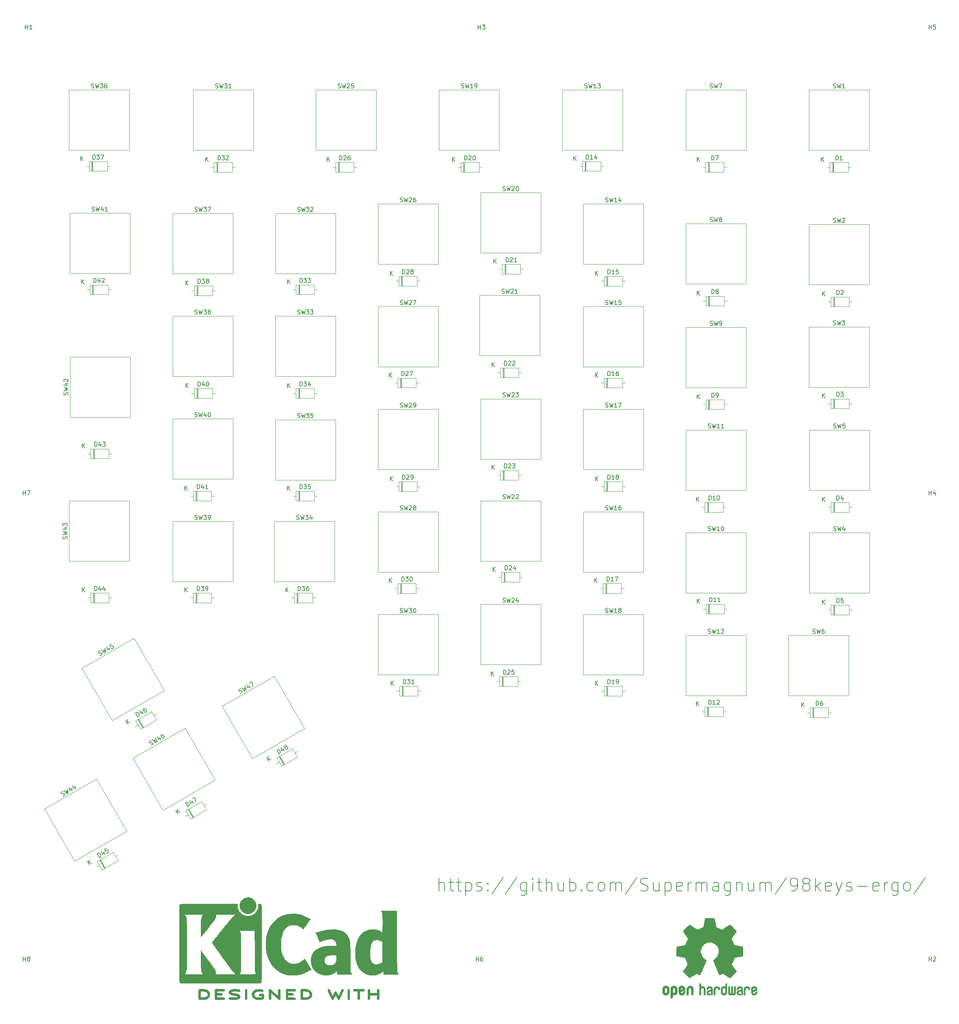
<source format=gbr>
%TF.GenerationSoftware,KiCad,Pcbnew,5.1.6-c6e7f7d~87~ubuntu20.04.1*%
%TF.CreationDate,2020-09-12T13:47:10+02:00*%
%TF.ProjectId,pcb-flat-right,7063622d-666c-4617-942d-72696768742e,rev?*%
%TF.SameCoordinates,Original*%
%TF.FileFunction,Legend,Top*%
%TF.FilePolarity,Positive*%
%FSLAX46Y46*%
G04 Gerber Fmt 4.6, Leading zero omitted, Abs format (unit mm)*
G04 Created by KiCad (PCBNEW 5.1.6-c6e7f7d~87~ubuntu20.04.1) date 2020-09-12 13:47:10*
%MOMM*%
%LPD*%
G01*
G04 APERTURE LIST*
%ADD10C,0.150000*%
%ADD11C,0.010000*%
%ADD12C,0.120000*%
G04 APERTURE END LIST*
D10*
X128657142Y-226957142D02*
X128657142Y-223957142D01*
X129942857Y-226957142D02*
X129942857Y-225385714D01*
X129799999Y-225100000D01*
X129514285Y-224957142D01*
X129085714Y-224957142D01*
X128799999Y-225100000D01*
X128657142Y-225242857D01*
X130942857Y-224957142D02*
X132085714Y-224957142D01*
X131371428Y-223957142D02*
X131371428Y-226528571D01*
X131514285Y-226814285D01*
X131799999Y-226957142D01*
X132085714Y-226957142D01*
X132657142Y-224957142D02*
X133799999Y-224957142D01*
X133085714Y-223957142D02*
X133085714Y-226528571D01*
X133228571Y-226814285D01*
X133514285Y-226957142D01*
X133799999Y-226957142D01*
X134800000Y-224957142D02*
X134800000Y-227957142D01*
X134800000Y-225100000D02*
X135085714Y-224957142D01*
X135657142Y-224957142D01*
X135942857Y-225100000D01*
X136085714Y-225242857D01*
X136228571Y-225528571D01*
X136228571Y-226385714D01*
X136085714Y-226671428D01*
X135942857Y-226814285D01*
X135657142Y-226957142D01*
X135085714Y-226957142D01*
X134800000Y-226814285D01*
X137371428Y-226814285D02*
X137657142Y-226957142D01*
X138228571Y-226957142D01*
X138514285Y-226814285D01*
X138657142Y-226528571D01*
X138657142Y-226385714D01*
X138514285Y-226100000D01*
X138228571Y-225957142D01*
X137800000Y-225957142D01*
X137514285Y-225814285D01*
X137371428Y-225528571D01*
X137371428Y-225385714D01*
X137514285Y-225100000D01*
X137800000Y-224957142D01*
X138228571Y-224957142D01*
X138514285Y-225100000D01*
X139942857Y-226671428D02*
X140085714Y-226814285D01*
X139942857Y-226957142D01*
X139800000Y-226814285D01*
X139942857Y-226671428D01*
X139942857Y-226957142D01*
X139942857Y-225100000D02*
X140085714Y-225242857D01*
X139942857Y-225385714D01*
X139800000Y-225242857D01*
X139942857Y-225100000D01*
X139942857Y-225385714D01*
X143514285Y-223814285D02*
X140942857Y-227671428D01*
X146657142Y-223814285D02*
X144085714Y-227671428D01*
X148942857Y-224957142D02*
X148942857Y-227385714D01*
X148800000Y-227671428D01*
X148657142Y-227814285D01*
X148371428Y-227957142D01*
X147942857Y-227957142D01*
X147657142Y-227814285D01*
X148942857Y-226814285D02*
X148657142Y-226957142D01*
X148085714Y-226957142D01*
X147800000Y-226814285D01*
X147657142Y-226671428D01*
X147514285Y-226385714D01*
X147514285Y-225528571D01*
X147657142Y-225242857D01*
X147800000Y-225100000D01*
X148085714Y-224957142D01*
X148657142Y-224957142D01*
X148942857Y-225100000D01*
X150371428Y-226957142D02*
X150371428Y-224957142D01*
X150371428Y-223957142D02*
X150228571Y-224100000D01*
X150371428Y-224242857D01*
X150514285Y-224100000D01*
X150371428Y-223957142D01*
X150371428Y-224242857D01*
X151371428Y-224957142D02*
X152514285Y-224957142D01*
X151800000Y-223957142D02*
X151800000Y-226528571D01*
X151942857Y-226814285D01*
X152228571Y-226957142D01*
X152514285Y-226957142D01*
X153514285Y-226957142D02*
X153514285Y-223957142D01*
X154800000Y-226957142D02*
X154800000Y-225385714D01*
X154657142Y-225100000D01*
X154371428Y-224957142D01*
X153942857Y-224957142D01*
X153657142Y-225100000D01*
X153514285Y-225242857D01*
X157514285Y-224957142D02*
X157514285Y-226957142D01*
X156228571Y-224957142D02*
X156228571Y-226528571D01*
X156371428Y-226814285D01*
X156657142Y-226957142D01*
X157085714Y-226957142D01*
X157371428Y-226814285D01*
X157514285Y-226671428D01*
X158942857Y-226957142D02*
X158942857Y-223957142D01*
X158942857Y-225100000D02*
X159228571Y-224957142D01*
X159800000Y-224957142D01*
X160085714Y-225100000D01*
X160228571Y-225242857D01*
X160371428Y-225528571D01*
X160371428Y-226385714D01*
X160228571Y-226671428D01*
X160085714Y-226814285D01*
X159800000Y-226957142D01*
X159228571Y-226957142D01*
X158942857Y-226814285D01*
X161657142Y-226671428D02*
X161800000Y-226814285D01*
X161657142Y-226957142D01*
X161514285Y-226814285D01*
X161657142Y-226671428D01*
X161657142Y-226957142D01*
X164371428Y-226814285D02*
X164085714Y-226957142D01*
X163514285Y-226957142D01*
X163228571Y-226814285D01*
X163085714Y-226671428D01*
X162942857Y-226385714D01*
X162942857Y-225528571D01*
X163085714Y-225242857D01*
X163228571Y-225100000D01*
X163514285Y-224957142D01*
X164085714Y-224957142D01*
X164371428Y-225100000D01*
X166085714Y-226957142D02*
X165800000Y-226814285D01*
X165657142Y-226671428D01*
X165514285Y-226385714D01*
X165514285Y-225528571D01*
X165657142Y-225242857D01*
X165800000Y-225100000D01*
X166085714Y-224957142D01*
X166514285Y-224957142D01*
X166800000Y-225100000D01*
X166942857Y-225242857D01*
X167085714Y-225528571D01*
X167085714Y-226385714D01*
X166942857Y-226671428D01*
X166800000Y-226814285D01*
X166514285Y-226957142D01*
X166085714Y-226957142D01*
X168371428Y-226957142D02*
X168371428Y-224957142D01*
X168371428Y-225242857D02*
X168514285Y-225100000D01*
X168800000Y-224957142D01*
X169228571Y-224957142D01*
X169514285Y-225100000D01*
X169657142Y-225385714D01*
X169657142Y-226957142D01*
X169657142Y-225385714D02*
X169800000Y-225100000D01*
X170085714Y-224957142D01*
X170514285Y-224957142D01*
X170800000Y-225100000D01*
X170942857Y-225385714D01*
X170942857Y-226957142D01*
X174514285Y-223814285D02*
X171942857Y-227671428D01*
X175371428Y-226814285D02*
X175800000Y-226957142D01*
X176514285Y-226957142D01*
X176800000Y-226814285D01*
X176942857Y-226671428D01*
X177085714Y-226385714D01*
X177085714Y-226100000D01*
X176942857Y-225814285D01*
X176800000Y-225671428D01*
X176514285Y-225528571D01*
X175942857Y-225385714D01*
X175657142Y-225242857D01*
X175514285Y-225100000D01*
X175371428Y-224814285D01*
X175371428Y-224528571D01*
X175514285Y-224242857D01*
X175657142Y-224100000D01*
X175942857Y-223957142D01*
X176657142Y-223957142D01*
X177085714Y-224100000D01*
X179657142Y-224957142D02*
X179657142Y-226957142D01*
X178371428Y-224957142D02*
X178371428Y-226528571D01*
X178514285Y-226814285D01*
X178800000Y-226957142D01*
X179228571Y-226957142D01*
X179514285Y-226814285D01*
X179657142Y-226671428D01*
X181085714Y-224957142D02*
X181085714Y-227957142D01*
X181085714Y-225100000D02*
X181371428Y-224957142D01*
X181942857Y-224957142D01*
X182228571Y-225100000D01*
X182371428Y-225242857D01*
X182514285Y-225528571D01*
X182514285Y-226385714D01*
X182371428Y-226671428D01*
X182228571Y-226814285D01*
X181942857Y-226957142D01*
X181371428Y-226957142D01*
X181085714Y-226814285D01*
X184942857Y-226814285D02*
X184657142Y-226957142D01*
X184085714Y-226957142D01*
X183800000Y-226814285D01*
X183657142Y-226528571D01*
X183657142Y-225385714D01*
X183800000Y-225100000D01*
X184085714Y-224957142D01*
X184657142Y-224957142D01*
X184942857Y-225100000D01*
X185085714Y-225385714D01*
X185085714Y-225671428D01*
X183657142Y-225957142D01*
X186371428Y-226957142D02*
X186371428Y-224957142D01*
X186371428Y-225528571D02*
X186514285Y-225242857D01*
X186657142Y-225100000D01*
X186942857Y-224957142D01*
X187228571Y-224957142D01*
X188228571Y-226957142D02*
X188228571Y-224957142D01*
X188228571Y-225242857D02*
X188371428Y-225100000D01*
X188657142Y-224957142D01*
X189085714Y-224957142D01*
X189371428Y-225100000D01*
X189514285Y-225385714D01*
X189514285Y-226957142D01*
X189514285Y-225385714D02*
X189657142Y-225100000D01*
X189942857Y-224957142D01*
X190371428Y-224957142D01*
X190657142Y-225100000D01*
X190800000Y-225385714D01*
X190800000Y-226957142D01*
X193514285Y-226957142D02*
X193514285Y-225385714D01*
X193371428Y-225100000D01*
X193085714Y-224957142D01*
X192514285Y-224957142D01*
X192228571Y-225100000D01*
X193514285Y-226814285D02*
X193228571Y-226957142D01*
X192514285Y-226957142D01*
X192228571Y-226814285D01*
X192085714Y-226528571D01*
X192085714Y-226242857D01*
X192228571Y-225957142D01*
X192514285Y-225814285D01*
X193228571Y-225814285D01*
X193514285Y-225671428D01*
X196228571Y-224957142D02*
X196228571Y-227385714D01*
X196085714Y-227671428D01*
X195942857Y-227814285D01*
X195657142Y-227957142D01*
X195228571Y-227957142D01*
X194942857Y-227814285D01*
X196228571Y-226814285D02*
X195942857Y-226957142D01*
X195371428Y-226957142D01*
X195085714Y-226814285D01*
X194942857Y-226671428D01*
X194800000Y-226385714D01*
X194800000Y-225528571D01*
X194942857Y-225242857D01*
X195085714Y-225100000D01*
X195371428Y-224957142D01*
X195942857Y-224957142D01*
X196228571Y-225100000D01*
X197657142Y-224957142D02*
X197657142Y-226957142D01*
X197657142Y-225242857D02*
X197800000Y-225100000D01*
X198085714Y-224957142D01*
X198514285Y-224957142D01*
X198800000Y-225100000D01*
X198942857Y-225385714D01*
X198942857Y-226957142D01*
X201657142Y-224957142D02*
X201657142Y-226957142D01*
X200371428Y-224957142D02*
X200371428Y-226528571D01*
X200514285Y-226814285D01*
X200800000Y-226957142D01*
X201228571Y-226957142D01*
X201514285Y-226814285D01*
X201657142Y-226671428D01*
X203085714Y-226957142D02*
X203085714Y-224957142D01*
X203085714Y-225242857D02*
X203228571Y-225100000D01*
X203514285Y-224957142D01*
X203942857Y-224957142D01*
X204228571Y-225100000D01*
X204371428Y-225385714D01*
X204371428Y-226957142D01*
X204371428Y-225385714D02*
X204514285Y-225100000D01*
X204800000Y-224957142D01*
X205228571Y-224957142D01*
X205514285Y-225100000D01*
X205657142Y-225385714D01*
X205657142Y-226957142D01*
X209228571Y-223814285D02*
X206657142Y-227671428D01*
X210371428Y-226957142D02*
X210942857Y-226957142D01*
X211228571Y-226814285D01*
X211371428Y-226671428D01*
X211657142Y-226242857D01*
X211800000Y-225671428D01*
X211800000Y-224528571D01*
X211657142Y-224242857D01*
X211514285Y-224100000D01*
X211228571Y-223957142D01*
X210657142Y-223957142D01*
X210371428Y-224100000D01*
X210228571Y-224242857D01*
X210085714Y-224528571D01*
X210085714Y-225242857D01*
X210228571Y-225528571D01*
X210371428Y-225671428D01*
X210657142Y-225814285D01*
X211228571Y-225814285D01*
X211514285Y-225671428D01*
X211657142Y-225528571D01*
X211800000Y-225242857D01*
X213514285Y-225242857D02*
X213228571Y-225100000D01*
X213085714Y-224957142D01*
X212942857Y-224671428D01*
X212942857Y-224528571D01*
X213085714Y-224242857D01*
X213228571Y-224100000D01*
X213514285Y-223957142D01*
X214085714Y-223957142D01*
X214371428Y-224100000D01*
X214514285Y-224242857D01*
X214657142Y-224528571D01*
X214657142Y-224671428D01*
X214514285Y-224957142D01*
X214371428Y-225100000D01*
X214085714Y-225242857D01*
X213514285Y-225242857D01*
X213228571Y-225385714D01*
X213085714Y-225528571D01*
X212942857Y-225814285D01*
X212942857Y-226385714D01*
X213085714Y-226671428D01*
X213228571Y-226814285D01*
X213514285Y-226957142D01*
X214085714Y-226957142D01*
X214371428Y-226814285D01*
X214514285Y-226671428D01*
X214657142Y-226385714D01*
X214657142Y-225814285D01*
X214514285Y-225528571D01*
X214371428Y-225385714D01*
X214085714Y-225242857D01*
X215942857Y-226957142D02*
X215942857Y-223957142D01*
X216228571Y-225814285D02*
X217085714Y-226957142D01*
X217085714Y-224957142D02*
X215942857Y-226100000D01*
X219514285Y-226814285D02*
X219228571Y-226957142D01*
X218657142Y-226957142D01*
X218371428Y-226814285D01*
X218228571Y-226528571D01*
X218228571Y-225385714D01*
X218371428Y-225100000D01*
X218657142Y-224957142D01*
X219228571Y-224957142D01*
X219514285Y-225100000D01*
X219657142Y-225385714D01*
X219657142Y-225671428D01*
X218228571Y-225957142D01*
X220657142Y-224957142D02*
X221371428Y-226957142D01*
X222085714Y-224957142D02*
X221371428Y-226957142D01*
X221085714Y-227671428D01*
X220942857Y-227814285D01*
X220657142Y-227957142D01*
X223085714Y-226814285D02*
X223371428Y-226957142D01*
X223942857Y-226957142D01*
X224228571Y-226814285D01*
X224371428Y-226528571D01*
X224371428Y-226385714D01*
X224228571Y-226100000D01*
X223942857Y-225957142D01*
X223514285Y-225957142D01*
X223228571Y-225814285D01*
X223085714Y-225528571D01*
X223085714Y-225385714D01*
X223228571Y-225100000D01*
X223514285Y-224957142D01*
X223942857Y-224957142D01*
X224228571Y-225100000D01*
X225657142Y-225814285D02*
X227942857Y-225814285D01*
X230514285Y-226814285D02*
X230228571Y-226957142D01*
X229657142Y-226957142D01*
X229371428Y-226814285D01*
X229228571Y-226528571D01*
X229228571Y-225385714D01*
X229371428Y-225100000D01*
X229657142Y-224957142D01*
X230228571Y-224957142D01*
X230514285Y-225100000D01*
X230657142Y-225385714D01*
X230657142Y-225671428D01*
X229228571Y-225957142D01*
X231942857Y-226957142D02*
X231942857Y-224957142D01*
X231942857Y-225528571D02*
X232085714Y-225242857D01*
X232228571Y-225100000D01*
X232514285Y-224957142D01*
X232800000Y-224957142D01*
X235085714Y-224957142D02*
X235085714Y-227385714D01*
X234942857Y-227671428D01*
X234800000Y-227814285D01*
X234514285Y-227957142D01*
X234085714Y-227957142D01*
X233800000Y-227814285D01*
X235085714Y-226814285D02*
X234800000Y-226957142D01*
X234228571Y-226957142D01*
X233942857Y-226814285D01*
X233800000Y-226671428D01*
X233657142Y-226385714D01*
X233657142Y-225528571D01*
X233800000Y-225242857D01*
X233942857Y-225100000D01*
X234228571Y-224957142D01*
X234800000Y-224957142D01*
X235085714Y-225100000D01*
X236942857Y-226957142D02*
X236657142Y-226814285D01*
X236514285Y-226671428D01*
X236371428Y-226385714D01*
X236371428Y-225528571D01*
X236514285Y-225242857D01*
X236657142Y-225100000D01*
X236942857Y-224957142D01*
X237371428Y-224957142D01*
X237657142Y-225100000D01*
X237800000Y-225242857D01*
X237942857Y-225528571D01*
X237942857Y-226385714D01*
X237800000Y-226671428D01*
X237657142Y-226814285D01*
X237371428Y-226957142D01*
X236942857Y-226957142D01*
X241371428Y-223814285D02*
X238800000Y-227671428D01*
D11*
%TO.C,REF\u002A\u002A*%
G36*
X73395429Y-249673553D02*
G01*
X73527037Y-249674891D01*
X73912667Y-249684195D01*
X74235631Y-249711834D01*
X74506936Y-249760773D01*
X74737590Y-249833975D01*
X74938600Y-249934407D01*
X75120973Y-250065033D01*
X75186112Y-250121775D01*
X75294166Y-250254544D01*
X75391600Y-250434709D01*
X75466696Y-250634412D01*
X75507736Y-250825797D01*
X75512000Y-250896519D01*
X75485278Y-251092565D01*
X75413669Y-251306709D01*
X75310003Y-251509403D01*
X75187113Y-251671099D01*
X75167152Y-251690608D01*
X74998072Y-251827737D01*
X74812917Y-251934782D01*
X74601013Y-252014550D01*
X74351686Y-252069844D01*
X74054260Y-252103469D01*
X73698062Y-252118231D01*
X73534907Y-252119482D01*
X73327461Y-252118483D01*
X73181575Y-252114307D01*
X73083562Y-252105181D01*
X73019736Y-252089337D01*
X72976409Y-252065003D01*
X72953185Y-252044223D01*
X72931249Y-252018979D01*
X72914041Y-251986413D01*
X72900990Y-251937801D01*
X72891523Y-251864420D01*
X72885068Y-251757546D01*
X72881053Y-251608454D01*
X72878907Y-251408421D01*
X72878057Y-251148723D01*
X72877926Y-250896519D01*
X72877097Y-250560138D01*
X72877276Y-250291422D01*
X72880477Y-250162741D01*
X73367111Y-250162741D01*
X73367111Y-251630297D01*
X73677555Y-251630012D01*
X73864357Y-251624655D01*
X74060004Y-251610853D01*
X74223240Y-251591548D01*
X74228206Y-251590752D01*
X74492029Y-251526967D01*
X74696659Y-251427625D01*
X74852316Y-251286260D01*
X74951217Y-251133203D01*
X75012156Y-250963419D01*
X75007431Y-250803999D01*
X74936708Y-250633111D01*
X74798371Y-250456329D01*
X74606673Y-250325332D01*
X74357501Y-250237771D01*
X74190975Y-250206783D01*
X74001946Y-250185022D01*
X73801603Y-250169272D01*
X73631204Y-250162724D01*
X73621111Y-250162693D01*
X73367111Y-250162741D01*
X72880477Y-250162741D01*
X72882466Y-250082838D01*
X72896673Y-249926851D01*
X72923900Y-249815927D01*
X72968148Y-249742532D01*
X73033422Y-249699131D01*
X73123724Y-249678190D01*
X73243059Y-249672176D01*
X73395429Y-249673553D01*
G37*
X73395429Y-249673553D02*
X73527037Y-249674891D01*
X73912667Y-249684195D01*
X74235631Y-249711834D01*
X74506936Y-249760773D01*
X74737590Y-249833975D01*
X74938600Y-249934407D01*
X75120973Y-250065033D01*
X75186112Y-250121775D01*
X75294166Y-250254544D01*
X75391600Y-250434709D01*
X75466696Y-250634412D01*
X75507736Y-250825797D01*
X75512000Y-250896519D01*
X75485278Y-251092565D01*
X75413669Y-251306709D01*
X75310003Y-251509403D01*
X75187113Y-251671099D01*
X75167152Y-251690608D01*
X74998072Y-251827737D01*
X74812917Y-251934782D01*
X74601013Y-252014550D01*
X74351686Y-252069844D01*
X74054260Y-252103469D01*
X73698062Y-252118231D01*
X73534907Y-252119482D01*
X73327461Y-252118483D01*
X73181575Y-252114307D01*
X73083562Y-252105181D01*
X73019736Y-252089337D01*
X72976409Y-252065003D01*
X72953185Y-252044223D01*
X72931249Y-252018979D01*
X72914041Y-251986413D01*
X72900990Y-251937801D01*
X72891523Y-251864420D01*
X72885068Y-251757546D01*
X72881053Y-251608454D01*
X72878907Y-251408421D01*
X72878057Y-251148723D01*
X72877926Y-250896519D01*
X72877097Y-250560138D01*
X72877276Y-250291422D01*
X72880477Y-250162741D01*
X73367111Y-250162741D01*
X73367111Y-251630297D01*
X73677555Y-251630012D01*
X73864357Y-251624655D01*
X74060004Y-251610853D01*
X74223240Y-251591548D01*
X74228206Y-251590752D01*
X74492029Y-251526967D01*
X74696659Y-251427625D01*
X74852316Y-251286260D01*
X74951217Y-251133203D01*
X75012156Y-250963419D01*
X75007431Y-250803999D01*
X74936708Y-250633111D01*
X74798371Y-250456329D01*
X74606673Y-250325332D01*
X74357501Y-250237771D01*
X74190975Y-250206783D01*
X74001946Y-250185022D01*
X73801603Y-250169272D01*
X73631204Y-250162724D01*
X73621111Y-250162693D01*
X73367111Y-250162741D01*
X72880477Y-250162741D01*
X72882466Y-250082838D01*
X72896673Y-249926851D01*
X72923900Y-249815927D01*
X72968148Y-249742532D01*
X73033422Y-249699131D01*
X73123724Y-249678190D01*
X73243059Y-249672176D01*
X73395429Y-249673553D01*
G36*
X78090686Y-249673821D02*
G01*
X78322048Y-249675062D01*
X78496679Y-249677949D01*
X78623843Y-249683153D01*
X78712803Y-249691344D01*
X78772824Y-249703191D01*
X78813169Y-249719366D01*
X78843102Y-249740537D01*
X78853941Y-249750281D01*
X78919858Y-249853808D01*
X78931728Y-249972762D01*
X78888365Y-250078367D01*
X78868314Y-250099710D01*
X78835883Y-250120404D01*
X78783665Y-250136368D01*
X78701975Y-250148379D01*
X78581131Y-250157215D01*
X78411449Y-250163651D01*
X78183246Y-250168464D01*
X77974611Y-250171394D01*
X77148888Y-250181556D01*
X77137603Y-250397926D01*
X77126318Y-250614297D01*
X77686808Y-250614297D01*
X77930138Y-250616396D01*
X78108278Y-250625177D01*
X78231242Y-250644364D01*
X78309041Y-250677681D01*
X78351687Y-250728854D01*
X78369193Y-250801605D01*
X78371851Y-250869126D01*
X78363589Y-250951974D01*
X78332410Y-251013021D01*
X78268724Y-251055457D01*
X78162941Y-251082471D01*
X78005471Y-251097255D01*
X77786724Y-251102997D01*
X77667330Y-251103482D01*
X77130074Y-251103482D01*
X77130074Y-251630297D01*
X77957926Y-251630297D01*
X78229290Y-251630675D01*
X78435528Y-251632372D01*
X78586772Y-251636233D01*
X78693154Y-251643101D01*
X78764804Y-251653822D01*
X78811856Y-251669239D01*
X78844441Y-251690196D01*
X78861037Y-251705556D01*
X78917967Y-251795202D01*
X78936296Y-251874889D01*
X78910124Y-251972225D01*
X78861037Y-252044223D01*
X78834848Y-252066888D01*
X78801041Y-252084488D01*
X78750521Y-252097660D01*
X78674196Y-252107043D01*
X78562971Y-252113274D01*
X78407752Y-252116992D01*
X78199444Y-252118836D01*
X77928955Y-252119442D01*
X77788592Y-252119482D01*
X77488008Y-252119216D01*
X77253588Y-252117993D01*
X77076238Y-252115174D01*
X76946866Y-252110122D01*
X76856376Y-252102198D01*
X76795675Y-252090764D01*
X76755668Y-252075182D01*
X76727262Y-252054813D01*
X76716148Y-252044223D01*
X76694151Y-252018900D01*
X76676910Y-251986232D01*
X76663848Y-251937463D01*
X76654387Y-251863840D01*
X76647950Y-251756607D01*
X76643960Y-251607011D01*
X76641839Y-251406296D01*
X76641010Y-251145710D01*
X76640888Y-250903078D01*
X76641001Y-250592357D01*
X76641782Y-250348103D01*
X76643900Y-250161527D01*
X76648022Y-250023836D01*
X76654814Y-249926240D01*
X76664944Y-249859947D01*
X76679079Y-249816166D01*
X76697885Y-249786107D01*
X76722031Y-249760978D01*
X76727980Y-249755375D01*
X76756849Y-249730572D01*
X76790393Y-249711365D01*
X76837917Y-249697039D01*
X76908724Y-249686879D01*
X77012121Y-249680171D01*
X77157410Y-249676199D01*
X77353897Y-249674251D01*
X77610886Y-249673610D01*
X77793329Y-249673556D01*
X78090686Y-249673821D01*
G37*
X78090686Y-249673821D02*
X78322048Y-249675062D01*
X78496679Y-249677949D01*
X78623843Y-249683153D01*
X78712803Y-249691344D01*
X78772824Y-249703191D01*
X78813169Y-249719366D01*
X78843102Y-249740537D01*
X78853941Y-249750281D01*
X78919858Y-249853808D01*
X78931728Y-249972762D01*
X78888365Y-250078367D01*
X78868314Y-250099710D01*
X78835883Y-250120404D01*
X78783665Y-250136368D01*
X78701975Y-250148379D01*
X78581131Y-250157215D01*
X78411449Y-250163651D01*
X78183246Y-250168464D01*
X77974611Y-250171394D01*
X77148888Y-250181556D01*
X77137603Y-250397926D01*
X77126318Y-250614297D01*
X77686808Y-250614297D01*
X77930138Y-250616396D01*
X78108278Y-250625177D01*
X78231242Y-250644364D01*
X78309041Y-250677681D01*
X78351687Y-250728854D01*
X78369193Y-250801605D01*
X78371851Y-250869126D01*
X78363589Y-250951974D01*
X78332410Y-251013021D01*
X78268724Y-251055457D01*
X78162941Y-251082471D01*
X78005471Y-251097255D01*
X77786724Y-251102997D01*
X77667330Y-251103482D01*
X77130074Y-251103482D01*
X77130074Y-251630297D01*
X77957926Y-251630297D01*
X78229290Y-251630675D01*
X78435528Y-251632372D01*
X78586772Y-251636233D01*
X78693154Y-251643101D01*
X78764804Y-251653822D01*
X78811856Y-251669239D01*
X78844441Y-251690196D01*
X78861037Y-251705556D01*
X78917967Y-251795202D01*
X78936296Y-251874889D01*
X78910124Y-251972225D01*
X78861037Y-252044223D01*
X78834848Y-252066888D01*
X78801041Y-252084488D01*
X78750521Y-252097660D01*
X78674196Y-252107043D01*
X78562971Y-252113274D01*
X78407752Y-252116992D01*
X78199444Y-252118836D01*
X77928955Y-252119442D01*
X77788592Y-252119482D01*
X77488008Y-252119216D01*
X77253588Y-252117993D01*
X77076238Y-252115174D01*
X76946866Y-252110122D01*
X76856376Y-252102198D01*
X76795675Y-252090764D01*
X76755668Y-252075182D01*
X76727262Y-252054813D01*
X76716148Y-252044223D01*
X76694151Y-252018900D01*
X76676910Y-251986232D01*
X76663848Y-251937463D01*
X76654387Y-251863840D01*
X76647950Y-251756607D01*
X76643960Y-251607011D01*
X76641839Y-251406296D01*
X76641010Y-251145710D01*
X76640888Y-250903078D01*
X76641001Y-250592357D01*
X76641782Y-250348103D01*
X76643900Y-250161527D01*
X76648022Y-250023836D01*
X76654814Y-249926240D01*
X76664944Y-249859947D01*
X76679079Y-249816166D01*
X76697885Y-249786107D01*
X76722031Y-249760978D01*
X76727980Y-249755375D01*
X76756849Y-249730572D01*
X76790393Y-249711365D01*
X76837917Y-249697039D01*
X76908724Y-249686879D01*
X77012121Y-249680171D01*
X77157410Y-249676199D01*
X77353897Y-249674251D01*
X77610886Y-249673610D01*
X77793329Y-249673556D01*
X78090686Y-249673821D01*
G36*
X81494325Y-249677837D02*
G01*
X81743708Y-249695271D01*
X81975647Y-249722501D01*
X82176661Y-249758500D01*
X82333266Y-249802244D01*
X82431981Y-249852709D01*
X82447133Y-249867563D01*
X82499822Y-249982834D01*
X82483845Y-250101172D01*
X82402121Y-250202418D01*
X82398222Y-250205319D01*
X82350153Y-250236515D01*
X82299974Y-250252919D01*
X82229983Y-250254911D01*
X82122477Y-250242872D01*
X81959756Y-250217182D01*
X81946666Y-250215018D01*
X81704204Y-250185231D01*
X81442610Y-250170538D01*
X81180244Y-250170395D01*
X80935464Y-250184263D01*
X80726630Y-250211598D01*
X80572100Y-250251858D01*
X80561946Y-250255904D01*
X80449840Y-250318716D01*
X80410453Y-250382282D01*
X80441287Y-250444798D01*
X80539845Y-250504458D01*
X80703630Y-250559456D01*
X80930145Y-250607986D01*
X81081185Y-250631352D01*
X81395148Y-250676296D01*
X81644855Y-250717381D01*
X81840944Y-250758165D01*
X81994052Y-250802204D01*
X82114816Y-250853058D01*
X82213873Y-250914282D01*
X82301860Y-250989435D01*
X82372566Y-251063236D01*
X82456450Y-251166064D01*
X82497732Y-251254483D01*
X82510642Y-251363422D01*
X82511111Y-251403318D01*
X82501414Y-251535706D01*
X82462661Y-251634198D01*
X82395590Y-251721619D01*
X82259280Y-251855252D01*
X82107278Y-251957164D01*
X81928292Y-252030677D01*
X81711026Y-252079116D01*
X81444186Y-252105803D01*
X81116478Y-252114062D01*
X81062370Y-252113922D01*
X80843838Y-252109392D01*
X80627115Y-252099099D01*
X80435826Y-252084521D01*
X80293595Y-252067133D01*
X80282092Y-252065136D01*
X80140680Y-252031638D01*
X80020735Y-251989321D01*
X79952833Y-251950635D01*
X79889643Y-251848572D01*
X79885244Y-251729726D01*
X79939717Y-251623813D01*
X79951905Y-251611836D01*
X80002282Y-251576253D01*
X80065285Y-251560921D01*
X80162793Y-251563530D01*
X80281164Y-251577091D01*
X80413433Y-251589206D01*
X80598851Y-251599427D01*
X80815313Y-251606844D01*
X81040717Y-251610547D01*
X81100000Y-251610792D01*
X81326242Y-251609879D01*
X81491819Y-251605487D01*
X81611300Y-251596091D01*
X81699254Y-251580167D01*
X81770249Y-251556191D01*
X81812913Y-251536223D01*
X81906666Y-251480776D01*
X81966440Y-251430560D01*
X81975176Y-251416325D01*
X81956746Y-251357544D01*
X81869133Y-251300640D01*
X81718408Y-251248195D01*
X81510642Y-251202793D01*
X81449429Y-251192679D01*
X81129700Y-251142461D01*
X80874529Y-251100486D01*
X80674068Y-251063705D01*
X80518467Y-251029066D01*
X80397878Y-250993520D01*
X80302452Y-250954016D01*
X80222339Y-250907505D01*
X80147692Y-250850937D01*
X80068661Y-250781260D01*
X80042067Y-250756831D01*
X79948825Y-250665663D01*
X79899468Y-250593430D01*
X79880159Y-250510773D01*
X79877037Y-250406610D01*
X79911416Y-250202350D01*
X80014161Y-250028801D01*
X80184683Y-249886526D01*
X80422391Y-249776084D01*
X80592000Y-249726547D01*
X80776335Y-249694553D01*
X80997156Y-249676453D01*
X81240980Y-249671223D01*
X81494325Y-249677837D01*
G37*
X81494325Y-249677837D02*
X81743708Y-249695271D01*
X81975647Y-249722501D01*
X82176661Y-249758500D01*
X82333266Y-249802244D01*
X82431981Y-249852709D01*
X82447133Y-249867563D01*
X82499822Y-249982834D01*
X82483845Y-250101172D01*
X82402121Y-250202418D01*
X82398222Y-250205319D01*
X82350153Y-250236515D01*
X82299974Y-250252919D01*
X82229983Y-250254911D01*
X82122477Y-250242872D01*
X81959756Y-250217182D01*
X81946666Y-250215018D01*
X81704204Y-250185231D01*
X81442610Y-250170538D01*
X81180244Y-250170395D01*
X80935464Y-250184263D01*
X80726630Y-250211598D01*
X80572100Y-250251858D01*
X80561946Y-250255904D01*
X80449840Y-250318716D01*
X80410453Y-250382282D01*
X80441287Y-250444798D01*
X80539845Y-250504458D01*
X80703630Y-250559456D01*
X80930145Y-250607986D01*
X81081185Y-250631352D01*
X81395148Y-250676296D01*
X81644855Y-250717381D01*
X81840944Y-250758165D01*
X81994052Y-250802204D01*
X82114816Y-250853058D01*
X82213873Y-250914282D01*
X82301860Y-250989435D01*
X82372566Y-251063236D01*
X82456450Y-251166064D01*
X82497732Y-251254483D01*
X82510642Y-251363422D01*
X82511111Y-251403318D01*
X82501414Y-251535706D01*
X82462661Y-251634198D01*
X82395590Y-251721619D01*
X82259280Y-251855252D01*
X82107278Y-251957164D01*
X81928292Y-252030677D01*
X81711026Y-252079116D01*
X81444186Y-252105803D01*
X81116478Y-252114062D01*
X81062370Y-252113922D01*
X80843838Y-252109392D01*
X80627115Y-252099099D01*
X80435826Y-252084521D01*
X80293595Y-252067133D01*
X80282092Y-252065136D01*
X80140680Y-252031638D01*
X80020735Y-251989321D01*
X79952833Y-251950635D01*
X79889643Y-251848572D01*
X79885244Y-251729726D01*
X79939717Y-251623813D01*
X79951905Y-251611836D01*
X80002282Y-251576253D01*
X80065285Y-251560921D01*
X80162793Y-251563530D01*
X80281164Y-251577091D01*
X80413433Y-251589206D01*
X80598851Y-251599427D01*
X80815313Y-251606844D01*
X81040717Y-251610547D01*
X81100000Y-251610792D01*
X81326242Y-251609879D01*
X81491819Y-251605487D01*
X81611300Y-251596091D01*
X81699254Y-251580167D01*
X81770249Y-251556191D01*
X81812913Y-251536223D01*
X81906666Y-251480776D01*
X81966440Y-251430560D01*
X81975176Y-251416325D01*
X81956746Y-251357544D01*
X81869133Y-251300640D01*
X81718408Y-251248195D01*
X81510642Y-251202793D01*
X81449429Y-251192679D01*
X81129700Y-251142461D01*
X80874529Y-251100486D01*
X80674068Y-251063705D01*
X80518467Y-251029066D01*
X80397878Y-250993520D01*
X80302452Y-250954016D01*
X80222339Y-250907505D01*
X80147692Y-250850937D01*
X80068661Y-250781260D01*
X80042067Y-250756831D01*
X79948825Y-250665663D01*
X79899468Y-250593430D01*
X79880159Y-250510773D01*
X79877037Y-250406610D01*
X79911416Y-250202350D01*
X80014161Y-250028801D01*
X80184683Y-249886526D01*
X80422391Y-249776084D01*
X80592000Y-249726547D01*
X80776335Y-249694553D01*
X80997156Y-249676453D01*
X81240980Y-249671223D01*
X81494325Y-249677837D01*
G36*
X84053926Y-249748815D02*
G01*
X84075862Y-249774059D01*
X84093069Y-249806625D01*
X84106121Y-249855237D01*
X84115588Y-249928618D01*
X84122042Y-250035492D01*
X84126057Y-250184584D01*
X84128203Y-250384617D01*
X84129053Y-250644315D01*
X84129185Y-250896519D01*
X84128953Y-251209342D01*
X84127875Y-251455630D01*
X84125379Y-251644106D01*
X84120894Y-251783496D01*
X84113847Y-251882523D01*
X84103666Y-251949910D01*
X84089780Y-251994381D01*
X84071615Y-252024661D01*
X84053926Y-252044223D01*
X83943914Y-252109824D01*
X83826696Y-252103937D01*
X83721818Y-252032390D01*
X83697721Y-252004456D01*
X83678888Y-251972047D01*
X83664672Y-251926203D01*
X83654423Y-251857965D01*
X83647493Y-251758374D01*
X83643234Y-251618471D01*
X83640998Y-251429296D01*
X83640136Y-251181891D01*
X83640000Y-250901791D01*
X83640000Y-249858283D01*
X83732363Y-249765920D01*
X83846212Y-249688211D01*
X83956647Y-249685411D01*
X84053926Y-249748815D01*
G37*
X84053926Y-249748815D02*
X84075862Y-249774059D01*
X84093069Y-249806625D01*
X84106121Y-249855237D01*
X84115588Y-249928618D01*
X84122042Y-250035492D01*
X84126057Y-250184584D01*
X84128203Y-250384617D01*
X84129053Y-250644315D01*
X84129185Y-250896519D01*
X84128953Y-251209342D01*
X84127875Y-251455630D01*
X84125379Y-251644106D01*
X84120894Y-251783496D01*
X84113847Y-251882523D01*
X84103666Y-251949910D01*
X84089780Y-251994381D01*
X84071615Y-252024661D01*
X84053926Y-252044223D01*
X83943914Y-252109824D01*
X83826696Y-252103937D01*
X83721818Y-252032390D01*
X83697721Y-252004456D01*
X83678888Y-251972047D01*
X83664672Y-251926203D01*
X83654423Y-251857965D01*
X83647493Y-251758374D01*
X83643234Y-251618471D01*
X83640998Y-251429296D01*
X83640136Y-251181891D01*
X83640000Y-250901791D01*
X83640000Y-249858283D01*
X83732363Y-249765920D01*
X83846212Y-249688211D01*
X83956647Y-249685411D01*
X84053926Y-249748815D01*
G36*
X87299729Y-249691996D02*
G01*
X87528118Y-249730318D01*
X87703525Y-249789890D01*
X87817640Y-249868329D01*
X87848736Y-249913079D01*
X87880358Y-250017160D01*
X87859078Y-250111317D01*
X87791899Y-250200607D01*
X87687516Y-250242378D01*
X87536058Y-250238986D01*
X87418913Y-250216354D01*
X87158604Y-250173237D01*
X86892580Y-250169139D01*
X86594818Y-250204137D01*
X86512569Y-250218966D01*
X86235696Y-250297028D01*
X86019092Y-250413149D01*
X85865129Y-250565347D01*
X85776185Y-250751646D01*
X85757789Y-250847962D01*
X85769831Y-251043375D01*
X85847569Y-251216264D01*
X85983922Y-251363261D01*
X86171805Y-251480995D01*
X86404135Y-251566097D01*
X86673827Y-251615198D01*
X86973799Y-251624928D01*
X87296967Y-251591916D01*
X87315214Y-251588804D01*
X87443752Y-251564863D01*
X87515021Y-251541738D01*
X87545912Y-251507425D01*
X87553314Y-251449922D01*
X87553481Y-251419471D01*
X87553481Y-251291630D01*
X87325229Y-251291630D01*
X87123668Y-251277822D01*
X86986117Y-251233822D01*
X86906085Y-251155765D01*
X86877078Y-251039786D01*
X86876724Y-251024647D01*
X86893695Y-250925515D01*
X86951892Y-250854729D01*
X87060204Y-250807885D01*
X87227524Y-250780577D01*
X87389592Y-250770537D01*
X87625147Y-250764777D01*
X87796007Y-250773566D01*
X87912537Y-250806001D01*
X87985102Y-250871177D01*
X88024067Y-250978187D01*
X88039800Y-251136128D01*
X88042666Y-251343570D01*
X88037970Y-251575118D01*
X88023840Y-251732620D01*
X88000215Y-251816706D01*
X87995629Y-251823293D01*
X87865908Y-251928361D01*
X87675714Y-252011568D01*
X87437105Y-252071135D01*
X87162139Y-252105285D01*
X86862872Y-252112242D01*
X86551362Y-252090228D01*
X86368148Y-252063186D01*
X86080780Y-251981848D01*
X85813695Y-251848873D01*
X85590077Y-251676291D01*
X85556089Y-251641797D01*
X85445661Y-251496783D01*
X85346021Y-251317060D01*
X85268812Y-251128639D01*
X85225672Y-250957531D01*
X85220474Y-250891813D01*
X85242608Y-250754731D01*
X85301439Y-250584174D01*
X85385679Y-250404647D01*
X85484038Y-250240651D01*
X85570938Y-250131112D01*
X85774119Y-249968173D01*
X86036770Y-249838485D01*
X86349478Y-249744981D01*
X86702832Y-249690596D01*
X87026666Y-249677307D01*
X87299729Y-249691996D01*
G37*
X87299729Y-249691996D02*
X87528118Y-249730318D01*
X87703525Y-249789890D01*
X87817640Y-249868329D01*
X87848736Y-249913079D01*
X87880358Y-250017160D01*
X87859078Y-250111317D01*
X87791899Y-250200607D01*
X87687516Y-250242378D01*
X87536058Y-250238986D01*
X87418913Y-250216354D01*
X87158604Y-250173237D01*
X86892580Y-250169139D01*
X86594818Y-250204137D01*
X86512569Y-250218966D01*
X86235696Y-250297028D01*
X86019092Y-250413149D01*
X85865129Y-250565347D01*
X85776185Y-250751646D01*
X85757789Y-250847962D01*
X85769831Y-251043375D01*
X85847569Y-251216264D01*
X85983922Y-251363261D01*
X86171805Y-251480995D01*
X86404135Y-251566097D01*
X86673827Y-251615198D01*
X86973799Y-251624928D01*
X87296967Y-251591916D01*
X87315214Y-251588804D01*
X87443752Y-251564863D01*
X87515021Y-251541738D01*
X87545912Y-251507425D01*
X87553314Y-251449922D01*
X87553481Y-251419471D01*
X87553481Y-251291630D01*
X87325229Y-251291630D01*
X87123668Y-251277822D01*
X86986117Y-251233822D01*
X86906085Y-251155765D01*
X86877078Y-251039786D01*
X86876724Y-251024647D01*
X86893695Y-250925515D01*
X86951892Y-250854729D01*
X87060204Y-250807885D01*
X87227524Y-250780577D01*
X87389592Y-250770537D01*
X87625147Y-250764777D01*
X87796007Y-250773566D01*
X87912537Y-250806001D01*
X87985102Y-250871177D01*
X88024067Y-250978187D01*
X88039800Y-251136128D01*
X88042666Y-251343570D01*
X88037970Y-251575118D01*
X88023840Y-251732620D01*
X88000215Y-251816706D01*
X87995629Y-251823293D01*
X87865908Y-251928361D01*
X87675714Y-252011568D01*
X87437105Y-252071135D01*
X87162139Y-252105285D01*
X86862872Y-252112242D01*
X86551362Y-252090228D01*
X86368148Y-252063186D01*
X86080780Y-251981848D01*
X85813695Y-251848873D01*
X85590077Y-251676291D01*
X85556089Y-251641797D01*
X85445661Y-251496783D01*
X85346021Y-251317060D01*
X85268812Y-251128639D01*
X85225672Y-250957531D01*
X85220474Y-250891813D01*
X85242608Y-250754731D01*
X85301439Y-250584174D01*
X85385679Y-250404647D01*
X85484038Y-250240651D01*
X85570938Y-250131112D01*
X85774119Y-249968173D01*
X86036770Y-249838485D01*
X86349478Y-249744981D01*
X86702832Y-249690596D01*
X87026666Y-249677307D01*
X87299729Y-249691996D01*
G36*
X89466287Y-249688161D02*
G01*
X89544841Y-249734242D01*
X89647551Y-249809602D01*
X89779741Y-249917792D01*
X89946735Y-250062361D01*
X90153857Y-250246859D01*
X90406429Y-250474836D01*
X90695555Y-250736947D01*
X91297629Y-251282928D01*
X91316444Y-250550096D01*
X91323237Y-250297838D01*
X91329791Y-250109981D01*
X91337555Y-249975687D01*
X91347981Y-249884116D01*
X91362517Y-249824431D01*
X91382614Y-249785791D01*
X91409722Y-249757359D01*
X91424094Y-249745410D01*
X91539196Y-249682235D01*
X91648725Y-249691471D01*
X91735609Y-249745443D01*
X91824444Y-249817329D01*
X91835493Y-250867170D01*
X91838551Y-251175929D01*
X91840107Y-251418480D01*
X91839623Y-251603869D01*
X91836559Y-251741141D01*
X91830376Y-251839342D01*
X91820536Y-251907517D01*
X91806499Y-251954710D01*
X91787727Y-251989969D01*
X91766910Y-252018247D01*
X91721869Y-252070691D01*
X91677056Y-252105454D01*
X91626253Y-252118798D01*
X91563246Y-252106980D01*
X91481819Y-252066262D01*
X91375756Y-251992903D01*
X91238841Y-251883164D01*
X91064859Y-251733304D01*
X90847595Y-251539584D01*
X90601481Y-251316996D01*
X89717185Y-250514861D01*
X89698370Y-251245297D01*
X89691565Y-251497095D01*
X89684995Y-251684514D01*
X89677202Y-251818413D01*
X89666730Y-251909653D01*
X89652122Y-251969095D01*
X89631919Y-252007598D01*
X89604666Y-252036023D01*
X89590720Y-252047607D01*
X89467450Y-252111242D01*
X89350975Y-252101643D01*
X89249546Y-252020333D01*
X89226343Y-251987621D01*
X89208258Y-251949419D01*
X89194657Y-251896559D01*
X89184903Y-251819878D01*
X89178359Y-251710208D01*
X89174390Y-251558386D01*
X89172359Y-251355245D01*
X89171631Y-251091620D01*
X89171555Y-250896519D01*
X89171800Y-250591358D01*
X89172958Y-250352291D01*
X89175665Y-250170151D01*
X89180557Y-250035773D01*
X89188272Y-249939992D01*
X89199443Y-249873643D01*
X89214708Y-249827559D01*
X89234703Y-249792575D01*
X89249546Y-249772705D01*
X89287169Y-249725636D01*
X89322331Y-249690097D01*
X89360356Y-249669639D01*
X89406567Y-249667810D01*
X89466287Y-249688161D01*
G37*
X89466287Y-249688161D02*
X89544841Y-249734242D01*
X89647551Y-249809602D01*
X89779741Y-249917792D01*
X89946735Y-250062361D01*
X90153857Y-250246859D01*
X90406429Y-250474836D01*
X90695555Y-250736947D01*
X91297629Y-251282928D01*
X91316444Y-250550096D01*
X91323237Y-250297838D01*
X91329791Y-250109981D01*
X91337555Y-249975687D01*
X91347981Y-249884116D01*
X91362517Y-249824431D01*
X91382614Y-249785791D01*
X91409722Y-249757359D01*
X91424094Y-249745410D01*
X91539196Y-249682235D01*
X91648725Y-249691471D01*
X91735609Y-249745443D01*
X91824444Y-249817329D01*
X91835493Y-250867170D01*
X91838551Y-251175929D01*
X91840107Y-251418480D01*
X91839623Y-251603869D01*
X91836559Y-251741141D01*
X91830376Y-251839342D01*
X91820536Y-251907517D01*
X91806499Y-251954710D01*
X91787727Y-251989969D01*
X91766910Y-252018247D01*
X91721869Y-252070691D01*
X91677056Y-252105454D01*
X91626253Y-252118798D01*
X91563246Y-252106980D01*
X91481819Y-252066262D01*
X91375756Y-251992903D01*
X91238841Y-251883164D01*
X91064859Y-251733304D01*
X90847595Y-251539584D01*
X90601481Y-251316996D01*
X89717185Y-250514861D01*
X89698370Y-251245297D01*
X89691565Y-251497095D01*
X89684995Y-251684514D01*
X89677202Y-251818413D01*
X89666730Y-251909653D01*
X89652122Y-251969095D01*
X89631919Y-252007598D01*
X89604666Y-252036023D01*
X89590720Y-252047607D01*
X89467450Y-252111242D01*
X89350975Y-252101643D01*
X89249546Y-252020333D01*
X89226343Y-251987621D01*
X89208258Y-251949419D01*
X89194657Y-251896559D01*
X89184903Y-251819878D01*
X89178359Y-251710208D01*
X89174390Y-251558386D01*
X89172359Y-251355245D01*
X89171631Y-251091620D01*
X89171555Y-250896519D01*
X89171800Y-250591358D01*
X89172958Y-250352291D01*
X89175665Y-250170151D01*
X89180557Y-250035773D01*
X89188272Y-249939992D01*
X89199443Y-249873643D01*
X89214708Y-249827559D01*
X89234703Y-249792575D01*
X89249546Y-249772705D01*
X89287169Y-249725636D01*
X89322331Y-249690097D01*
X89360356Y-249669639D01*
X89406567Y-249667810D01*
X89466287Y-249688161D01*
G36*
X94567809Y-249674199D02*
G01*
X94822338Y-249677246D01*
X95017389Y-249684371D01*
X95160851Y-249697249D01*
X95260611Y-249717555D01*
X95324560Y-249746965D01*
X95360586Y-249787154D01*
X95376578Y-249839795D01*
X95380424Y-249906565D01*
X95380444Y-249914450D01*
X95377105Y-249989974D01*
X95361321Y-250048342D01*
X95324445Y-250091914D01*
X95257827Y-250123043D01*
X95152820Y-250144089D01*
X95000775Y-250157407D01*
X94793044Y-250165354D01*
X94520979Y-250170286D01*
X94437591Y-250171379D01*
X93630666Y-250181556D01*
X93619381Y-250397926D01*
X93608096Y-250614297D01*
X94168586Y-250614297D01*
X94387555Y-250615104D01*
X94543907Y-250618521D01*
X94650278Y-250626036D01*
X94719302Y-250639141D01*
X94763615Y-250659326D01*
X94795850Y-250688081D01*
X94796056Y-250688309D01*
X94854520Y-250800373D01*
X94852407Y-250921494D01*
X94791048Y-251024744D01*
X94778905Y-251035356D01*
X94735805Y-251062708D01*
X94676746Y-251081736D01*
X94588567Y-251093874D01*
X94458108Y-251100556D01*
X94272208Y-251103214D01*
X94153312Y-251103482D01*
X93611851Y-251103482D01*
X93611851Y-251630297D01*
X94433871Y-251630297D01*
X94705268Y-251630771D01*
X94911367Y-251632712D01*
X95062123Y-251636893D01*
X95167494Y-251644091D01*
X95237438Y-251655078D01*
X95281910Y-251670631D01*
X95310869Y-251691524D01*
X95318167Y-251699111D01*
X95372049Y-251804266D01*
X95375990Y-251923895D01*
X95331787Y-252027616D01*
X95296812Y-252060904D01*
X95260430Y-252079229D01*
X95204056Y-252093406D01*
X95118776Y-252103933D01*
X94995670Y-252111305D01*
X94825821Y-252116020D01*
X94600314Y-252118573D01*
X94310230Y-252119460D01*
X94244648Y-252119482D01*
X93949703Y-252119289D01*
X93720757Y-252118224D01*
X93548548Y-252115556D01*
X93423816Y-252110557D01*
X93337301Y-252102497D01*
X93279740Y-252090646D01*
X93241874Y-252074274D01*
X93214442Y-252052652D01*
X93199391Y-252037127D01*
X93176738Y-252009629D01*
X93159040Y-251975564D01*
X93145687Y-251926001D01*
X93136071Y-251852006D01*
X93129580Y-251744645D01*
X93125605Y-251594985D01*
X93123536Y-251394093D01*
X93122763Y-251133036D01*
X93122666Y-250913313D01*
X93122903Y-250605428D01*
X93124027Y-250363724D01*
X93126659Y-250179124D01*
X93131419Y-250042551D01*
X93138929Y-249944928D01*
X93149809Y-249877178D01*
X93164679Y-249830222D01*
X93184161Y-249794984D01*
X93200657Y-249772705D01*
X93278647Y-249673556D01*
X94245913Y-249673556D01*
X94567809Y-249674199D01*
G37*
X94567809Y-249674199D02*
X94822338Y-249677246D01*
X95017389Y-249684371D01*
X95160851Y-249697249D01*
X95260611Y-249717555D01*
X95324560Y-249746965D01*
X95360586Y-249787154D01*
X95376578Y-249839795D01*
X95380424Y-249906565D01*
X95380444Y-249914450D01*
X95377105Y-249989974D01*
X95361321Y-250048342D01*
X95324445Y-250091914D01*
X95257827Y-250123043D01*
X95152820Y-250144089D01*
X95000775Y-250157407D01*
X94793044Y-250165354D01*
X94520979Y-250170286D01*
X94437591Y-250171379D01*
X93630666Y-250181556D01*
X93619381Y-250397926D01*
X93608096Y-250614297D01*
X94168586Y-250614297D01*
X94387555Y-250615104D01*
X94543907Y-250618521D01*
X94650278Y-250626036D01*
X94719302Y-250639141D01*
X94763615Y-250659326D01*
X94795850Y-250688081D01*
X94796056Y-250688309D01*
X94854520Y-250800373D01*
X94852407Y-250921494D01*
X94791048Y-251024744D01*
X94778905Y-251035356D01*
X94735805Y-251062708D01*
X94676746Y-251081736D01*
X94588567Y-251093874D01*
X94458108Y-251100556D01*
X94272208Y-251103214D01*
X94153312Y-251103482D01*
X93611851Y-251103482D01*
X93611851Y-251630297D01*
X94433871Y-251630297D01*
X94705268Y-251630771D01*
X94911367Y-251632712D01*
X95062123Y-251636893D01*
X95167494Y-251644091D01*
X95237438Y-251655078D01*
X95281910Y-251670631D01*
X95310869Y-251691524D01*
X95318167Y-251699111D01*
X95372049Y-251804266D01*
X95375990Y-251923895D01*
X95331787Y-252027616D01*
X95296812Y-252060904D01*
X95260430Y-252079229D01*
X95204056Y-252093406D01*
X95118776Y-252103933D01*
X94995670Y-252111305D01*
X94825821Y-252116020D01*
X94600314Y-252118573D01*
X94310230Y-252119460D01*
X94244648Y-252119482D01*
X93949703Y-252119289D01*
X93720757Y-252118224D01*
X93548548Y-252115556D01*
X93423816Y-252110557D01*
X93337301Y-252102497D01*
X93279740Y-252090646D01*
X93241874Y-252074274D01*
X93214442Y-252052652D01*
X93199391Y-252037127D01*
X93176738Y-252009629D01*
X93159040Y-251975564D01*
X93145687Y-251926001D01*
X93136071Y-251852006D01*
X93129580Y-251744645D01*
X93125605Y-251594985D01*
X93123536Y-251394093D01*
X93122763Y-251133036D01*
X93122666Y-250913313D01*
X93122903Y-250605428D01*
X93124027Y-250363724D01*
X93126659Y-250179124D01*
X93131419Y-250042551D01*
X93138929Y-249944928D01*
X93149809Y-249877178D01*
X93164679Y-249830222D01*
X93184161Y-249794984D01*
X93200657Y-249772705D01*
X93278647Y-249673556D01*
X94245913Y-249673556D01*
X94567809Y-249674199D01*
G36*
X97194363Y-249674249D02*
G01*
X97624294Y-249688786D01*
X97989970Y-249732869D01*
X98297420Y-249809138D01*
X98552673Y-249920233D01*
X98761758Y-250068792D01*
X98930706Y-250257455D01*
X99065545Y-250488860D01*
X99068197Y-250494503D01*
X99148670Y-250701610D01*
X99177342Y-250885032D01*
X99154105Y-251069625D01*
X99078847Y-251280245D01*
X99064574Y-251312296D01*
X98967241Y-251499886D01*
X98857852Y-251644838D01*
X98716673Y-251768057D01*
X98523967Y-251890451D01*
X98512772Y-251896840D01*
X98345015Y-251977424D01*
X98155404Y-252037607D01*
X97931756Y-252079465D01*
X97661884Y-252105074D01*
X97333606Y-252116509D01*
X97217620Y-252117502D01*
X96665314Y-252119482D01*
X96587323Y-252020333D01*
X96564189Y-251987730D01*
X96546142Y-251949657D01*
X96532552Y-251896984D01*
X96522789Y-251820582D01*
X96516224Y-251711320D01*
X96514083Y-251630297D01*
X97036148Y-251630297D01*
X97349089Y-251630297D01*
X97532213Y-251624942D01*
X97720200Y-251610849D01*
X97874485Y-251590974D01*
X97883798Y-251589301D01*
X98157828Y-251515786D01*
X98370379Y-251405335D01*
X98528175Y-251252824D01*
X98637940Y-251053129D01*
X98657027Y-251000203D01*
X98675736Y-250917775D01*
X98667636Y-250836339D01*
X98628223Y-250728000D01*
X98604466Y-250674779D01*
X98526668Y-250533352D01*
X98432934Y-250434132D01*
X98329802Y-250365038D01*
X98123219Y-250275124D01*
X97858836Y-250209993D01*
X97550842Y-250172488D01*
X97327777Y-250164235D01*
X97036148Y-250162741D01*
X97036148Y-251630297D01*
X96514083Y-251630297D01*
X96512227Y-251560070D01*
X96510168Y-251357702D01*
X96509418Y-251095086D01*
X96509333Y-250889734D01*
X96509333Y-249858283D01*
X96601697Y-249765920D01*
X96642688Y-249728481D01*
X96687012Y-249702842D01*
X96748909Y-249686801D01*
X96842621Y-249678155D01*
X96982390Y-249674700D01*
X97182457Y-249674234D01*
X97194363Y-249674249D01*
G37*
X97194363Y-249674249D02*
X97624294Y-249688786D01*
X97989970Y-249732869D01*
X98297420Y-249809138D01*
X98552673Y-249920233D01*
X98761758Y-250068792D01*
X98930706Y-250257455D01*
X99065545Y-250488860D01*
X99068197Y-250494503D01*
X99148670Y-250701610D01*
X99177342Y-250885032D01*
X99154105Y-251069625D01*
X99078847Y-251280245D01*
X99064574Y-251312296D01*
X98967241Y-251499886D01*
X98857852Y-251644838D01*
X98716673Y-251768057D01*
X98523967Y-251890451D01*
X98512772Y-251896840D01*
X98345015Y-251977424D01*
X98155404Y-252037607D01*
X97931756Y-252079465D01*
X97661884Y-252105074D01*
X97333606Y-252116509D01*
X97217620Y-252117502D01*
X96665314Y-252119482D01*
X96587323Y-252020333D01*
X96564189Y-251987730D01*
X96546142Y-251949657D01*
X96532552Y-251896984D01*
X96522789Y-251820582D01*
X96516224Y-251711320D01*
X96514083Y-251630297D01*
X97036148Y-251630297D01*
X97349089Y-251630297D01*
X97532213Y-251624942D01*
X97720200Y-251610849D01*
X97874485Y-251590974D01*
X97883798Y-251589301D01*
X98157828Y-251515786D01*
X98370379Y-251405335D01*
X98528175Y-251252824D01*
X98637940Y-251053129D01*
X98657027Y-251000203D01*
X98675736Y-250917775D01*
X98667636Y-250836339D01*
X98628223Y-250728000D01*
X98604466Y-250674779D01*
X98526668Y-250533352D01*
X98432934Y-250434132D01*
X98329802Y-250365038D01*
X98123219Y-250275124D01*
X97858836Y-250209993D01*
X97550842Y-250172488D01*
X97327777Y-250164235D01*
X97036148Y-250162741D01*
X97036148Y-251630297D01*
X96514083Y-251630297D01*
X96512227Y-251560070D01*
X96510168Y-251357702D01*
X96509418Y-251095086D01*
X96509333Y-250889734D01*
X96509333Y-249858283D01*
X96601697Y-249765920D01*
X96642688Y-249728481D01*
X96687012Y-249702842D01*
X96748909Y-249686801D01*
X96842621Y-249678155D01*
X96982390Y-249674700D01*
X97182457Y-249674234D01*
X97194363Y-249674249D01*
G36*
X106282217Y-249680114D02*
G01*
X106347516Y-249703449D01*
X106350035Y-249704591D01*
X106438710Y-249772262D01*
X106487567Y-249841869D01*
X106497127Y-249874506D01*
X106496655Y-249917871D01*
X106483202Y-249979649D01*
X106453822Y-250067522D01*
X106405565Y-250189175D01*
X106335483Y-250352290D01*
X106240628Y-250564551D01*
X106118052Y-250833642D01*
X106050583Y-250980720D01*
X105928751Y-251243285D01*
X105814382Y-251484743D01*
X105711841Y-251696266D01*
X105625492Y-251869027D01*
X105559702Y-251994197D01*
X105518835Y-252062948D01*
X105510748Y-252072445D01*
X105407278Y-252114341D01*
X105290404Y-252108730D01*
X105196667Y-252057774D01*
X105192849Y-252053630D01*
X105155561Y-251997181D01*
X105093013Y-251887232D01*
X105012919Y-251737934D01*
X104922989Y-251563441D01*
X104890670Y-251499139D01*
X104646714Y-251010500D01*
X104380802Y-251541311D01*
X104285889Y-251724716D01*
X104197832Y-251883774D01*
X104123826Y-252006309D01*
X104071063Y-252080146D01*
X104053182Y-252095802D01*
X103914190Y-252117008D01*
X103799498Y-252072445D01*
X103765761Y-252024820D01*
X103707380Y-251918974D01*
X103629117Y-251765323D01*
X103535735Y-251574282D01*
X103431997Y-251356266D01*
X103322665Y-251121690D01*
X103212502Y-250880969D01*
X103106270Y-250644517D01*
X103008732Y-250422752D01*
X102924650Y-250226086D01*
X102858788Y-250064936D01*
X102815907Y-249949716D01*
X102800771Y-249890842D01*
X102800925Y-249888711D01*
X102837754Y-249814628D01*
X102911367Y-249739176D01*
X102915702Y-249735892D01*
X103006177Y-249684751D01*
X103089862Y-249685246D01*
X103121227Y-249694888D01*
X103159447Y-249715725D01*
X103200034Y-249756715D01*
X103247858Y-249826360D01*
X103307787Y-249933163D01*
X103384690Y-250085628D01*
X103483435Y-250292258D01*
X103572484Y-250482994D01*
X103674935Y-250704088D01*
X103766739Y-250902914D01*
X103843126Y-251069084D01*
X103899329Y-251192213D01*
X103930577Y-251261912D01*
X103935134Y-251272815D01*
X103955632Y-251254991D01*
X104002740Y-251180362D01*
X104070191Y-251059820D01*
X104151717Y-250904258D01*
X104184160Y-250840074D01*
X104294059Y-250623347D01*
X104378812Y-250465513D01*
X104445375Y-250357396D01*
X104500702Y-250289820D01*
X104551748Y-250253608D01*
X104605469Y-250239584D01*
X104640477Y-250238000D01*
X104702232Y-250243472D01*
X104756348Y-250266105D01*
X104810117Y-250315221D01*
X104870836Y-250400146D01*
X104945797Y-250530202D01*
X105042297Y-250714715D01*
X105095539Y-250819676D01*
X105181901Y-250986957D01*
X105257223Y-251125680D01*
X105314861Y-251224140D01*
X105348167Y-251270632D01*
X105352696Y-251272568D01*
X105374205Y-251235978D01*
X105422362Y-251140967D01*
X105492343Y-250997479D01*
X105579325Y-250815459D01*
X105678488Y-250604848D01*
X105727267Y-250500238D01*
X105854166Y-250230262D01*
X105956350Y-250022520D01*
X106039124Y-249870236D01*
X106107792Y-249766631D01*
X106167660Y-249704927D01*
X106224034Y-249678348D01*
X106282217Y-249680114D01*
G37*
X106282217Y-249680114D02*
X106347516Y-249703449D01*
X106350035Y-249704591D01*
X106438710Y-249772262D01*
X106487567Y-249841869D01*
X106497127Y-249874506D01*
X106496655Y-249917871D01*
X106483202Y-249979649D01*
X106453822Y-250067522D01*
X106405565Y-250189175D01*
X106335483Y-250352290D01*
X106240628Y-250564551D01*
X106118052Y-250833642D01*
X106050583Y-250980720D01*
X105928751Y-251243285D01*
X105814382Y-251484743D01*
X105711841Y-251696266D01*
X105625492Y-251869027D01*
X105559702Y-251994197D01*
X105518835Y-252062948D01*
X105510748Y-252072445D01*
X105407278Y-252114341D01*
X105290404Y-252108730D01*
X105196667Y-252057774D01*
X105192849Y-252053630D01*
X105155561Y-251997181D01*
X105093013Y-251887232D01*
X105012919Y-251737934D01*
X104922989Y-251563441D01*
X104890670Y-251499139D01*
X104646714Y-251010500D01*
X104380802Y-251541311D01*
X104285889Y-251724716D01*
X104197832Y-251883774D01*
X104123826Y-252006309D01*
X104071063Y-252080146D01*
X104053182Y-252095802D01*
X103914190Y-252117008D01*
X103799498Y-252072445D01*
X103765761Y-252024820D01*
X103707380Y-251918974D01*
X103629117Y-251765323D01*
X103535735Y-251574282D01*
X103431997Y-251356266D01*
X103322665Y-251121690D01*
X103212502Y-250880969D01*
X103106270Y-250644517D01*
X103008732Y-250422752D01*
X102924650Y-250226086D01*
X102858788Y-250064936D01*
X102815907Y-249949716D01*
X102800771Y-249890842D01*
X102800925Y-249888711D01*
X102837754Y-249814628D01*
X102911367Y-249739176D01*
X102915702Y-249735892D01*
X103006177Y-249684751D01*
X103089862Y-249685246D01*
X103121227Y-249694888D01*
X103159447Y-249715725D01*
X103200034Y-249756715D01*
X103247858Y-249826360D01*
X103307787Y-249933163D01*
X103384690Y-250085628D01*
X103483435Y-250292258D01*
X103572484Y-250482994D01*
X103674935Y-250704088D01*
X103766739Y-250902914D01*
X103843126Y-251069084D01*
X103899329Y-251192213D01*
X103930577Y-251261912D01*
X103935134Y-251272815D01*
X103955632Y-251254991D01*
X104002740Y-251180362D01*
X104070191Y-251059820D01*
X104151717Y-250904258D01*
X104184160Y-250840074D01*
X104294059Y-250623347D01*
X104378812Y-250465513D01*
X104445375Y-250357396D01*
X104500702Y-250289820D01*
X104551748Y-250253608D01*
X104605469Y-250239584D01*
X104640477Y-250238000D01*
X104702232Y-250243472D01*
X104756348Y-250266105D01*
X104810117Y-250315221D01*
X104870836Y-250400146D01*
X104945797Y-250530202D01*
X105042297Y-250714715D01*
X105095539Y-250819676D01*
X105181901Y-250986957D01*
X105257223Y-251125680D01*
X105314861Y-251224140D01*
X105348167Y-251270632D01*
X105352696Y-251272568D01*
X105374205Y-251235978D01*
X105422362Y-251140967D01*
X105492343Y-250997479D01*
X105579325Y-250815459D01*
X105678488Y-250604848D01*
X105727267Y-250500238D01*
X105854166Y-250230262D01*
X105956350Y-250022520D01*
X106039124Y-249870236D01*
X106107792Y-249766631D01*
X106167660Y-249704927D01*
X106224034Y-249678348D01*
X106282217Y-249680114D01*
G36*
X107762047Y-249696256D02*
G01*
X107841090Y-249745490D01*
X107929926Y-249817425D01*
X107929926Y-250889244D01*
X107929643Y-251202766D01*
X107928431Y-251449774D01*
X107925746Y-251639013D01*
X107921043Y-251779227D01*
X107913778Y-251879160D01*
X107903405Y-251947558D01*
X107889381Y-251993163D01*
X107871161Y-252024722D01*
X107858242Y-252040272D01*
X107753446Y-252108582D01*
X107634111Y-252105796D01*
X107529576Y-252047547D01*
X107440740Y-251975613D01*
X107440740Y-249817425D01*
X107529576Y-249745490D01*
X107615315Y-249693164D01*
X107685333Y-249673556D01*
X107762047Y-249696256D01*
G37*
X107762047Y-249696256D02*
X107841090Y-249745490D01*
X107929926Y-249817425D01*
X107929926Y-250889244D01*
X107929643Y-251202766D01*
X107928431Y-251449774D01*
X107925746Y-251639013D01*
X107921043Y-251779227D01*
X107913778Y-251879160D01*
X107903405Y-251947558D01*
X107889381Y-251993163D01*
X107871161Y-252024722D01*
X107858242Y-252040272D01*
X107753446Y-252108582D01*
X107634111Y-252105796D01*
X107529576Y-252047547D01*
X107440740Y-251975613D01*
X107440740Y-249817425D01*
X107529576Y-249745490D01*
X107615315Y-249693164D01*
X107685333Y-249673556D01*
X107762047Y-249696256D01*
G36*
X110343550Y-249673878D02*
G01*
X110605908Y-249675139D01*
X110809543Y-249677777D01*
X110962723Y-249682232D01*
X111073715Y-249688944D01*
X111150787Y-249698352D01*
X111202206Y-249710896D01*
X111236239Y-249727016D01*
X111252709Y-249739408D01*
X111338189Y-249847860D01*
X111348530Y-249960462D01*
X111295705Y-250062754D01*
X111261161Y-250103630D01*
X111223988Y-250131501D01*
X111170116Y-250148858D01*
X111085475Y-250158190D01*
X110955993Y-250161987D01*
X110767601Y-250162737D01*
X110730602Y-250162741D01*
X110244148Y-250162741D01*
X110244148Y-251065852D01*
X110243827Y-251350514D01*
X110242372Y-251569547D01*
X110239041Y-251732580D01*
X110233095Y-251849243D01*
X110223791Y-251929165D01*
X110210389Y-251981975D01*
X110192150Y-252017304D01*
X110168888Y-252044223D01*
X110059113Y-252110374D01*
X109944515Y-252105162D01*
X109840589Y-252029687D01*
X109832953Y-252020333D01*
X109808096Y-251984974D01*
X109789158Y-251943603D01*
X109775338Y-251886167D01*
X109765835Y-251802613D01*
X109759848Y-251682889D01*
X109756574Y-251516943D01*
X109755214Y-251294722D01*
X109754963Y-251041963D01*
X109754963Y-250162741D01*
X109290424Y-250162741D01*
X109091073Y-250161392D01*
X108953060Y-250156135D01*
X108862495Y-250145155D01*
X108805487Y-250126639D01*
X108768144Y-250098771D01*
X108763609Y-250093926D01*
X108709084Y-249983131D01*
X108713906Y-249857874D01*
X108776592Y-249748815D01*
X108800835Y-249727661D01*
X108832091Y-249710887D01*
X108878696Y-249697988D01*
X108948987Y-249688455D01*
X109051297Y-249681783D01*
X109193962Y-249677465D01*
X109385318Y-249674993D01*
X109633700Y-249673860D01*
X109947443Y-249673561D01*
X110014201Y-249673556D01*
X110343550Y-249673878D01*
G37*
X110343550Y-249673878D02*
X110605908Y-249675139D01*
X110809543Y-249677777D01*
X110962723Y-249682232D01*
X111073715Y-249688944D01*
X111150787Y-249698352D01*
X111202206Y-249710896D01*
X111236239Y-249727016D01*
X111252709Y-249739408D01*
X111338189Y-249847860D01*
X111348530Y-249960462D01*
X111295705Y-250062754D01*
X111261161Y-250103630D01*
X111223988Y-250131501D01*
X111170116Y-250148858D01*
X111085475Y-250158190D01*
X110955993Y-250161987D01*
X110767601Y-250162737D01*
X110730602Y-250162741D01*
X110244148Y-250162741D01*
X110244148Y-251065852D01*
X110243827Y-251350514D01*
X110242372Y-251569547D01*
X110239041Y-251732580D01*
X110233095Y-251849243D01*
X110223791Y-251929165D01*
X110210389Y-251981975D01*
X110192150Y-252017304D01*
X110168888Y-252044223D01*
X110059113Y-252110374D01*
X109944515Y-252105162D01*
X109840589Y-252029687D01*
X109832953Y-252020333D01*
X109808096Y-251984974D01*
X109789158Y-251943603D01*
X109775338Y-251886167D01*
X109765835Y-251802613D01*
X109759848Y-251682889D01*
X109756574Y-251516943D01*
X109755214Y-251294722D01*
X109754963Y-251041963D01*
X109754963Y-250162741D01*
X109290424Y-250162741D01*
X109091073Y-250161392D01*
X108953060Y-250156135D01*
X108862495Y-250145155D01*
X108805487Y-250126639D01*
X108768144Y-250098771D01*
X108763609Y-250093926D01*
X108709084Y-249983131D01*
X108713906Y-249857874D01*
X108776592Y-249748815D01*
X108800835Y-249727661D01*
X108832091Y-249710887D01*
X108878696Y-249697988D01*
X108948987Y-249688455D01*
X109051297Y-249681783D01*
X109193962Y-249677465D01*
X109385318Y-249674993D01*
X109633700Y-249673860D01*
X109947443Y-249673561D01*
X110014201Y-249673556D01*
X110343550Y-249673878D01*
G36*
X114562745Y-249691777D02*
G01*
X114667340Y-249765920D01*
X114759703Y-249858283D01*
X114759703Y-250889734D01*
X114759462Y-251195998D01*
X114758318Y-251436133D01*
X114755642Y-251619268D01*
X114750803Y-251754533D01*
X114743173Y-251851057D01*
X114732120Y-251917971D01*
X114717017Y-251964403D01*
X114697232Y-251999484D01*
X114681713Y-252020333D01*
X114579276Y-252102245D01*
X114461655Y-252111136D01*
X114354150Y-252060904D01*
X114318627Y-252031248D01*
X114294881Y-251991855D01*
X114280559Y-251928421D01*
X114273304Y-251826640D01*
X114270761Y-251672206D01*
X114270518Y-251552904D01*
X114270518Y-251103482D01*
X112614814Y-251103482D01*
X112614814Y-251512333D01*
X112613102Y-251699289D01*
X112606252Y-251827776D01*
X112591693Y-251914538D01*
X112566854Y-251976323D01*
X112536824Y-252020333D01*
X112433814Y-252102015D01*
X112317320Y-252111687D01*
X112205795Y-252053630D01*
X112175347Y-252023195D01*
X112153842Y-251982849D01*
X112139658Y-251920002D01*
X112131173Y-251822068D01*
X112126764Y-251676457D01*
X112124811Y-251470583D01*
X112124582Y-251423334D01*
X112122970Y-251035436D01*
X112122138Y-250715757D01*
X112122409Y-250457256D01*
X112124103Y-250252895D01*
X112127541Y-250095634D01*
X112133043Y-249978434D01*
X112140931Y-249894255D01*
X112151525Y-249836057D01*
X112165146Y-249796802D01*
X112182114Y-249769449D01*
X112200888Y-249748815D01*
X112307093Y-249682812D01*
X112417856Y-249691777D01*
X112522451Y-249765920D01*
X112564776Y-249813754D01*
X112591755Y-249866592D01*
X112606809Y-249941846D01*
X112613355Y-250056928D01*
X112614813Y-250229252D01*
X112614814Y-250236290D01*
X112614814Y-250614297D01*
X114270518Y-250614297D01*
X114270518Y-250219186D01*
X114272208Y-250037159D01*
X114278993Y-249914249D01*
X114293452Y-249834357D01*
X114318158Y-249781383D01*
X114345777Y-249748815D01*
X114451982Y-249682812D01*
X114562745Y-249691777D01*
G37*
X114562745Y-249691777D02*
X114667340Y-249765920D01*
X114759703Y-249858283D01*
X114759703Y-250889734D01*
X114759462Y-251195998D01*
X114758318Y-251436133D01*
X114755642Y-251619268D01*
X114750803Y-251754533D01*
X114743173Y-251851057D01*
X114732120Y-251917971D01*
X114717017Y-251964403D01*
X114697232Y-251999484D01*
X114681713Y-252020333D01*
X114579276Y-252102245D01*
X114461655Y-252111136D01*
X114354150Y-252060904D01*
X114318627Y-252031248D01*
X114294881Y-251991855D01*
X114280559Y-251928421D01*
X114273304Y-251826640D01*
X114270761Y-251672206D01*
X114270518Y-251552904D01*
X114270518Y-251103482D01*
X112614814Y-251103482D01*
X112614814Y-251512333D01*
X112613102Y-251699289D01*
X112606252Y-251827776D01*
X112591693Y-251914538D01*
X112566854Y-251976323D01*
X112536824Y-252020333D01*
X112433814Y-252102015D01*
X112317320Y-252111687D01*
X112205795Y-252053630D01*
X112175347Y-252023195D01*
X112153842Y-251982849D01*
X112139658Y-251920002D01*
X112131173Y-251822068D01*
X112126764Y-251676457D01*
X112124811Y-251470583D01*
X112124582Y-251423334D01*
X112122970Y-251035436D01*
X112122138Y-250715757D01*
X112122409Y-250457256D01*
X112124103Y-250252895D01*
X112127541Y-250095634D01*
X112133043Y-249978434D01*
X112140931Y-249894255D01*
X112151525Y-249836057D01*
X112165146Y-249796802D01*
X112182114Y-249769449D01*
X112200888Y-249748815D01*
X112307093Y-249682812D01*
X112417856Y-249691777D01*
X112522451Y-249765920D01*
X112564776Y-249813754D01*
X112591755Y-249866592D01*
X112606809Y-249941846D01*
X112613355Y-250056928D01*
X112614813Y-250229252D01*
X112614814Y-250236290D01*
X112614814Y-250614297D01*
X114270518Y-250614297D01*
X114270518Y-250219186D01*
X114272208Y-250037159D01*
X114278993Y-249914249D01*
X114293452Y-249834357D01*
X114318158Y-249781383D01*
X114345777Y-249748815D01*
X114451982Y-249682812D01*
X114562745Y-249691777D01*
G36*
X84761926Y-228474740D02*
G01*
X85103763Y-228593262D01*
X85422026Y-228779815D01*
X85706262Y-229034375D01*
X85946021Y-229356918D01*
X86053721Y-229560215D01*
X86146930Y-229844572D01*
X86192108Y-230172851D01*
X86187104Y-230510342D01*
X86131556Y-230816166D01*
X85979731Y-231189873D01*
X85759570Y-231514037D01*
X85482264Y-231782279D01*
X85159004Y-231988222D01*
X84800977Y-232125487D01*
X84419375Y-232187695D01*
X84025388Y-232168470D01*
X83831182Y-232127383D01*
X83452692Y-231980151D01*
X83116531Y-231755483D01*
X82830809Y-231460305D01*
X82603634Y-231101544D01*
X82584414Y-231062365D01*
X82517971Y-230915342D01*
X82476252Y-230791517D01*
X82453602Y-230660892D01*
X82444364Y-230493466D01*
X82442831Y-230311290D01*
X82445366Y-230092414D01*
X82456810Y-229934182D01*
X82482917Y-229806254D01*
X82529446Y-229678289D01*
X82586879Y-229552039D01*
X82801104Y-229193650D01*
X83064914Y-228903466D01*
X83367856Y-228681461D01*
X83699479Y-228527610D01*
X84049333Y-228441890D01*
X84406966Y-228424275D01*
X84761926Y-228474740D01*
G37*
X84761926Y-228474740D02*
X85103763Y-228593262D01*
X85422026Y-228779815D01*
X85706262Y-229034375D01*
X85946021Y-229356918D01*
X86053721Y-229560215D01*
X86146930Y-229844572D01*
X86192108Y-230172851D01*
X86187104Y-230510342D01*
X86131556Y-230816166D01*
X85979731Y-231189873D01*
X85759570Y-231514037D01*
X85482264Y-231782279D01*
X85159004Y-231988222D01*
X84800977Y-232125487D01*
X84419375Y-232187695D01*
X84025388Y-232168470D01*
X83831182Y-232127383D01*
X83452692Y-231980151D01*
X83116531Y-231755483D01*
X82830809Y-231460305D01*
X82603634Y-231101544D01*
X82584414Y-231062365D01*
X82517971Y-230915342D01*
X82476252Y-230791517D01*
X82453602Y-230660892D01*
X82444364Y-230493466D01*
X82442831Y-230311290D01*
X82445366Y-230092414D01*
X82456810Y-229934182D01*
X82482917Y-229806254D01*
X82529446Y-229678289D01*
X82586879Y-229552039D01*
X82801104Y-229193650D01*
X83064914Y-228903466D01*
X83367856Y-228681461D01*
X83699479Y-228527610D01*
X84049333Y-228441890D01*
X84406966Y-228424275D01*
X84761926Y-228474740D01*
G36*
X116484945Y-231526030D02*
G01*
X116872090Y-231527618D01*
X117003673Y-231528420D01*
X118813082Y-231540322D01*
X118835842Y-238482079D01*
X118838848Y-239423401D01*
X118841514Y-240278107D01*
X118844010Y-241050619D01*
X118846510Y-241745356D01*
X118849182Y-242366742D01*
X118852200Y-242919198D01*
X118855733Y-243407144D01*
X118859954Y-243835003D01*
X118865033Y-244207196D01*
X118871142Y-244528145D01*
X118878452Y-244802271D01*
X118887134Y-245033996D01*
X118897360Y-245227741D01*
X118909300Y-245387927D01*
X118923126Y-245518977D01*
X118939009Y-245625311D01*
X118957121Y-245711352D01*
X118977632Y-245781520D01*
X119000714Y-245840238D01*
X119026538Y-245891926D01*
X119055275Y-245941007D01*
X119087097Y-245991901D01*
X119122175Y-246049031D01*
X119129365Y-246061199D01*
X119249993Y-246267036D01*
X115763261Y-246243190D01*
X115740501Y-245860237D01*
X115728109Y-245676455D01*
X115715195Y-245570204D01*
X115697672Y-245528044D01*
X115671454Y-245536537D01*
X115649462Y-245560830D01*
X115553661Y-245649319D01*
X115397522Y-245763061D01*
X115203042Y-245888466D01*
X114992219Y-246011944D01*
X114787053Y-246119905D01*
X114629522Y-246190935D01*
X114260457Y-246307658D01*
X113837011Y-246390340D01*
X113390444Y-246435824D01*
X112952018Y-246440948D01*
X112552992Y-246402554D01*
X112546422Y-246401455D01*
X112000422Y-246264449D01*
X111489313Y-246046167D01*
X111018024Y-245751301D01*
X110591487Y-245384543D01*
X110214630Y-244950585D01*
X109892383Y-244454120D01*
X109629676Y-243899839D01*
X109486640Y-243489247D01*
X109392315Y-243145742D01*
X109322364Y-242813112D01*
X109274649Y-242471150D01*
X109247031Y-242099651D01*
X109237371Y-241678408D01*
X109241649Y-241334436D01*
X112600543Y-241334436D01*
X112616437Y-241911220D01*
X112666578Y-242407445D01*
X112752506Y-242827516D01*
X112875764Y-243175836D01*
X113037896Y-243456811D01*
X113240444Y-243674843D01*
X113474243Y-243828975D01*
X113595900Y-243886515D01*
X113701412Y-243921012D01*
X113819046Y-243936794D01*
X113977071Y-243938192D01*
X114147311Y-243932047D01*
X114482102Y-243902517D01*
X114746891Y-243844689D01*
X114830107Y-243815722D01*
X115020125Y-243730170D01*
X115220538Y-243622738D01*
X115308064Y-243568960D01*
X115535663Y-243419675D01*
X115535663Y-238687843D01*
X115285304Y-238537775D01*
X114936153Y-238368204D01*
X114579431Y-238267919D01*
X114228183Y-238236326D01*
X113895455Y-238272836D01*
X113594295Y-238376855D01*
X113337748Y-238547793D01*
X113254969Y-238629843D01*
X113055437Y-238898686D01*
X112893940Y-239224118D01*
X112769129Y-239611718D01*
X112679655Y-240067064D01*
X112624166Y-240595735D01*
X112601315Y-241203307D01*
X112600543Y-241334436D01*
X109241649Y-241334436D01*
X109243431Y-241191260D01*
X109281804Y-240441931D01*
X109358963Y-239766046D01*
X109476941Y-239153761D01*
X109637769Y-238595229D01*
X109843479Y-238080605D01*
X109916886Y-237928036D01*
X110212568Y-237430494D01*
X110569884Y-236988346D01*
X110980432Y-236608729D01*
X111435813Y-236298780D01*
X111927623Y-236065637D01*
X112222432Y-235969464D01*
X112511964Y-235912370D01*
X112860341Y-235878401D01*
X113238357Y-235867542D01*
X113616808Y-235879777D01*
X113966487Y-235915091D01*
X114247253Y-235970492D01*
X114581429Y-236079136D01*
X114905325Y-236218845D01*
X115188708Y-236375466D01*
X115339535Y-236481763D01*
X115443573Y-236560806D01*
X115516422Y-236608935D01*
X115532993Y-236615770D01*
X115538131Y-236571735D01*
X115542922Y-236445565D01*
X115547259Y-236246164D01*
X115551036Y-235982437D01*
X115554147Y-235663289D01*
X115556485Y-235297623D01*
X115557946Y-234894344D01*
X115558422Y-234483578D01*
X115558156Y-233957459D01*
X115556847Y-233513895D01*
X115553731Y-233144401D01*
X115548042Y-232840493D01*
X115539015Y-232593687D01*
X115525886Y-232395498D01*
X115507889Y-232237442D01*
X115484259Y-232111034D01*
X115454232Y-232007790D01*
X115417042Y-231919226D01*
X115371923Y-231836858D01*
X115318112Y-231752201D01*
X115311189Y-231741719D01*
X115241785Y-231632075D01*
X115199883Y-231556679D01*
X115194265Y-231540776D01*
X115238171Y-231535758D01*
X115363448Y-231531676D01*
X115560429Y-231528597D01*
X115819449Y-231526585D01*
X116130843Y-231525707D01*
X116484945Y-231526030D01*
G37*
X116484945Y-231526030D02*
X116872090Y-231527618D01*
X117003673Y-231528420D01*
X118813082Y-231540322D01*
X118835842Y-238482079D01*
X118838848Y-239423401D01*
X118841514Y-240278107D01*
X118844010Y-241050619D01*
X118846510Y-241745356D01*
X118849182Y-242366742D01*
X118852200Y-242919198D01*
X118855733Y-243407144D01*
X118859954Y-243835003D01*
X118865033Y-244207196D01*
X118871142Y-244528145D01*
X118878452Y-244802271D01*
X118887134Y-245033996D01*
X118897360Y-245227741D01*
X118909300Y-245387927D01*
X118923126Y-245518977D01*
X118939009Y-245625311D01*
X118957121Y-245711352D01*
X118977632Y-245781520D01*
X119000714Y-245840238D01*
X119026538Y-245891926D01*
X119055275Y-245941007D01*
X119087097Y-245991901D01*
X119122175Y-246049031D01*
X119129365Y-246061199D01*
X119249993Y-246267036D01*
X115763261Y-246243190D01*
X115740501Y-245860237D01*
X115728109Y-245676455D01*
X115715195Y-245570204D01*
X115697672Y-245528044D01*
X115671454Y-245536537D01*
X115649462Y-245560830D01*
X115553661Y-245649319D01*
X115397522Y-245763061D01*
X115203042Y-245888466D01*
X114992219Y-246011944D01*
X114787053Y-246119905D01*
X114629522Y-246190935D01*
X114260457Y-246307658D01*
X113837011Y-246390340D01*
X113390444Y-246435824D01*
X112952018Y-246440948D01*
X112552992Y-246402554D01*
X112546422Y-246401455D01*
X112000422Y-246264449D01*
X111489313Y-246046167D01*
X111018024Y-245751301D01*
X110591487Y-245384543D01*
X110214630Y-244950585D01*
X109892383Y-244454120D01*
X109629676Y-243899839D01*
X109486640Y-243489247D01*
X109392315Y-243145742D01*
X109322364Y-242813112D01*
X109274649Y-242471150D01*
X109247031Y-242099651D01*
X109237371Y-241678408D01*
X109241649Y-241334436D01*
X112600543Y-241334436D01*
X112616437Y-241911220D01*
X112666578Y-242407445D01*
X112752506Y-242827516D01*
X112875764Y-243175836D01*
X113037896Y-243456811D01*
X113240444Y-243674843D01*
X113474243Y-243828975D01*
X113595900Y-243886515D01*
X113701412Y-243921012D01*
X113819046Y-243936794D01*
X113977071Y-243938192D01*
X114147311Y-243932047D01*
X114482102Y-243902517D01*
X114746891Y-243844689D01*
X114830107Y-243815722D01*
X115020125Y-243730170D01*
X115220538Y-243622738D01*
X115308064Y-243568960D01*
X115535663Y-243419675D01*
X115535663Y-238687843D01*
X115285304Y-238537775D01*
X114936153Y-238368204D01*
X114579431Y-238267919D01*
X114228183Y-238236326D01*
X113895455Y-238272836D01*
X113594295Y-238376855D01*
X113337748Y-238547793D01*
X113254969Y-238629843D01*
X113055437Y-238898686D01*
X112893940Y-239224118D01*
X112769129Y-239611718D01*
X112679655Y-240067064D01*
X112624166Y-240595735D01*
X112601315Y-241203307D01*
X112600543Y-241334436D01*
X109241649Y-241334436D01*
X109243431Y-241191260D01*
X109281804Y-240441931D01*
X109358963Y-239766046D01*
X109476941Y-239153761D01*
X109637769Y-238595229D01*
X109843479Y-238080605D01*
X109916886Y-237928036D01*
X110212568Y-237430494D01*
X110569884Y-236988346D01*
X110980432Y-236608729D01*
X111435813Y-236298780D01*
X111927623Y-236065637D01*
X112222432Y-235969464D01*
X112511964Y-235912370D01*
X112860341Y-235878401D01*
X113238357Y-235867542D01*
X113616808Y-235879777D01*
X113966487Y-235915091D01*
X114247253Y-235970492D01*
X114581429Y-236079136D01*
X114905325Y-236218845D01*
X115188708Y-236375466D01*
X115339535Y-236481763D01*
X115443573Y-236560806D01*
X115516422Y-236608935D01*
X115532993Y-236615770D01*
X115538131Y-236571735D01*
X115542922Y-236445565D01*
X115547259Y-236246164D01*
X115551036Y-235982437D01*
X115554147Y-235663289D01*
X115556485Y-235297623D01*
X115557946Y-234894344D01*
X115558422Y-234483578D01*
X115558156Y-233957459D01*
X115556847Y-233513895D01*
X115553731Y-233144401D01*
X115548042Y-232840493D01*
X115539015Y-232593687D01*
X115525886Y-232395498D01*
X115507889Y-232237442D01*
X115484259Y-232111034D01*
X115454232Y-232007790D01*
X115417042Y-231919226D01*
X115371923Y-231836858D01*
X115318112Y-231752201D01*
X115311189Y-231741719D01*
X115241785Y-231632075D01*
X115199883Y-231556679D01*
X115194265Y-231540776D01*
X115238171Y-231535758D01*
X115363448Y-231531676D01*
X115560429Y-231528597D01*
X115819449Y-231526585D01*
X116130843Y-231525707D01*
X116484945Y-231526030D01*
G36*
X104301585Y-235860613D02*
G01*
X104527120Y-235877685D01*
X105172403Y-235963537D01*
X105743869Y-236100471D01*
X106244300Y-236290371D01*
X106676481Y-236535120D01*
X107043194Y-236836603D01*
X107347223Y-237196704D01*
X107591352Y-237617307D01*
X107769619Y-238072401D01*
X107814869Y-238217569D01*
X107854273Y-238353512D01*
X107888295Y-238487548D01*
X107917399Y-238626998D01*
X107942050Y-238779180D01*
X107962713Y-238951412D01*
X107979851Y-239151015D01*
X107993930Y-239385305D01*
X108005414Y-239661603D01*
X108014768Y-239987227D01*
X108022456Y-240369496D01*
X108028943Y-240815729D01*
X108034692Y-241333245D01*
X108040170Y-241929363D01*
X108044086Y-242396774D01*
X108070430Y-245605914D01*
X108241129Y-245914739D01*
X108321959Y-246063518D01*
X108382110Y-246179080D01*
X108410806Y-246240590D01*
X108411827Y-246244757D01*
X108367967Y-246249525D01*
X108243018Y-246253919D01*
X108046935Y-246257814D01*
X107789667Y-246261088D01*
X107481167Y-246263616D01*
X107131388Y-246265275D01*
X106750279Y-246265942D01*
X106704838Y-246265950D01*
X104997849Y-246265950D01*
X104997849Y-245879032D01*
X104994938Y-245704178D01*
X104987171Y-245570451D01*
X104975994Y-245498752D01*
X104971054Y-245492114D01*
X104925872Y-245519917D01*
X104832885Y-245592885D01*
X104712026Y-245695359D01*
X104709316Y-245697730D01*
X104488763Y-245861933D01*
X104210222Y-246026815D01*
X103905167Y-246176177D01*
X103605071Y-246293821D01*
X103472939Y-246334024D01*
X103209985Y-246385086D01*
X102887329Y-246417670D01*
X102534506Y-246431311D01*
X102181053Y-246425545D01*
X101856507Y-246399908D01*
X101629390Y-246363018D01*
X101072424Y-246199460D01*
X100571005Y-245966365D01*
X100128399Y-245666623D01*
X99747868Y-245303127D01*
X99432677Y-244878769D01*
X99186088Y-244396440D01*
X99079708Y-244103763D01*
X99013038Y-243819294D01*
X98968855Y-243477797D01*
X98948412Y-243110773D01*
X98949084Y-243057367D01*
X102027688Y-243057367D01*
X102053217Y-243330088D01*
X102138225Y-243556737D01*
X102295341Y-243767013D01*
X102355685Y-243828672D01*
X102570200Y-243995368D01*
X102818141Y-244102156D01*
X103115189Y-244153849D01*
X103427998Y-244157654D01*
X103724690Y-244132523D01*
X103951854Y-244083368D01*
X104050510Y-244046448D01*
X104228325Y-243945826D01*
X104416729Y-243804315D01*
X104588625Y-243645492D01*
X104716918Y-243492933D01*
X104750985Y-243436969D01*
X104777468Y-243358595D01*
X104796297Y-243233888D01*
X104808348Y-243050933D01*
X104814500Y-242797820D01*
X104815770Y-242556925D01*
X104814910Y-242276073D01*
X104811434Y-242072998D01*
X104804003Y-241934443D01*
X104791276Y-241847154D01*
X104771911Y-241797876D01*
X104744568Y-241773354D01*
X104736111Y-241769449D01*
X104662618Y-241757421D01*
X104517668Y-241747583D01*
X104320834Y-241740822D01*
X104091690Y-241738025D01*
X104041935Y-241738022D01*
X103735643Y-241742910D01*
X103499012Y-241757449D01*
X103310985Y-241783628D01*
X103155671Y-241821863D01*
X102770410Y-241967559D01*
X102468289Y-242146684D01*
X102246691Y-242362103D01*
X102103002Y-242616683D01*
X102034604Y-242913287D01*
X102027688Y-243057367D01*
X98949084Y-243057367D01*
X98952960Y-242749723D01*
X98983754Y-242426148D01*
X99007774Y-242295420D01*
X99161150Y-241810029D01*
X99394373Y-241363423D01*
X99703039Y-240959886D01*
X100082747Y-240603702D01*
X100529095Y-240299153D01*
X101037679Y-240050524D01*
X101470071Y-239899545D01*
X101759057Y-239820226D01*
X102035470Y-239758592D01*
X102317215Y-239712642D01*
X102622196Y-239680374D01*
X102968316Y-239659786D01*
X103373479Y-239648877D01*
X103739787Y-239645805D01*
X104825990Y-239642831D01*
X104805183Y-239316330D01*
X104746095Y-238962071D01*
X104620402Y-238657572D01*
X104433455Y-238410436D01*
X104190606Y-238228266D01*
X103976773Y-238139373D01*
X103670392Y-238083349D01*
X103305657Y-238075304D01*
X102899666Y-238112272D01*
X102469518Y-238191286D01*
X102032309Y-238309382D01*
X101605137Y-238463592D01*
X101294707Y-238604630D01*
X101145352Y-238677052D01*
X101031431Y-238727634D01*
X100973496Y-238747371D01*
X100970351Y-238746738D01*
X100950359Y-238702529D01*
X100900437Y-238585350D01*
X100825283Y-238406425D01*
X100729595Y-238176983D01*
X100618070Y-237908249D01*
X100504707Y-237633992D01*
X100051495Y-236535547D01*
X100373866Y-236482598D01*
X100513591Y-236456031D01*
X100723638Y-236411412D01*
X100986013Y-236352789D01*
X101282722Y-236284214D01*
X101595772Y-236209737D01*
X101720430Y-236179471D01*
X102259730Y-236054385D01*
X102731887Y-235960604D01*
X103154525Y-235896231D01*
X103545270Y-235859371D01*
X103921748Y-235848130D01*
X104301585Y-235860613D01*
G37*
X104301585Y-235860613D02*
X104527120Y-235877685D01*
X105172403Y-235963537D01*
X105743869Y-236100471D01*
X106244300Y-236290371D01*
X106676481Y-236535120D01*
X107043194Y-236836603D01*
X107347223Y-237196704D01*
X107591352Y-237617307D01*
X107769619Y-238072401D01*
X107814869Y-238217569D01*
X107854273Y-238353512D01*
X107888295Y-238487548D01*
X107917399Y-238626998D01*
X107942050Y-238779180D01*
X107962713Y-238951412D01*
X107979851Y-239151015D01*
X107993930Y-239385305D01*
X108005414Y-239661603D01*
X108014768Y-239987227D01*
X108022456Y-240369496D01*
X108028943Y-240815729D01*
X108034692Y-241333245D01*
X108040170Y-241929363D01*
X108044086Y-242396774D01*
X108070430Y-245605914D01*
X108241129Y-245914739D01*
X108321959Y-246063518D01*
X108382110Y-246179080D01*
X108410806Y-246240590D01*
X108411827Y-246244757D01*
X108367967Y-246249525D01*
X108243018Y-246253919D01*
X108046935Y-246257814D01*
X107789667Y-246261088D01*
X107481167Y-246263616D01*
X107131388Y-246265275D01*
X106750279Y-246265942D01*
X106704838Y-246265950D01*
X104997849Y-246265950D01*
X104997849Y-245879032D01*
X104994938Y-245704178D01*
X104987171Y-245570451D01*
X104975994Y-245498752D01*
X104971054Y-245492114D01*
X104925872Y-245519917D01*
X104832885Y-245592885D01*
X104712026Y-245695359D01*
X104709316Y-245697730D01*
X104488763Y-245861933D01*
X104210222Y-246026815D01*
X103905167Y-246176177D01*
X103605071Y-246293821D01*
X103472939Y-246334024D01*
X103209985Y-246385086D01*
X102887329Y-246417670D01*
X102534506Y-246431311D01*
X102181053Y-246425545D01*
X101856507Y-246399908D01*
X101629390Y-246363018D01*
X101072424Y-246199460D01*
X100571005Y-245966365D01*
X100128399Y-245666623D01*
X99747868Y-245303127D01*
X99432677Y-244878769D01*
X99186088Y-244396440D01*
X99079708Y-244103763D01*
X99013038Y-243819294D01*
X98968855Y-243477797D01*
X98948412Y-243110773D01*
X98949084Y-243057367D01*
X102027688Y-243057367D01*
X102053217Y-243330088D01*
X102138225Y-243556737D01*
X102295341Y-243767013D01*
X102355685Y-243828672D01*
X102570200Y-243995368D01*
X102818141Y-244102156D01*
X103115189Y-244153849D01*
X103427998Y-244157654D01*
X103724690Y-244132523D01*
X103951854Y-244083368D01*
X104050510Y-244046448D01*
X104228325Y-243945826D01*
X104416729Y-243804315D01*
X104588625Y-243645492D01*
X104716918Y-243492933D01*
X104750985Y-243436969D01*
X104777468Y-243358595D01*
X104796297Y-243233888D01*
X104808348Y-243050933D01*
X104814500Y-242797820D01*
X104815770Y-242556925D01*
X104814910Y-242276073D01*
X104811434Y-242072998D01*
X104804003Y-241934443D01*
X104791276Y-241847154D01*
X104771911Y-241797876D01*
X104744568Y-241773354D01*
X104736111Y-241769449D01*
X104662618Y-241757421D01*
X104517668Y-241747583D01*
X104320834Y-241740822D01*
X104091690Y-241738025D01*
X104041935Y-241738022D01*
X103735643Y-241742910D01*
X103499012Y-241757449D01*
X103310985Y-241783628D01*
X103155671Y-241821863D01*
X102770410Y-241967559D01*
X102468289Y-242146684D01*
X102246691Y-242362103D01*
X102103002Y-242616683D01*
X102034604Y-242913287D01*
X102027688Y-243057367D01*
X98949084Y-243057367D01*
X98952960Y-242749723D01*
X98983754Y-242426148D01*
X99007774Y-242295420D01*
X99161150Y-241810029D01*
X99394373Y-241363423D01*
X99703039Y-240959886D01*
X100082747Y-240603702D01*
X100529095Y-240299153D01*
X101037679Y-240050524D01*
X101470071Y-239899545D01*
X101759057Y-239820226D01*
X102035470Y-239758592D01*
X102317215Y-239712642D01*
X102622196Y-239680374D01*
X102968316Y-239659786D01*
X103373479Y-239648877D01*
X103739787Y-239645805D01*
X104825990Y-239642831D01*
X104805183Y-239316330D01*
X104746095Y-238962071D01*
X104620402Y-238657572D01*
X104433455Y-238410436D01*
X104190606Y-238228266D01*
X103976773Y-238139373D01*
X103670392Y-238083349D01*
X103305657Y-238075304D01*
X102899666Y-238112272D01*
X102469518Y-238191286D01*
X102032309Y-238309382D01*
X101605137Y-238463592D01*
X101294707Y-238604630D01*
X101145352Y-238677052D01*
X101031431Y-238727634D01*
X100973496Y-238747371D01*
X100970351Y-238746738D01*
X100950359Y-238702529D01*
X100900437Y-238585350D01*
X100825283Y-238406425D01*
X100729595Y-238176983D01*
X100618070Y-237908249D01*
X100504707Y-237633992D01*
X100051495Y-236535547D01*
X100373866Y-236482598D01*
X100513591Y-236456031D01*
X100723638Y-236411412D01*
X100986013Y-236352789D01*
X101282722Y-236284214D01*
X101595772Y-236209737D01*
X101720430Y-236179471D01*
X102259730Y-236054385D01*
X102731887Y-235960604D01*
X103154525Y-235896231D01*
X103545270Y-235859371D01*
X103921748Y-235848130D01*
X104301585Y-235860613D01*
G36*
X95258655Y-232201295D02*
G01*
X95749510Y-232255032D01*
X96225066Y-232351216D01*
X96704667Y-232494862D01*
X97207660Y-232690989D01*
X97753390Y-232944612D01*
X97851669Y-232993739D01*
X98077206Y-233104850D01*
X98289919Y-233204899D01*
X98468813Y-233284332D01*
X98592894Y-233333592D01*
X98611955Y-233339794D01*
X98794623Y-233394523D01*
X97976926Y-234584089D01*
X97777010Y-234874825D01*
X97594231Y-235140450D01*
X97434805Y-235371947D01*
X97304948Y-235560297D01*
X97210875Y-235696483D01*
X97158802Y-235771485D01*
X97150342Y-235783364D01*
X97115981Y-235758528D01*
X97031399Y-235683867D01*
X96911723Y-235572942D01*
X96845676Y-235510245D01*
X96471471Y-235212613D01*
X96051211Y-234986446D01*
X95689068Y-234862562D01*
X95471679Y-234823655D01*
X95199489Y-234799946D01*
X94904511Y-234791873D01*
X94618760Y-234799877D01*
X94374248Y-234824397D01*
X94276678Y-234843175D01*
X93836912Y-234994474D01*
X93440630Y-235225493D01*
X93088126Y-235535808D01*
X92779694Y-235924998D01*
X92515626Y-236392640D01*
X92296216Y-236938312D01*
X92121757Y-237561591D01*
X92018075Y-238095161D01*
X91991024Y-238330711D01*
X91972594Y-238635007D01*
X91962605Y-238986182D01*
X91960879Y-239362370D01*
X91967239Y-239741703D01*
X91981506Y-240102314D01*
X92003502Y-240422337D01*
X92033050Y-240679904D01*
X92039446Y-240719644D01*
X92180418Y-241359767D01*
X92372493Y-241926306D01*
X92616838Y-242421797D01*
X92914624Y-242848780D01*
X93126000Y-243079625D01*
X93505876Y-243393046D01*
X93922480Y-243625367D01*
X94368784Y-243775325D01*
X94837761Y-243841656D01*
X95322383Y-243823095D01*
X95815622Y-243718377D01*
X96107233Y-243615912D01*
X96510776Y-243410727D01*
X96926700Y-243116395D01*
X97159682Y-242917353D01*
X97290502Y-242802151D01*
X97393284Y-242717632D01*
X97451788Y-242676906D01*
X97459050Y-242675663D01*
X97485162Y-242717278D01*
X97552821Y-242827247D01*
X97656262Y-242996142D01*
X97789722Y-243214536D01*
X97947438Y-243473000D01*
X98123644Y-243762108D01*
X98221723Y-243923160D01*
X98970878Y-245153669D01*
X98035528Y-245615916D01*
X97697340Y-245781954D01*
X97423379Y-245912882D01*
X97196899Y-246015204D01*
X97001152Y-246095422D01*
X96819394Y-246160038D01*
X96634877Y-246215555D01*
X96430856Y-246268476D01*
X96235304Y-246314949D01*
X96061492Y-246350909D01*
X95879720Y-246378085D01*
X95671789Y-246397985D01*
X95419505Y-246412116D01*
X95104668Y-246421987D01*
X94892473Y-246426248D01*
X94589705Y-246429156D01*
X94299389Y-246427690D01*
X94040738Y-246422267D01*
X93832963Y-246413306D01*
X93695277Y-246401225D01*
X93687118Y-246400020D01*
X92972152Y-246245341D01*
X92300749Y-246010749D01*
X91673147Y-245696398D01*
X91089581Y-245302444D01*
X90550287Y-244829040D01*
X90055501Y-244276342D01*
X89697165Y-243785125D01*
X89315685Y-243142164D01*
X89007315Y-242463159D01*
X88770564Y-241742667D01*
X88603940Y-240975243D01*
X88505953Y-240155445D01*
X88475082Y-239322999D01*
X88500472Y-238517723D01*
X88580260Y-237774737D01*
X88716981Y-237081509D01*
X88913172Y-236425506D01*
X89171366Y-235794196D01*
X89202196Y-235728791D01*
X89541843Y-235117399D01*
X89959004Y-234535599D01*
X90441859Y-233995433D01*
X90978590Y-233508944D01*
X91557377Y-233088174D01*
X92096689Y-232779524D01*
X92641507Y-232537783D01*
X93187482Y-232362672D01*
X93755748Y-232249421D01*
X94367442Y-232193267D01*
X94733154Y-232184987D01*
X95258655Y-232201295D01*
G37*
X95258655Y-232201295D02*
X95749510Y-232255032D01*
X96225066Y-232351216D01*
X96704667Y-232494862D01*
X97207660Y-232690989D01*
X97753390Y-232944612D01*
X97851669Y-232993739D01*
X98077206Y-233104850D01*
X98289919Y-233204899D01*
X98468813Y-233284332D01*
X98592894Y-233333592D01*
X98611955Y-233339794D01*
X98794623Y-233394523D01*
X97976926Y-234584089D01*
X97777010Y-234874825D01*
X97594231Y-235140450D01*
X97434805Y-235371947D01*
X97304948Y-235560297D01*
X97210875Y-235696483D01*
X97158802Y-235771485D01*
X97150342Y-235783364D01*
X97115981Y-235758528D01*
X97031399Y-235683867D01*
X96911723Y-235572942D01*
X96845676Y-235510245D01*
X96471471Y-235212613D01*
X96051211Y-234986446D01*
X95689068Y-234862562D01*
X95471679Y-234823655D01*
X95199489Y-234799946D01*
X94904511Y-234791873D01*
X94618760Y-234799877D01*
X94374248Y-234824397D01*
X94276678Y-234843175D01*
X93836912Y-234994474D01*
X93440630Y-235225493D01*
X93088126Y-235535808D01*
X92779694Y-235924998D01*
X92515626Y-236392640D01*
X92296216Y-236938312D01*
X92121757Y-237561591D01*
X92018075Y-238095161D01*
X91991024Y-238330711D01*
X91972594Y-238635007D01*
X91962605Y-238986182D01*
X91960879Y-239362370D01*
X91967239Y-239741703D01*
X91981506Y-240102314D01*
X92003502Y-240422337D01*
X92033050Y-240679904D01*
X92039446Y-240719644D01*
X92180418Y-241359767D01*
X92372493Y-241926306D01*
X92616838Y-242421797D01*
X92914624Y-242848780D01*
X93126000Y-243079625D01*
X93505876Y-243393046D01*
X93922480Y-243625367D01*
X94368784Y-243775325D01*
X94837761Y-243841656D01*
X95322383Y-243823095D01*
X95815622Y-243718377D01*
X96107233Y-243615912D01*
X96510776Y-243410727D01*
X96926700Y-243116395D01*
X97159682Y-242917353D01*
X97290502Y-242802151D01*
X97393284Y-242717632D01*
X97451788Y-242676906D01*
X97459050Y-242675663D01*
X97485162Y-242717278D01*
X97552821Y-242827247D01*
X97656262Y-242996142D01*
X97789722Y-243214536D01*
X97947438Y-243473000D01*
X98123644Y-243762108D01*
X98221723Y-243923160D01*
X98970878Y-245153669D01*
X98035528Y-245615916D01*
X97697340Y-245781954D01*
X97423379Y-245912882D01*
X97196899Y-246015204D01*
X97001152Y-246095422D01*
X96819394Y-246160038D01*
X96634877Y-246215555D01*
X96430856Y-246268476D01*
X96235304Y-246314949D01*
X96061492Y-246350909D01*
X95879720Y-246378085D01*
X95671789Y-246397985D01*
X95419505Y-246412116D01*
X95104668Y-246421987D01*
X94892473Y-246426248D01*
X94589705Y-246429156D01*
X94299389Y-246427690D01*
X94040738Y-246422267D01*
X93832963Y-246413306D01*
X93695277Y-246401225D01*
X93687118Y-246400020D01*
X92972152Y-246245341D01*
X92300749Y-246010749D01*
X91673147Y-245696398D01*
X91089581Y-245302444D01*
X90550287Y-244829040D01*
X90055501Y-244276342D01*
X89697165Y-243785125D01*
X89315685Y-243142164D01*
X89007315Y-242463159D01*
X88770564Y-241742667D01*
X88603940Y-240975243D01*
X88505953Y-240155445D01*
X88475082Y-239322999D01*
X88500472Y-238517723D01*
X88580260Y-237774737D01*
X88716981Y-237081509D01*
X88913172Y-236425506D01*
X89171366Y-235794196D01*
X89202196Y-235728791D01*
X89541843Y-235117399D01*
X89959004Y-234535599D01*
X90441859Y-233995433D01*
X90978590Y-233508944D01*
X91557377Y-233088174D01*
X92096689Y-232779524D01*
X92641507Y-232537783D01*
X93187482Y-232362672D01*
X93755748Y-232249421D01*
X94367442Y-232193267D01*
X94733154Y-232184987D01*
X95258655Y-232201295D01*
G36*
X74054257Y-229924236D02*
G01*
X74931261Y-229924354D01*
X75339495Y-229924372D01*
X81873835Y-229924372D01*
X81873835Y-230309556D01*
X81914947Y-230778293D01*
X82039027Y-231210598D01*
X82247190Y-231609040D01*
X82540550Y-231976189D01*
X82639803Y-232075349D01*
X82996841Y-232356618D01*
X83390518Y-232561754D01*
X83809139Y-232690850D01*
X84241012Y-232743999D01*
X84674445Y-232721294D01*
X85097745Y-232622828D01*
X85499219Y-232448696D01*
X85867174Y-232198988D01*
X86032428Y-232048335D01*
X86340378Y-231678960D01*
X86566194Y-231272769D01*
X86707906Y-230834404D01*
X86763547Y-230368510D01*
X86764286Y-230322677D01*
X86767204Y-229924387D01*
X86942259Y-229924380D01*
X87097550Y-229945455D01*
X87239407Y-229996734D01*
X87248782Y-230002032D01*
X87280821Y-230018656D01*
X87310243Y-230031603D01*
X87337153Y-230044644D01*
X87361658Y-230061550D01*
X87383865Y-230086092D01*
X87403880Y-230122041D01*
X87421808Y-230173169D01*
X87437757Y-230243245D01*
X87451832Y-230336043D01*
X87464141Y-230455332D01*
X87474788Y-230604884D01*
X87483882Y-230788469D01*
X87491527Y-231009860D01*
X87497831Y-231272827D01*
X87502900Y-231581141D01*
X87506839Y-231938573D01*
X87509756Y-232348895D01*
X87511756Y-232815878D01*
X87512946Y-233343292D01*
X87513433Y-233934909D01*
X87513322Y-234594501D01*
X87512721Y-235325837D01*
X87511734Y-236132689D01*
X87510469Y-237018829D01*
X87509032Y-237988028D01*
X87507530Y-239044056D01*
X87507355Y-239172715D01*
X87506008Y-240235478D01*
X87504865Y-241210971D01*
X87503805Y-242102964D01*
X87502706Y-242915226D01*
X87501449Y-243651528D01*
X87499912Y-244315637D01*
X87497973Y-244911324D01*
X87495512Y-245442359D01*
X87492408Y-245912509D01*
X87488540Y-246325546D01*
X87483786Y-246685238D01*
X87478025Y-246995355D01*
X87471137Y-247259666D01*
X87463000Y-247481940D01*
X87453494Y-247665948D01*
X87442497Y-247815458D01*
X87429888Y-247934240D01*
X87415546Y-248026063D01*
X87399350Y-248094696D01*
X87381179Y-248143910D01*
X87360912Y-248177474D01*
X87338428Y-248199156D01*
X87313606Y-248212726D01*
X87286324Y-248221955D01*
X87256462Y-248230610D01*
X87223899Y-248242462D01*
X87215944Y-248246070D01*
X87190943Y-248254177D01*
X87149099Y-248261626D01*
X87086757Y-248268443D01*
X87000264Y-248274655D01*
X86885967Y-248280288D01*
X86740212Y-248285368D01*
X86559344Y-248289923D01*
X86339710Y-248293979D01*
X86077657Y-248297561D01*
X85769531Y-248300698D01*
X85411678Y-248303415D01*
X85000444Y-248305739D01*
X84532176Y-248307696D01*
X84003220Y-248309312D01*
X83409923Y-248310616D01*
X82748630Y-248311632D01*
X82015687Y-248312387D01*
X81207442Y-248312909D01*
X80320240Y-248313223D01*
X79350429Y-248313355D01*
X78294353Y-248313334D01*
X77952260Y-248313300D01*
X76872756Y-248313127D01*
X75880593Y-248312844D01*
X74972075Y-248312421D01*
X74143505Y-248311831D01*
X73391184Y-248311044D01*
X72711415Y-248310031D01*
X72100501Y-248308763D01*
X71554744Y-248307212D01*
X71070448Y-248305349D01*
X70643914Y-248303144D01*
X70271445Y-248300569D01*
X69949344Y-248297595D01*
X69673913Y-248294193D01*
X69441455Y-248290334D01*
X69248272Y-248285990D01*
X69090668Y-248281130D01*
X68964944Y-248275727D01*
X68867403Y-248269752D01*
X68794348Y-248263176D01*
X68742081Y-248255969D01*
X68706905Y-248248103D01*
X68687729Y-248240900D01*
X68653648Y-248226527D01*
X68622355Y-248215928D01*
X68593733Y-248205339D01*
X68567663Y-248190995D01*
X68544026Y-248169133D01*
X68522705Y-248135989D01*
X68503580Y-248087799D01*
X68486533Y-248020798D01*
X68471446Y-247931222D01*
X68458200Y-247815308D01*
X68446677Y-247669290D01*
X68436758Y-247489407D01*
X68428325Y-247271892D01*
X68421259Y-247012982D01*
X68415442Y-246708913D01*
X68410755Y-246355921D01*
X68409528Y-246220430D01*
X69624399Y-246220430D01*
X73918355Y-246220430D01*
X73835732Y-246095251D01*
X73753538Y-245966613D01*
X73683934Y-245844116D01*
X73625932Y-245719187D01*
X73578539Y-245583255D01*
X73540767Y-245427746D01*
X73511625Y-245244088D01*
X73490124Y-245023708D01*
X73475272Y-244758033D01*
X73466081Y-244438492D01*
X73461560Y-244056512D01*
X73460719Y-243603519D01*
X73462568Y-243070943D01*
X73463617Y-242873220D01*
X73475448Y-240753539D01*
X74818279Y-242581684D01*
X75198701Y-243100306D01*
X75528291Y-243551905D01*
X75810609Y-243942464D01*
X76049211Y-244277967D01*
X76247659Y-244564395D01*
X76409509Y-244807733D01*
X76538322Y-245013964D01*
X76637656Y-245189069D01*
X76711069Y-245339033D01*
X76762121Y-245469838D01*
X76794370Y-245587467D01*
X76811375Y-245697903D01*
X76816695Y-245807129D01*
X76813888Y-245921128D01*
X76813172Y-245935457D01*
X76798387Y-246220621D01*
X79151273Y-246220525D01*
X81504159Y-246220430D01*
X81154140Y-245867499D01*
X81059160Y-245770970D01*
X80969057Y-245677042D01*
X80879874Y-245580537D01*
X80787660Y-245476274D01*
X80688458Y-245359072D01*
X80578315Y-245223752D01*
X80453277Y-245065134D01*
X80309388Y-244878038D01*
X80142696Y-244657283D01*
X79949244Y-244397689D01*
X79725080Y-244094077D01*
X79466249Y-243741266D01*
X79168796Y-243334077D01*
X78828768Y-242867328D01*
X78442209Y-242335841D01*
X78125364Y-241899866D01*
X77727713Y-241352153D01*
X77380820Y-240873262D01*
X77081543Y-240458645D01*
X76826739Y-240103756D01*
X76613266Y-239804049D01*
X76437981Y-239554977D01*
X76297741Y-239351993D01*
X76189405Y-239190551D01*
X76109829Y-239066104D01*
X76055872Y-238974105D01*
X76024390Y-238910007D01*
X76012241Y-238869264D01*
X76015893Y-238847844D01*
X76060145Y-238790840D01*
X76155820Y-238670180D01*
X76297145Y-238493034D01*
X76478347Y-238266575D01*
X76693654Y-237997974D01*
X76937291Y-237694404D01*
X77203486Y-237363037D01*
X77486466Y-237011045D01*
X77780458Y-236645599D01*
X78079689Y-236273872D01*
X78244275Y-236069534D01*
X82330754Y-236069534D01*
X82670430Y-236684050D01*
X82670430Y-245605914D01*
X82330754Y-246220430D01*
X84339815Y-246220430D01*
X84819432Y-246220290D01*
X85215589Y-246219661D01*
X85535864Y-246218225D01*
X85787837Y-246215666D01*
X85979086Y-246211667D01*
X86117191Y-246205911D01*
X86209731Y-246198081D01*
X86264284Y-246187862D01*
X86288429Y-246174935D01*
X86289746Y-246158985D01*
X86275812Y-246139695D01*
X86275668Y-246139536D01*
X86218274Y-246056512D01*
X86142272Y-245921517D01*
X86075154Y-245786758D01*
X85947849Y-245514874D01*
X85934865Y-240792204D01*
X85921882Y-236069534D01*
X82330754Y-236069534D01*
X78244275Y-236069534D01*
X78378385Y-235903035D01*
X78670774Y-235540261D01*
X78951084Y-235192722D01*
X79213539Y-234867589D01*
X79452369Y-234572035D01*
X79661799Y-234313231D01*
X79836057Y-234098350D01*
X79969369Y-233934563D01*
X80047671Y-233839068D01*
X80351728Y-233481967D01*
X80644247Y-233159717D01*
X80914974Y-232882866D01*
X81153659Y-232661966D01*
X81323048Y-232526535D01*
X81523336Y-232382437D01*
X76916934Y-232382437D01*
X76918227Y-232652744D01*
X76905353Y-232851471D01*
X76856953Y-233035711D01*
X76782030Y-233210360D01*
X76733327Y-233309026D01*
X76680962Y-233406791D01*
X76620153Y-233510144D01*
X76546115Y-233625576D01*
X76454065Y-233759576D01*
X76339219Y-233918636D01*
X76196795Y-234109244D01*
X76022008Y-234337892D01*
X75810075Y-234611070D01*
X75556212Y-234935267D01*
X75255636Y-235316974D01*
X74903564Y-235762681D01*
X74863799Y-235812972D01*
X73475448Y-237568658D01*
X73462007Y-235624203D01*
X73459301Y-235041782D01*
X73459877Y-234548717D01*
X73463764Y-234143383D01*
X73470989Y-233824154D01*
X73481582Y-233589406D01*
X73495569Y-233437513D01*
X73500270Y-233408700D01*
X73574027Y-233105195D01*
X73670664Y-232831584D01*
X73780939Y-232611590D01*
X73847188Y-232518286D01*
X73961497Y-232382437D01*
X71792578Y-232382437D01*
X71275192Y-232382879D01*
X70842538Y-232384319D01*
X70488311Y-232386924D01*
X70206206Y-232390862D01*
X69989920Y-232396301D01*
X69833149Y-232403409D01*
X69729587Y-232412354D01*
X69672931Y-232423305D01*
X69656877Y-232436430D01*
X69657987Y-232439337D01*
X69703966Y-232508739D01*
X69780727Y-232618747D01*
X69820441Y-232674384D01*
X69861502Y-232729906D01*
X69898408Y-232779557D01*
X69931394Y-232828222D01*
X69960691Y-232880789D01*
X69986532Y-232942144D01*
X70009149Y-233017172D01*
X70028774Y-233110759D01*
X70045640Y-233227792D01*
X70059979Y-233373157D01*
X70072024Y-233551739D01*
X70082007Y-233768425D01*
X70090160Y-234028102D01*
X70096715Y-234335654D01*
X70101906Y-234695969D01*
X70105964Y-235113932D01*
X70109121Y-235594430D01*
X70111611Y-236142348D01*
X70113665Y-236762572D01*
X70115517Y-237459989D01*
X70117397Y-238239486D01*
X70119154Y-238955590D01*
X70120814Y-239753921D01*
X70121676Y-240515604D01*
X70121765Y-241235773D01*
X70121104Y-241909563D01*
X70119714Y-242532108D01*
X70117619Y-243098544D01*
X70114843Y-243604006D01*
X70111407Y-244043628D01*
X70107335Y-244412545D01*
X70102650Y-244705892D01*
X70097374Y-244918804D01*
X70091531Y-245046416D01*
X70090425Y-245059902D01*
X70050159Y-245369280D01*
X69987294Y-245617744D01*
X69891561Y-245834584D01*
X69752686Y-246049087D01*
X69735315Y-246072491D01*
X69624399Y-246220430D01*
X68409528Y-246220430D01*
X68407080Y-245950242D01*
X68404299Y-245488111D01*
X68402293Y-244965765D01*
X68400943Y-244379440D01*
X68400131Y-243725371D01*
X68399740Y-242999795D01*
X68399649Y-242198947D01*
X68399740Y-241319063D01*
X68399896Y-240356379D01*
X68399997Y-239307132D01*
X68400000Y-239098835D01*
X68400059Y-238038537D01*
X68400256Y-237065542D01*
X68400620Y-236176113D01*
X68401180Y-235366515D01*
X68401964Y-234633009D01*
X68403003Y-233971860D01*
X68404324Y-233379332D01*
X68405957Y-232851687D01*
X68407931Y-232385189D01*
X68410274Y-231976102D01*
X68413016Y-231620689D01*
X68416186Y-231315214D01*
X68419813Y-231055940D01*
X68423925Y-230839130D01*
X68428552Y-230661049D01*
X68433722Y-230517959D01*
X68439465Y-230406124D01*
X68445809Y-230321807D01*
X68452784Y-230261273D01*
X68460419Y-230220784D01*
X68468742Y-230196604D01*
X68469050Y-230196001D01*
X68486193Y-230159062D01*
X68500471Y-230125620D01*
X68516265Y-230095502D01*
X68537958Y-230068534D01*
X68569928Y-230044543D01*
X68616558Y-230023356D01*
X68682229Y-230004800D01*
X68771321Y-229988701D01*
X68888216Y-229974886D01*
X69037294Y-229963183D01*
X69222938Y-229953417D01*
X69449527Y-229945416D01*
X69721442Y-229939006D01*
X70043066Y-229934015D01*
X70418778Y-229930269D01*
X70852961Y-229927594D01*
X71349994Y-229925818D01*
X71914259Y-229924767D01*
X72550138Y-229924269D01*
X73262010Y-229924149D01*
X74054257Y-229924236D01*
G37*
X74054257Y-229924236D02*
X74931261Y-229924354D01*
X75339495Y-229924372D01*
X81873835Y-229924372D01*
X81873835Y-230309556D01*
X81914947Y-230778293D01*
X82039027Y-231210598D01*
X82247190Y-231609040D01*
X82540550Y-231976189D01*
X82639803Y-232075349D01*
X82996841Y-232356618D01*
X83390518Y-232561754D01*
X83809139Y-232690850D01*
X84241012Y-232743999D01*
X84674445Y-232721294D01*
X85097745Y-232622828D01*
X85499219Y-232448696D01*
X85867174Y-232198988D01*
X86032428Y-232048335D01*
X86340378Y-231678960D01*
X86566194Y-231272769D01*
X86707906Y-230834404D01*
X86763547Y-230368510D01*
X86764286Y-230322677D01*
X86767204Y-229924387D01*
X86942259Y-229924380D01*
X87097550Y-229945455D01*
X87239407Y-229996734D01*
X87248782Y-230002032D01*
X87280821Y-230018656D01*
X87310243Y-230031603D01*
X87337153Y-230044644D01*
X87361658Y-230061550D01*
X87383865Y-230086092D01*
X87403880Y-230122041D01*
X87421808Y-230173169D01*
X87437757Y-230243245D01*
X87451832Y-230336043D01*
X87464141Y-230455332D01*
X87474788Y-230604884D01*
X87483882Y-230788469D01*
X87491527Y-231009860D01*
X87497831Y-231272827D01*
X87502900Y-231581141D01*
X87506839Y-231938573D01*
X87509756Y-232348895D01*
X87511756Y-232815878D01*
X87512946Y-233343292D01*
X87513433Y-233934909D01*
X87513322Y-234594501D01*
X87512721Y-235325837D01*
X87511734Y-236132689D01*
X87510469Y-237018829D01*
X87509032Y-237988028D01*
X87507530Y-239044056D01*
X87507355Y-239172715D01*
X87506008Y-240235478D01*
X87504865Y-241210971D01*
X87503805Y-242102964D01*
X87502706Y-242915226D01*
X87501449Y-243651528D01*
X87499912Y-244315637D01*
X87497973Y-244911324D01*
X87495512Y-245442359D01*
X87492408Y-245912509D01*
X87488540Y-246325546D01*
X87483786Y-246685238D01*
X87478025Y-246995355D01*
X87471137Y-247259666D01*
X87463000Y-247481940D01*
X87453494Y-247665948D01*
X87442497Y-247815458D01*
X87429888Y-247934240D01*
X87415546Y-248026063D01*
X87399350Y-248094696D01*
X87381179Y-248143910D01*
X87360912Y-248177474D01*
X87338428Y-248199156D01*
X87313606Y-248212726D01*
X87286324Y-248221955D01*
X87256462Y-248230610D01*
X87223899Y-248242462D01*
X87215944Y-248246070D01*
X87190943Y-248254177D01*
X87149099Y-248261626D01*
X87086757Y-248268443D01*
X87000264Y-248274655D01*
X86885967Y-248280288D01*
X86740212Y-248285368D01*
X86559344Y-248289923D01*
X86339710Y-248293979D01*
X86077657Y-248297561D01*
X85769531Y-248300698D01*
X85411678Y-248303415D01*
X85000444Y-248305739D01*
X84532176Y-248307696D01*
X84003220Y-248309312D01*
X83409923Y-248310616D01*
X82748630Y-248311632D01*
X82015687Y-248312387D01*
X81207442Y-248312909D01*
X80320240Y-248313223D01*
X79350429Y-248313355D01*
X78294353Y-248313334D01*
X77952260Y-248313300D01*
X76872756Y-248313127D01*
X75880593Y-248312844D01*
X74972075Y-248312421D01*
X74143505Y-248311831D01*
X73391184Y-248311044D01*
X72711415Y-248310031D01*
X72100501Y-248308763D01*
X71554744Y-248307212D01*
X71070448Y-248305349D01*
X70643914Y-248303144D01*
X70271445Y-248300569D01*
X69949344Y-248297595D01*
X69673913Y-248294193D01*
X69441455Y-248290334D01*
X69248272Y-248285990D01*
X69090668Y-248281130D01*
X68964944Y-248275727D01*
X68867403Y-248269752D01*
X68794348Y-248263176D01*
X68742081Y-248255969D01*
X68706905Y-248248103D01*
X68687729Y-248240900D01*
X68653648Y-248226527D01*
X68622355Y-248215928D01*
X68593733Y-248205339D01*
X68567663Y-248190995D01*
X68544026Y-248169133D01*
X68522705Y-248135989D01*
X68503580Y-248087799D01*
X68486533Y-248020798D01*
X68471446Y-247931222D01*
X68458200Y-247815308D01*
X68446677Y-247669290D01*
X68436758Y-247489407D01*
X68428325Y-247271892D01*
X68421259Y-247012982D01*
X68415442Y-246708913D01*
X68410755Y-246355921D01*
X68409528Y-246220430D01*
X69624399Y-246220430D01*
X73918355Y-246220430D01*
X73835732Y-246095251D01*
X73753538Y-245966613D01*
X73683934Y-245844116D01*
X73625932Y-245719187D01*
X73578539Y-245583255D01*
X73540767Y-245427746D01*
X73511625Y-245244088D01*
X73490124Y-245023708D01*
X73475272Y-244758033D01*
X73466081Y-244438492D01*
X73461560Y-244056512D01*
X73460719Y-243603519D01*
X73462568Y-243070943D01*
X73463617Y-242873220D01*
X73475448Y-240753539D01*
X74818279Y-242581684D01*
X75198701Y-243100306D01*
X75528291Y-243551905D01*
X75810609Y-243942464D01*
X76049211Y-244277967D01*
X76247659Y-244564395D01*
X76409509Y-244807733D01*
X76538322Y-245013964D01*
X76637656Y-245189069D01*
X76711069Y-245339033D01*
X76762121Y-245469838D01*
X76794370Y-245587467D01*
X76811375Y-245697903D01*
X76816695Y-245807129D01*
X76813888Y-245921128D01*
X76813172Y-245935457D01*
X76798387Y-246220621D01*
X79151273Y-246220525D01*
X81504159Y-246220430D01*
X81154140Y-245867499D01*
X81059160Y-245770970D01*
X80969057Y-245677042D01*
X80879874Y-245580537D01*
X80787660Y-245476274D01*
X80688458Y-245359072D01*
X80578315Y-245223752D01*
X80453277Y-245065134D01*
X80309388Y-244878038D01*
X80142696Y-244657283D01*
X79949244Y-244397689D01*
X79725080Y-244094077D01*
X79466249Y-243741266D01*
X79168796Y-243334077D01*
X78828768Y-242867328D01*
X78442209Y-242335841D01*
X78125364Y-241899866D01*
X77727713Y-241352153D01*
X77380820Y-240873262D01*
X77081543Y-240458645D01*
X76826739Y-240103756D01*
X76613266Y-239804049D01*
X76437981Y-239554977D01*
X76297741Y-239351993D01*
X76189405Y-239190551D01*
X76109829Y-239066104D01*
X76055872Y-238974105D01*
X76024390Y-238910007D01*
X76012241Y-238869264D01*
X76015893Y-238847844D01*
X76060145Y-238790840D01*
X76155820Y-238670180D01*
X76297145Y-238493034D01*
X76478347Y-238266575D01*
X76693654Y-237997974D01*
X76937291Y-237694404D01*
X77203486Y-237363037D01*
X77486466Y-237011045D01*
X77780458Y-236645599D01*
X78079689Y-236273872D01*
X78244275Y-236069534D01*
X82330754Y-236069534D01*
X82670430Y-236684050D01*
X82670430Y-245605914D01*
X82330754Y-246220430D01*
X84339815Y-246220430D01*
X84819432Y-246220290D01*
X85215589Y-246219661D01*
X85535864Y-246218225D01*
X85787837Y-246215666D01*
X85979086Y-246211667D01*
X86117191Y-246205911D01*
X86209731Y-246198081D01*
X86264284Y-246187862D01*
X86288429Y-246174935D01*
X86289746Y-246158985D01*
X86275812Y-246139695D01*
X86275668Y-246139536D01*
X86218274Y-246056512D01*
X86142272Y-245921517D01*
X86075154Y-245786758D01*
X85947849Y-245514874D01*
X85934865Y-240792204D01*
X85921882Y-236069534D01*
X82330754Y-236069534D01*
X78244275Y-236069534D01*
X78378385Y-235903035D01*
X78670774Y-235540261D01*
X78951084Y-235192722D01*
X79213539Y-234867589D01*
X79452369Y-234572035D01*
X79661799Y-234313231D01*
X79836057Y-234098350D01*
X79969369Y-233934563D01*
X80047671Y-233839068D01*
X80351728Y-233481967D01*
X80644247Y-233159717D01*
X80914974Y-232882866D01*
X81153659Y-232661966D01*
X81323048Y-232526535D01*
X81523336Y-232382437D01*
X76916934Y-232382437D01*
X76918227Y-232652744D01*
X76905353Y-232851471D01*
X76856953Y-233035711D01*
X76782030Y-233210360D01*
X76733327Y-233309026D01*
X76680962Y-233406791D01*
X76620153Y-233510144D01*
X76546115Y-233625576D01*
X76454065Y-233759576D01*
X76339219Y-233918636D01*
X76196795Y-234109244D01*
X76022008Y-234337892D01*
X75810075Y-234611070D01*
X75556212Y-234935267D01*
X75255636Y-235316974D01*
X74903564Y-235762681D01*
X74863799Y-235812972D01*
X73475448Y-237568658D01*
X73462007Y-235624203D01*
X73459301Y-235041782D01*
X73459877Y-234548717D01*
X73463764Y-234143383D01*
X73470989Y-233824154D01*
X73481582Y-233589406D01*
X73495569Y-233437513D01*
X73500270Y-233408700D01*
X73574027Y-233105195D01*
X73670664Y-232831584D01*
X73780939Y-232611590D01*
X73847188Y-232518286D01*
X73961497Y-232382437D01*
X71792578Y-232382437D01*
X71275192Y-232382879D01*
X70842538Y-232384319D01*
X70488311Y-232386924D01*
X70206206Y-232390862D01*
X69989920Y-232396301D01*
X69833149Y-232403409D01*
X69729587Y-232412354D01*
X69672931Y-232423305D01*
X69656877Y-232436430D01*
X69657987Y-232439337D01*
X69703966Y-232508739D01*
X69780727Y-232618747D01*
X69820441Y-232674384D01*
X69861502Y-232729906D01*
X69898408Y-232779557D01*
X69931394Y-232828222D01*
X69960691Y-232880789D01*
X69986532Y-232942144D01*
X70009149Y-233017172D01*
X70028774Y-233110759D01*
X70045640Y-233227792D01*
X70059979Y-233373157D01*
X70072024Y-233551739D01*
X70082007Y-233768425D01*
X70090160Y-234028102D01*
X70096715Y-234335654D01*
X70101906Y-234695969D01*
X70105964Y-235113932D01*
X70109121Y-235594430D01*
X70111611Y-236142348D01*
X70113665Y-236762572D01*
X70115517Y-237459989D01*
X70117397Y-238239486D01*
X70119154Y-238955590D01*
X70120814Y-239753921D01*
X70121676Y-240515604D01*
X70121765Y-241235773D01*
X70121104Y-241909563D01*
X70119714Y-242532108D01*
X70117619Y-243098544D01*
X70114843Y-243604006D01*
X70111407Y-244043628D01*
X70107335Y-244412545D01*
X70102650Y-244705892D01*
X70097374Y-244918804D01*
X70091531Y-245046416D01*
X70090425Y-245059902D01*
X70050159Y-245369280D01*
X69987294Y-245617744D01*
X69891561Y-245834584D01*
X69752686Y-246049087D01*
X69735315Y-246072491D01*
X69624399Y-246220430D01*
X68409528Y-246220430D01*
X68407080Y-245950242D01*
X68404299Y-245488111D01*
X68402293Y-244965765D01*
X68400943Y-244379440D01*
X68400131Y-243725371D01*
X68399740Y-242999795D01*
X68399649Y-242198947D01*
X68399740Y-241319063D01*
X68399896Y-240356379D01*
X68399997Y-239307132D01*
X68400000Y-239098835D01*
X68400059Y-238038537D01*
X68400256Y-237065542D01*
X68400620Y-236176113D01*
X68401180Y-235366515D01*
X68401964Y-234633009D01*
X68403003Y-233971860D01*
X68404324Y-233379332D01*
X68405957Y-232851687D01*
X68407931Y-232385189D01*
X68410274Y-231976102D01*
X68413016Y-231620689D01*
X68416186Y-231315214D01*
X68419813Y-231055940D01*
X68423925Y-230839130D01*
X68428552Y-230661049D01*
X68433722Y-230517959D01*
X68439465Y-230406124D01*
X68445809Y-230321807D01*
X68452784Y-230261273D01*
X68460419Y-230220784D01*
X68468742Y-230196604D01*
X68469050Y-230196001D01*
X68486193Y-230159062D01*
X68500471Y-230125620D01*
X68516265Y-230095502D01*
X68537958Y-230068534D01*
X68569928Y-230044543D01*
X68616558Y-230023356D01*
X68682229Y-230004800D01*
X68771321Y-229988701D01*
X68888216Y-229974886D01*
X69037294Y-229963183D01*
X69222938Y-229953417D01*
X69449527Y-229945416D01*
X69721442Y-229939006D01*
X70043066Y-229934015D01*
X70418778Y-229930269D01*
X70852961Y-229927594D01*
X71349994Y-229925818D01*
X71914259Y-229924767D01*
X72550138Y-229924269D01*
X73262010Y-229924149D01*
X74054257Y-229924236D01*
G36*
X191748357Y-233254997D02*
G01*
X192011677Y-233256439D01*
X192202246Y-233260342D01*
X192332345Y-233267937D01*
X192414257Y-233280450D01*
X192460266Y-233299111D01*
X192482653Y-233325148D01*
X192493702Y-233359788D01*
X192494776Y-233364272D01*
X192511559Y-233445189D01*
X192542625Y-233604842D01*
X192584742Y-233826238D01*
X192634679Y-234092385D01*
X192689203Y-234386290D01*
X192691107Y-234396612D01*
X192745723Y-234684636D01*
X192796822Y-234939115D01*
X192841106Y-235144785D01*
X192875279Y-235286385D01*
X192896043Y-235348650D01*
X192897033Y-235349753D01*
X192958199Y-235380159D01*
X193084310Y-235430828D01*
X193248131Y-235490822D01*
X193249043Y-235491142D01*
X193455388Y-235568704D01*
X193698660Y-235667507D01*
X193927969Y-235766848D01*
X193938822Y-235771760D01*
X194312317Y-235941276D01*
X195139365Y-235376495D01*
X195393077Y-235204320D01*
X195622902Y-235050395D01*
X195815525Y-234923474D01*
X195957632Y-234832309D01*
X196035907Y-234785655D01*
X196043340Y-234782195D01*
X196100224Y-234797600D01*
X196206469Y-234871927D01*
X196366219Y-235008681D01*
X196583616Y-235211368D01*
X196805548Y-235427008D01*
X197019491Y-235639503D01*
X197210969Y-235833410D01*
X197368455Y-235996754D01*
X197480422Y-236117561D01*
X197535343Y-236183855D01*
X197537386Y-236187268D01*
X197543458Y-236232761D01*
X197520584Y-236307056D01*
X197463115Y-236420186D01*
X197365399Y-236582185D01*
X197221784Y-236803086D01*
X197030333Y-237087460D01*
X196860423Y-237337759D01*
X196708538Y-237562250D01*
X196583455Y-237747900D01*
X196493949Y-237881675D01*
X196448800Y-237950542D01*
X196445958Y-237955218D01*
X196451470Y-238021201D01*
X196493255Y-238149448D01*
X196562997Y-238315720D01*
X196587854Y-238368819D01*
X196696311Y-238605377D01*
X196812020Y-238873789D01*
X196906015Y-239106035D01*
X196973745Y-239278407D01*
X197027543Y-239409403D01*
X197058631Y-239477867D01*
X197062496Y-239483142D01*
X197119671Y-239491880D01*
X197254448Y-239515823D01*
X197448906Y-239551562D01*
X197685125Y-239595689D01*
X197945184Y-239644795D01*
X198211163Y-239695472D01*
X198465143Y-239744313D01*
X198689201Y-239787909D01*
X198865420Y-239822851D01*
X198975877Y-239845732D01*
X199002970Y-239852201D01*
X199030956Y-239868167D01*
X199052081Y-239904227D01*
X199067297Y-239972552D01*
X199077553Y-240085315D01*
X199083800Y-240254686D01*
X199086988Y-240492838D01*
X199088067Y-240811942D01*
X199088123Y-240942741D01*
X199088123Y-242006511D01*
X198832663Y-242056933D01*
X198690537Y-242084273D01*
X198478450Y-242124182D01*
X198222193Y-242171845D01*
X197947558Y-242222446D01*
X197871648Y-242236344D01*
X197618221Y-242285617D01*
X197397447Y-242334070D01*
X197227857Y-242377215D01*
X197127980Y-242410563D01*
X197111343Y-242420502D01*
X197070489Y-242490891D01*
X197011913Y-242627283D01*
X196946955Y-242802805D01*
X196934071Y-242840613D01*
X196848934Y-243075030D01*
X196743256Y-243339524D01*
X196639840Y-243577041D01*
X196639330Y-243578144D01*
X196467112Y-243950733D01*
X197033524Y-244783893D01*
X197599935Y-245617053D01*
X196872702Y-246345500D01*
X196652748Y-246562302D01*
X196452132Y-246753414D01*
X196282122Y-246908636D01*
X196153985Y-247017764D01*
X196078989Y-247070595D01*
X196068231Y-247073947D01*
X196005067Y-247047549D01*
X195876180Y-246974160D01*
X195695649Y-246862484D01*
X195477554Y-246721224D01*
X195241754Y-246563027D01*
X195002436Y-246401664D01*
X194789059Y-246261252D01*
X194615175Y-246150431D01*
X194494334Y-246077838D01*
X194440263Y-246052108D01*
X194374294Y-246073880D01*
X194249198Y-246131251D01*
X194090780Y-246212300D01*
X194073987Y-246221309D01*
X193860652Y-246328300D01*
X193714364Y-246380772D01*
X193623380Y-246381330D01*
X193575959Y-246332580D01*
X193575683Y-246331897D01*
X193551980Y-246274164D01*
X193495449Y-246137115D01*
X193410474Y-245931357D01*
X193301438Y-245667498D01*
X193172724Y-245356144D01*
X193028715Y-245007904D01*
X192889251Y-244670744D01*
X192735980Y-244298666D01*
X192595251Y-243953987D01*
X192471282Y-243647271D01*
X192368291Y-243389085D01*
X192290496Y-243189994D01*
X192242114Y-243060565D01*
X192227204Y-243012261D01*
X192264594Y-242956850D01*
X192362398Y-242868538D01*
X192492815Y-242771174D01*
X192864223Y-242463253D01*
X193154530Y-242110304D01*
X193360256Y-241719761D01*
X193477923Y-241299057D01*
X193504051Y-240855629D01*
X193485060Y-240650958D01*
X193381583Y-240226323D01*
X193203373Y-239851336D01*
X192961482Y-239529696D01*
X192666963Y-239265101D01*
X192330871Y-239061250D01*
X191964258Y-238921842D01*
X191578177Y-238850574D01*
X191183681Y-238851145D01*
X190791825Y-238927254D01*
X190413660Y-239082599D01*
X190060240Y-239320879D01*
X189912727Y-239455639D01*
X189629816Y-239801679D01*
X189432832Y-240179826D01*
X189320464Y-240579055D01*
X189291401Y-240988345D01*
X189344331Y-241396672D01*
X189477943Y-241793013D01*
X189690925Y-242166345D01*
X189981966Y-242505645D01*
X190307186Y-242771174D01*
X190442652Y-242872671D01*
X190538349Y-242960025D01*
X190572797Y-243012343D01*
X190554760Y-243069398D01*
X190503462Y-243205698D01*
X190423124Y-243410678D01*
X190317964Y-243673772D01*
X190192204Y-243984416D01*
X190050063Y-244332043D01*
X189910365Y-244670826D01*
X189756241Y-245043222D01*
X189613482Y-245388307D01*
X189486471Y-245695477D01*
X189379589Y-245954125D01*
X189297220Y-246153647D01*
X189243747Y-246283435D01*
X189223933Y-246331897D01*
X189177124Y-246381129D01*
X189086583Y-246380985D01*
X188940658Y-246328877D01*
X188727698Y-246222216D01*
X188726014Y-246221309D01*
X188565670Y-246138536D01*
X188436052Y-246078242D01*
X188362963Y-246052346D01*
X188359737Y-246052108D01*
X188304716Y-246078374D01*
X188183243Y-246151416D01*
X188008871Y-246262595D01*
X187795150Y-246403273D01*
X187558247Y-246563027D01*
X187317055Y-246724779D01*
X187099674Y-246865450D01*
X186920184Y-246976335D01*
X186792664Y-247048730D01*
X186731770Y-247073947D01*
X186675697Y-247040803D01*
X186562960Y-246948173D01*
X186404823Y-246806257D01*
X186212551Y-246625255D01*
X185997409Y-246415369D01*
X185927048Y-246345249D01*
X185199566Y-245616552D01*
X185753295Y-244803900D01*
X185921577Y-244554342D01*
X186069271Y-244330366D01*
X186188090Y-244144949D01*
X186269750Y-244011065D01*
X186305964Y-243941690D01*
X186307025Y-243936755D01*
X186287933Y-243871364D01*
X186236582Y-243739825D01*
X186161860Y-243564181D01*
X186109412Y-243446591D01*
X186011346Y-243221461D01*
X185918993Y-242994015D01*
X185847394Y-242801839D01*
X185827944Y-242743295D01*
X185772686Y-242586956D01*
X185718669Y-242466158D01*
X185688999Y-242420502D01*
X185623524Y-242392561D01*
X185480624Y-242352951D01*
X185278839Y-242306162D01*
X185036712Y-242256683D01*
X184928353Y-242236344D01*
X184653189Y-242185781D01*
X184389254Y-242136822D01*
X184162341Y-242094281D01*
X183998239Y-242062975D01*
X183967338Y-242056933D01*
X183711878Y-242006511D01*
X183711878Y-240942741D01*
X183712452Y-240592950D01*
X183714807Y-240328300D01*
X183719893Y-240136622D01*
X183728661Y-240005744D01*
X183742062Y-239923493D01*
X183761046Y-239877698D01*
X183786562Y-239856188D01*
X183797031Y-239852201D01*
X183860174Y-239838056D01*
X183999675Y-239809834D01*
X184197611Y-239770943D01*
X184436065Y-239724792D01*
X184697114Y-239674788D01*
X184962839Y-239624341D01*
X185215319Y-239576858D01*
X185436635Y-239535748D01*
X185608866Y-239504419D01*
X185714092Y-239486278D01*
X185737505Y-239483142D01*
X185758716Y-239441173D01*
X185805668Y-239329370D01*
X185869581Y-239168888D01*
X185893986Y-239106035D01*
X185992420Y-238863203D01*
X186108334Y-238594918D01*
X186212147Y-238368819D01*
X186288535Y-238195935D01*
X186339356Y-238053877D01*
X186356321Y-237966878D01*
X186353616Y-237955218D01*
X186317761Y-237900170D01*
X186235892Y-237777739D01*
X186116795Y-237600962D01*
X185969258Y-237382877D01*
X185802069Y-237136520D01*
X185769010Y-237087891D01*
X185575020Y-236799773D01*
X185432421Y-236580377D01*
X185335527Y-236419602D01*
X185278654Y-236307346D01*
X185256116Y-236233510D01*
X185262228Y-236187990D01*
X185262384Y-236187700D01*
X185310489Y-236127910D01*
X185416889Y-236012319D01*
X185570052Y-235852909D01*
X185758445Y-235661665D01*
X185970535Y-235450568D01*
X185994453Y-235427008D01*
X186261738Y-235168172D01*
X186468008Y-234978117D01*
X186617408Y-234853337D01*
X186714080Y-234790327D01*
X186756661Y-234782195D01*
X186818804Y-234817672D01*
X186947763Y-234899623D01*
X187130222Y-235019292D01*
X187352867Y-235167926D01*
X187602384Y-235336772D01*
X187660636Y-235376495D01*
X188487684Y-235941276D01*
X188861179Y-235771760D01*
X189088316Y-235672971D01*
X189332128Y-235573617D01*
X189541725Y-235494401D01*
X189550958Y-235491142D01*
X189714905Y-235431129D01*
X189841285Y-235380382D01*
X189902863Y-235349841D01*
X189902968Y-235349753D01*
X189922507Y-235294548D01*
X189955721Y-235158779D01*
X189999313Y-234957709D01*
X190049984Y-234706599D01*
X190104439Y-234420713D01*
X190108894Y-234396612D01*
X190163518Y-234102059D01*
X190213664Y-233834684D01*
X190256102Y-233611480D01*
X190287598Y-233449439D01*
X190304923Y-233365553D01*
X190305225Y-233364272D01*
X190315768Y-233328588D01*
X190336269Y-233301646D01*
X190379011Y-233282218D01*
X190456276Y-233269075D01*
X190580348Y-233260989D01*
X190763509Y-233256732D01*
X191018042Y-233255075D01*
X191356231Y-233254790D01*
X191400000Y-233254790D01*
X191748357Y-233254997D01*
G37*
X191748357Y-233254997D02*
X192011677Y-233256439D01*
X192202246Y-233260342D01*
X192332345Y-233267937D01*
X192414257Y-233280450D01*
X192460266Y-233299111D01*
X192482653Y-233325148D01*
X192493702Y-233359788D01*
X192494776Y-233364272D01*
X192511559Y-233445189D01*
X192542625Y-233604842D01*
X192584742Y-233826238D01*
X192634679Y-234092385D01*
X192689203Y-234386290D01*
X192691107Y-234396612D01*
X192745723Y-234684636D01*
X192796822Y-234939115D01*
X192841106Y-235144785D01*
X192875279Y-235286385D01*
X192896043Y-235348650D01*
X192897033Y-235349753D01*
X192958199Y-235380159D01*
X193084310Y-235430828D01*
X193248131Y-235490822D01*
X193249043Y-235491142D01*
X193455388Y-235568704D01*
X193698660Y-235667507D01*
X193927969Y-235766848D01*
X193938822Y-235771760D01*
X194312317Y-235941276D01*
X195139365Y-235376495D01*
X195393077Y-235204320D01*
X195622902Y-235050395D01*
X195815525Y-234923474D01*
X195957632Y-234832309D01*
X196035907Y-234785655D01*
X196043340Y-234782195D01*
X196100224Y-234797600D01*
X196206469Y-234871927D01*
X196366219Y-235008681D01*
X196583616Y-235211368D01*
X196805548Y-235427008D01*
X197019491Y-235639503D01*
X197210969Y-235833410D01*
X197368455Y-235996754D01*
X197480422Y-236117561D01*
X197535343Y-236183855D01*
X197537386Y-236187268D01*
X197543458Y-236232761D01*
X197520584Y-236307056D01*
X197463115Y-236420186D01*
X197365399Y-236582185D01*
X197221784Y-236803086D01*
X197030333Y-237087460D01*
X196860423Y-237337759D01*
X196708538Y-237562250D01*
X196583455Y-237747900D01*
X196493949Y-237881675D01*
X196448800Y-237950542D01*
X196445958Y-237955218D01*
X196451470Y-238021201D01*
X196493255Y-238149448D01*
X196562997Y-238315720D01*
X196587854Y-238368819D01*
X196696311Y-238605377D01*
X196812020Y-238873789D01*
X196906015Y-239106035D01*
X196973745Y-239278407D01*
X197027543Y-239409403D01*
X197058631Y-239477867D01*
X197062496Y-239483142D01*
X197119671Y-239491880D01*
X197254448Y-239515823D01*
X197448906Y-239551562D01*
X197685125Y-239595689D01*
X197945184Y-239644795D01*
X198211163Y-239695472D01*
X198465143Y-239744313D01*
X198689201Y-239787909D01*
X198865420Y-239822851D01*
X198975877Y-239845732D01*
X199002970Y-239852201D01*
X199030956Y-239868167D01*
X199052081Y-239904227D01*
X199067297Y-239972552D01*
X199077553Y-240085315D01*
X199083800Y-240254686D01*
X199086988Y-240492838D01*
X199088067Y-240811942D01*
X199088123Y-240942741D01*
X199088123Y-242006511D01*
X198832663Y-242056933D01*
X198690537Y-242084273D01*
X198478450Y-242124182D01*
X198222193Y-242171845D01*
X197947558Y-242222446D01*
X197871648Y-242236344D01*
X197618221Y-242285617D01*
X197397447Y-242334070D01*
X197227857Y-242377215D01*
X197127980Y-242410563D01*
X197111343Y-242420502D01*
X197070489Y-242490891D01*
X197011913Y-242627283D01*
X196946955Y-242802805D01*
X196934071Y-242840613D01*
X196848934Y-243075030D01*
X196743256Y-243339524D01*
X196639840Y-243577041D01*
X196639330Y-243578144D01*
X196467112Y-243950733D01*
X197033524Y-244783893D01*
X197599935Y-245617053D01*
X196872702Y-246345500D01*
X196652748Y-246562302D01*
X196452132Y-246753414D01*
X196282122Y-246908636D01*
X196153985Y-247017764D01*
X196078989Y-247070595D01*
X196068231Y-247073947D01*
X196005067Y-247047549D01*
X195876180Y-246974160D01*
X195695649Y-246862484D01*
X195477554Y-246721224D01*
X195241754Y-246563027D01*
X195002436Y-246401664D01*
X194789059Y-246261252D01*
X194615175Y-246150431D01*
X194494334Y-246077838D01*
X194440263Y-246052108D01*
X194374294Y-246073880D01*
X194249198Y-246131251D01*
X194090780Y-246212300D01*
X194073987Y-246221309D01*
X193860652Y-246328300D01*
X193714364Y-246380772D01*
X193623380Y-246381330D01*
X193575959Y-246332580D01*
X193575683Y-246331897D01*
X193551980Y-246274164D01*
X193495449Y-246137115D01*
X193410474Y-245931357D01*
X193301438Y-245667498D01*
X193172724Y-245356144D01*
X193028715Y-245007904D01*
X192889251Y-244670744D01*
X192735980Y-244298666D01*
X192595251Y-243953987D01*
X192471282Y-243647271D01*
X192368291Y-243389085D01*
X192290496Y-243189994D01*
X192242114Y-243060565D01*
X192227204Y-243012261D01*
X192264594Y-242956850D01*
X192362398Y-242868538D01*
X192492815Y-242771174D01*
X192864223Y-242463253D01*
X193154530Y-242110304D01*
X193360256Y-241719761D01*
X193477923Y-241299057D01*
X193504051Y-240855629D01*
X193485060Y-240650958D01*
X193381583Y-240226323D01*
X193203373Y-239851336D01*
X192961482Y-239529696D01*
X192666963Y-239265101D01*
X192330871Y-239061250D01*
X191964258Y-238921842D01*
X191578177Y-238850574D01*
X191183681Y-238851145D01*
X190791825Y-238927254D01*
X190413660Y-239082599D01*
X190060240Y-239320879D01*
X189912727Y-239455639D01*
X189629816Y-239801679D01*
X189432832Y-240179826D01*
X189320464Y-240579055D01*
X189291401Y-240988345D01*
X189344331Y-241396672D01*
X189477943Y-241793013D01*
X189690925Y-242166345D01*
X189981966Y-242505645D01*
X190307186Y-242771174D01*
X190442652Y-242872671D01*
X190538349Y-242960025D01*
X190572797Y-243012343D01*
X190554760Y-243069398D01*
X190503462Y-243205698D01*
X190423124Y-243410678D01*
X190317964Y-243673772D01*
X190192204Y-243984416D01*
X190050063Y-244332043D01*
X189910365Y-244670826D01*
X189756241Y-245043222D01*
X189613482Y-245388307D01*
X189486471Y-245695477D01*
X189379589Y-245954125D01*
X189297220Y-246153647D01*
X189243747Y-246283435D01*
X189223933Y-246331897D01*
X189177124Y-246381129D01*
X189086583Y-246380985D01*
X188940658Y-246328877D01*
X188727698Y-246222216D01*
X188726014Y-246221309D01*
X188565670Y-246138536D01*
X188436052Y-246078242D01*
X188362963Y-246052346D01*
X188359737Y-246052108D01*
X188304716Y-246078374D01*
X188183243Y-246151416D01*
X188008871Y-246262595D01*
X187795150Y-246403273D01*
X187558247Y-246563027D01*
X187317055Y-246724779D01*
X187099674Y-246865450D01*
X186920184Y-246976335D01*
X186792664Y-247048730D01*
X186731770Y-247073947D01*
X186675697Y-247040803D01*
X186562960Y-246948173D01*
X186404823Y-246806257D01*
X186212551Y-246625255D01*
X185997409Y-246415369D01*
X185927048Y-246345249D01*
X185199566Y-245616552D01*
X185753295Y-244803900D01*
X185921577Y-244554342D01*
X186069271Y-244330366D01*
X186188090Y-244144949D01*
X186269750Y-244011065D01*
X186305964Y-243941690D01*
X186307025Y-243936755D01*
X186287933Y-243871364D01*
X186236582Y-243739825D01*
X186161860Y-243564181D01*
X186109412Y-243446591D01*
X186011346Y-243221461D01*
X185918993Y-242994015D01*
X185847394Y-242801839D01*
X185827944Y-242743295D01*
X185772686Y-242586956D01*
X185718669Y-242466158D01*
X185688999Y-242420502D01*
X185623524Y-242392561D01*
X185480624Y-242352951D01*
X185278839Y-242306162D01*
X185036712Y-242256683D01*
X184928353Y-242236344D01*
X184653189Y-242185781D01*
X184389254Y-242136822D01*
X184162341Y-242094281D01*
X183998239Y-242062975D01*
X183967338Y-242056933D01*
X183711878Y-242006511D01*
X183711878Y-240942741D01*
X183712452Y-240592950D01*
X183714807Y-240328300D01*
X183719893Y-240136622D01*
X183728661Y-240005744D01*
X183742062Y-239923493D01*
X183761046Y-239877698D01*
X183786562Y-239856188D01*
X183797031Y-239852201D01*
X183860174Y-239838056D01*
X183999675Y-239809834D01*
X184197611Y-239770943D01*
X184436065Y-239724792D01*
X184697114Y-239674788D01*
X184962839Y-239624341D01*
X185215319Y-239576858D01*
X185436635Y-239535748D01*
X185608866Y-239504419D01*
X185714092Y-239486278D01*
X185737505Y-239483142D01*
X185758716Y-239441173D01*
X185805668Y-239329370D01*
X185869581Y-239168888D01*
X185893986Y-239106035D01*
X185992420Y-238863203D01*
X186108334Y-238594918D01*
X186212147Y-238368819D01*
X186288535Y-238195935D01*
X186339356Y-238053877D01*
X186356321Y-237966878D01*
X186353616Y-237955218D01*
X186317761Y-237900170D01*
X186235892Y-237777739D01*
X186116795Y-237600962D01*
X185969258Y-237382877D01*
X185802069Y-237136520D01*
X185769010Y-237087891D01*
X185575020Y-236799773D01*
X185432421Y-236580377D01*
X185335527Y-236419602D01*
X185278654Y-236307346D01*
X185256116Y-236233510D01*
X185262228Y-236187990D01*
X185262384Y-236187700D01*
X185310489Y-236127910D01*
X185416889Y-236012319D01*
X185570052Y-235852909D01*
X185758445Y-235661665D01*
X185970535Y-235450568D01*
X185994453Y-235427008D01*
X186261738Y-235168172D01*
X186468008Y-234978117D01*
X186617408Y-234853337D01*
X186714080Y-234790327D01*
X186756661Y-234782195D01*
X186818804Y-234817672D01*
X186947763Y-234899623D01*
X187130222Y-235019292D01*
X187352867Y-235167926D01*
X187602384Y-235336772D01*
X187660636Y-235376495D01*
X188487684Y-235941276D01*
X188861179Y-235771760D01*
X189088316Y-235672971D01*
X189332128Y-235573617D01*
X189541725Y-235494401D01*
X189550958Y-235491142D01*
X189714905Y-235431129D01*
X189841285Y-235380382D01*
X189902863Y-235349841D01*
X189902968Y-235349753D01*
X189922507Y-235294548D01*
X189955721Y-235158779D01*
X189999313Y-234957709D01*
X190049984Y-234706599D01*
X190104439Y-234420713D01*
X190108894Y-234396612D01*
X190163518Y-234102059D01*
X190213664Y-233834684D01*
X190256102Y-233611480D01*
X190287598Y-233449439D01*
X190304923Y-233365553D01*
X190305225Y-233364272D01*
X190315768Y-233328588D01*
X190336269Y-233301646D01*
X190379011Y-233282218D01*
X190456276Y-233269075D01*
X190580348Y-233260989D01*
X190763509Y-233256732D01*
X191018042Y-233255075D01*
X191356231Y-233254790D01*
X191400000Y-233254790D01*
X191748357Y-233254997D01*
G36*
X201972399Y-249094233D02*
G01*
X202164917Y-249220057D01*
X202257774Y-249332696D01*
X202331340Y-249537092D01*
X202337183Y-249698830D01*
X202323947Y-249915094D01*
X201825192Y-250133398D01*
X201582685Y-250244930D01*
X201424229Y-250334650D01*
X201341836Y-250412361D01*
X201327518Y-250487867D01*
X201373287Y-250570971D01*
X201423755Y-250626054D01*
X201570605Y-250714389D01*
X201730328Y-250720579D01*
X201877020Y-250651735D01*
X201984781Y-250514972D01*
X202004055Y-250466680D01*
X202096376Y-250315848D01*
X202202588Y-250251567D01*
X202348276Y-250196576D01*
X202348276Y-250405057D01*
X202335396Y-250546926D01*
X202284943Y-250666563D01*
X202179197Y-250803927D01*
X202163480Y-250821777D01*
X202045855Y-250943986D01*
X201944746Y-251009570D01*
X201818250Y-251039742D01*
X201713384Y-251049623D01*
X201525811Y-251052085D01*
X201392284Y-251020892D01*
X201308983Y-250974579D01*
X201178063Y-250872735D01*
X201087439Y-250762591D01*
X201030087Y-250624069D01*
X200998980Y-250437090D01*
X200987094Y-250181577D01*
X200986145Y-250051894D01*
X200989371Y-249896421D01*
X201283166Y-249896421D01*
X201286573Y-249979827D01*
X201295066Y-249993487D01*
X201351110Y-249974931D01*
X201471718Y-249925822D01*
X201632913Y-249856002D01*
X201666622Y-249840995D01*
X201870339Y-249737404D01*
X201982579Y-249646359D01*
X202007247Y-249561081D01*
X201948245Y-249474794D01*
X201899518Y-249436667D01*
X201723694Y-249360417D01*
X201559127Y-249373014D01*
X201421354Y-249466086D01*
X201325913Y-249631256D01*
X201295314Y-249762357D01*
X201283166Y-249896421D01*
X200989371Y-249896421D01*
X200992432Y-249748919D01*
X201015599Y-249524756D01*
X201061490Y-249361526D01*
X201135954Y-249241352D01*
X201244836Y-249146355D01*
X201292305Y-249115655D01*
X201507938Y-249035703D01*
X201744021Y-249030672D01*
X201972399Y-249094233D01*
G37*
X201972399Y-249094233D02*
X202164917Y-249220057D01*
X202257774Y-249332696D01*
X202331340Y-249537092D01*
X202337183Y-249698830D01*
X202323947Y-249915094D01*
X201825192Y-250133398D01*
X201582685Y-250244930D01*
X201424229Y-250334650D01*
X201341836Y-250412361D01*
X201327518Y-250487867D01*
X201373287Y-250570971D01*
X201423755Y-250626054D01*
X201570605Y-250714389D01*
X201730328Y-250720579D01*
X201877020Y-250651735D01*
X201984781Y-250514972D01*
X202004055Y-250466680D01*
X202096376Y-250315848D01*
X202202588Y-250251567D01*
X202348276Y-250196576D01*
X202348276Y-250405057D01*
X202335396Y-250546926D01*
X202284943Y-250666563D01*
X202179197Y-250803927D01*
X202163480Y-250821777D01*
X202045855Y-250943986D01*
X201944746Y-251009570D01*
X201818250Y-251039742D01*
X201713384Y-251049623D01*
X201525811Y-251052085D01*
X201392284Y-251020892D01*
X201308983Y-250974579D01*
X201178063Y-250872735D01*
X201087439Y-250762591D01*
X201030087Y-250624069D01*
X200998980Y-250437090D01*
X200987094Y-250181577D01*
X200986145Y-250051894D01*
X200989371Y-249896421D01*
X201283166Y-249896421D01*
X201286573Y-249979827D01*
X201295066Y-249993487D01*
X201351110Y-249974931D01*
X201471718Y-249925822D01*
X201632913Y-249856002D01*
X201666622Y-249840995D01*
X201870339Y-249737404D01*
X201982579Y-249646359D01*
X202007247Y-249561081D01*
X201948245Y-249474794D01*
X201899518Y-249436667D01*
X201723694Y-249360417D01*
X201559127Y-249373014D01*
X201421354Y-249466086D01*
X201325913Y-249631256D01*
X201295314Y-249762357D01*
X201283166Y-249896421D01*
X200989371Y-249896421D01*
X200992432Y-249748919D01*
X201015599Y-249524756D01*
X201061490Y-249361526D01*
X201135954Y-249241352D01*
X201244836Y-249146355D01*
X201292305Y-249115655D01*
X201507938Y-249035703D01*
X201744021Y-249030672D01*
X201972399Y-249094233D01*
G36*
X200292816Y-249066697D02*
G01*
X200350976Y-249092116D01*
X200489795Y-249202059D01*
X200608505Y-249361030D01*
X200681921Y-249530677D01*
X200693870Y-249614313D01*
X200653809Y-249731078D01*
X200565935Y-249792862D01*
X200471718Y-249830273D01*
X200428577Y-249837167D01*
X200407571Y-249787138D01*
X200366090Y-249678269D01*
X200347892Y-249629076D01*
X200245848Y-249458913D01*
X200098103Y-249374038D01*
X199908655Y-249376648D01*
X199894623Y-249379991D01*
X199793481Y-249427945D01*
X199719124Y-249521432D01*
X199668338Y-249671939D01*
X199637908Y-249890951D01*
X199624618Y-250189956D01*
X199623372Y-250349056D01*
X199622754Y-250599855D01*
X199618705Y-250770825D01*
X199607933Y-250879454D01*
X199587147Y-250943230D01*
X199553055Y-250979643D01*
X199502365Y-251006179D01*
X199499435Y-251007515D01*
X199401818Y-251048787D01*
X199353458Y-251063985D01*
X199346027Y-251018037D01*
X199339666Y-250891034D01*
X199334832Y-250699235D01*
X199331985Y-250458902D01*
X199331418Y-250283024D01*
X199334313Y-249942688D01*
X199345637Y-249684495D01*
X199369346Y-249493374D01*
X199409397Y-249354253D01*
X199469747Y-249252060D01*
X199554353Y-249171724D01*
X199637899Y-249115655D01*
X199838791Y-249041032D01*
X200072596Y-249024202D01*
X200292816Y-249066697D01*
G37*
X200292816Y-249066697D02*
X200350976Y-249092116D01*
X200489795Y-249202059D01*
X200608505Y-249361030D01*
X200681921Y-249530677D01*
X200693870Y-249614313D01*
X200653809Y-249731078D01*
X200565935Y-249792862D01*
X200471718Y-249830273D01*
X200428577Y-249837167D01*
X200407571Y-249787138D01*
X200366090Y-249678269D01*
X200347892Y-249629076D01*
X200245848Y-249458913D01*
X200098103Y-249374038D01*
X199908655Y-249376648D01*
X199894623Y-249379991D01*
X199793481Y-249427945D01*
X199719124Y-249521432D01*
X199668338Y-249671939D01*
X199637908Y-249890951D01*
X199624618Y-250189956D01*
X199623372Y-250349056D01*
X199622754Y-250599855D01*
X199618705Y-250770825D01*
X199607933Y-250879454D01*
X199587147Y-250943230D01*
X199553055Y-250979643D01*
X199502365Y-251006179D01*
X199499435Y-251007515D01*
X199401818Y-251048787D01*
X199353458Y-251063985D01*
X199346027Y-251018037D01*
X199339666Y-250891034D01*
X199334832Y-250699235D01*
X199331985Y-250458902D01*
X199331418Y-250283024D01*
X199334313Y-249942688D01*
X199345637Y-249684495D01*
X199369346Y-249493374D01*
X199409397Y-249354253D01*
X199469747Y-249252060D01*
X199554353Y-249171724D01*
X199637899Y-249115655D01*
X199838791Y-249041032D01*
X200072596Y-249024202D01*
X200292816Y-249066697D01*
G36*
X198590678Y-249058594D02*
G01*
X198730782Y-249122323D01*
X198840750Y-249199543D01*
X198921324Y-249285887D01*
X198976954Y-249397272D01*
X199012089Y-249549616D01*
X199031179Y-249758835D01*
X199038672Y-250040846D01*
X199039464Y-250226555D01*
X199039464Y-250951046D01*
X198915527Y-251007515D01*
X198817910Y-251048787D01*
X198769550Y-251063985D01*
X198760298Y-251018762D01*
X198752958Y-250896824D01*
X198748464Y-250718772D01*
X198747510Y-250577395D01*
X198743410Y-250373146D01*
X198732354Y-250211113D01*
X198716211Y-250111891D01*
X198703387Y-250090805D01*
X198617186Y-250112338D01*
X198481862Y-250167566D01*
X198325170Y-250242436D01*
X198174863Y-250322892D01*
X198058693Y-250394880D01*
X198004413Y-250444346D01*
X198004198Y-250444881D01*
X198008867Y-250536428D01*
X198050732Y-250623820D01*
X198124235Y-250694802D01*
X198231516Y-250718543D01*
X198323202Y-250715777D01*
X198453058Y-250713741D01*
X198521221Y-250744164D01*
X198562159Y-250824543D01*
X198567321Y-250839700D01*
X198585067Y-250954331D01*
X198537609Y-251023934D01*
X198413907Y-251057105D01*
X198280281Y-251063240D01*
X198039817Y-251017763D01*
X197915338Y-250952817D01*
X197761605Y-250800246D01*
X197680073Y-250612971D01*
X197672756Y-250415085D01*
X197741669Y-250230685D01*
X197845328Y-250115134D01*
X197948823Y-250050442D01*
X198111492Y-249968542D01*
X198301054Y-249885486D01*
X198332650Y-249872795D01*
X198540869Y-249780908D01*
X198660898Y-249699923D01*
X198699501Y-249619413D01*
X198663440Y-249528950D01*
X198601533Y-249458238D01*
X198455213Y-249371170D01*
X198294217Y-249364640D01*
X198146573Y-249431735D01*
X198040310Y-249565544D01*
X198026362Y-249600067D01*
X197945160Y-249727042D01*
X197826608Y-249821309D01*
X197677012Y-249898668D01*
X197677012Y-249679307D01*
X197685817Y-249545280D01*
X197723570Y-249439644D01*
X197807279Y-249326939D01*
X197887636Y-249240127D01*
X198012591Y-249117204D01*
X198109677Y-249051171D01*
X198213954Y-249024684D01*
X198331989Y-249020307D01*
X198590678Y-249058594D01*
G37*
X198590678Y-249058594D02*
X198730782Y-249122323D01*
X198840750Y-249199543D01*
X198921324Y-249285887D01*
X198976954Y-249397272D01*
X199012089Y-249549616D01*
X199031179Y-249758835D01*
X199038672Y-250040846D01*
X199039464Y-250226555D01*
X199039464Y-250951046D01*
X198915527Y-251007515D01*
X198817910Y-251048787D01*
X198769550Y-251063985D01*
X198760298Y-251018762D01*
X198752958Y-250896824D01*
X198748464Y-250718772D01*
X198747510Y-250577395D01*
X198743410Y-250373146D01*
X198732354Y-250211113D01*
X198716211Y-250111891D01*
X198703387Y-250090805D01*
X198617186Y-250112338D01*
X198481862Y-250167566D01*
X198325170Y-250242436D01*
X198174863Y-250322892D01*
X198058693Y-250394880D01*
X198004413Y-250444346D01*
X198004198Y-250444881D01*
X198008867Y-250536428D01*
X198050732Y-250623820D01*
X198124235Y-250694802D01*
X198231516Y-250718543D01*
X198323202Y-250715777D01*
X198453058Y-250713741D01*
X198521221Y-250744164D01*
X198562159Y-250824543D01*
X198567321Y-250839700D01*
X198585067Y-250954331D01*
X198537609Y-251023934D01*
X198413907Y-251057105D01*
X198280281Y-251063240D01*
X198039817Y-251017763D01*
X197915338Y-250952817D01*
X197761605Y-250800246D01*
X197680073Y-250612971D01*
X197672756Y-250415085D01*
X197741669Y-250230685D01*
X197845328Y-250115134D01*
X197948823Y-250050442D01*
X198111492Y-249968542D01*
X198301054Y-249885486D01*
X198332650Y-249872795D01*
X198540869Y-249780908D01*
X198660898Y-249699923D01*
X198699501Y-249619413D01*
X198663440Y-249528950D01*
X198601533Y-249458238D01*
X198455213Y-249371170D01*
X198294217Y-249364640D01*
X198146573Y-249431735D01*
X198040310Y-249565544D01*
X198026362Y-249600067D01*
X197945160Y-249727042D01*
X197826608Y-249821309D01*
X197677012Y-249898668D01*
X197677012Y-249679307D01*
X197685817Y-249545280D01*
X197723570Y-249439644D01*
X197807279Y-249326939D01*
X197887636Y-249240127D01*
X198012591Y-249117204D01*
X198109677Y-249051171D01*
X198213954Y-249024684D01*
X198331989Y-249020307D01*
X198590678Y-249058594D01*
G36*
X197366873Y-249066400D02*
G01*
X197374299Y-249194422D01*
X197380118Y-249388985D01*
X197383859Y-249634702D01*
X197385058Y-249892426D01*
X197385058Y-250764545D01*
X197231075Y-250918528D01*
X197124963Y-251013412D01*
X197031816Y-251051845D01*
X196904504Y-251049413D01*
X196853968Y-251043223D01*
X196696017Y-251025210D01*
X196565371Y-251014888D01*
X196533525Y-251013935D01*
X196426166Y-251020171D01*
X196272619Y-251035824D01*
X196213083Y-251043223D01*
X196066857Y-251054668D01*
X195968589Y-251029808D01*
X195871150Y-250953058D01*
X195835976Y-250918528D01*
X195681993Y-250764545D01*
X195681993Y-249133246D01*
X195805930Y-249076776D01*
X195912650Y-249034950D01*
X195975087Y-249020307D01*
X195991096Y-249066583D01*
X196006058Y-249195884D01*
X196018978Y-249393914D01*
X196028857Y-249646380D01*
X196033622Y-249859675D01*
X196046935Y-250699042D01*
X196163080Y-250715464D01*
X196268716Y-250703982D01*
X196320477Y-250666805D01*
X196334945Y-250597298D01*
X196347298Y-250449240D01*
X196356552Y-250241391D01*
X196361728Y-249992512D01*
X196362474Y-249864435D01*
X196363219Y-249127145D01*
X196516457Y-249073726D01*
X196624916Y-249037406D01*
X196683913Y-249020468D01*
X196685614Y-249020307D01*
X196691533Y-249066349D01*
X196698039Y-249194018D01*
X196704586Y-249387632D01*
X196710627Y-249631507D01*
X196714848Y-249859675D01*
X196728161Y-250699042D01*
X197020115Y-250699042D01*
X197033513Y-249933275D01*
X197046910Y-249167508D01*
X197189238Y-249093908D01*
X197294322Y-249043366D01*
X197356517Y-249020431D01*
X197358312Y-249020307D01*
X197366873Y-249066400D01*
G37*
X197366873Y-249066400D02*
X197374299Y-249194422D01*
X197380118Y-249388985D01*
X197383859Y-249634702D01*
X197385058Y-249892426D01*
X197385058Y-250764545D01*
X197231075Y-250918528D01*
X197124963Y-251013412D01*
X197031816Y-251051845D01*
X196904504Y-251049413D01*
X196853968Y-251043223D01*
X196696017Y-251025210D01*
X196565371Y-251014888D01*
X196533525Y-251013935D01*
X196426166Y-251020171D01*
X196272619Y-251035824D01*
X196213083Y-251043223D01*
X196066857Y-251054668D01*
X195968589Y-251029808D01*
X195871150Y-250953058D01*
X195835976Y-250918528D01*
X195681993Y-250764545D01*
X195681993Y-249133246D01*
X195805930Y-249076776D01*
X195912650Y-249034950D01*
X195975087Y-249020307D01*
X195991096Y-249066583D01*
X196006058Y-249195884D01*
X196018978Y-249393914D01*
X196028857Y-249646380D01*
X196033622Y-249859675D01*
X196046935Y-250699042D01*
X196163080Y-250715464D01*
X196268716Y-250703982D01*
X196320477Y-250666805D01*
X196334945Y-250597298D01*
X196347298Y-250449240D01*
X196356552Y-250241391D01*
X196361728Y-249992512D01*
X196362474Y-249864435D01*
X196363219Y-249127145D01*
X196516457Y-249073726D01*
X196624916Y-249037406D01*
X196683913Y-249020468D01*
X196685614Y-249020307D01*
X196691533Y-249066349D01*
X196698039Y-249194018D01*
X196704586Y-249387632D01*
X196710627Y-249631507D01*
X196714848Y-249859675D01*
X196728161Y-250699042D01*
X197020115Y-250699042D01*
X197033513Y-249933275D01*
X197046910Y-249167508D01*
X197189238Y-249093908D01*
X197294322Y-249043366D01*
X197356517Y-249020431D01*
X197358312Y-249020307D01*
X197366873Y-249066400D01*
G36*
X195389857Y-249424093D02*
G01*
X195389239Y-249787769D01*
X195386847Y-250067532D01*
X195381671Y-250276784D01*
X195372704Y-250428926D01*
X195358936Y-250537359D01*
X195339361Y-250615485D01*
X195312968Y-250676707D01*
X195292984Y-250711652D01*
X195127483Y-250901157D01*
X194917648Y-251019942D01*
X194685486Y-251062564D01*
X194453008Y-251023583D01*
X194314572Y-250953532D01*
X194169242Y-250832353D01*
X194070195Y-250684354D01*
X194010435Y-250490534D01*
X193982969Y-250231892D01*
X193979079Y-250042146D01*
X193979603Y-250028510D01*
X194319541Y-250028510D01*
X194321617Y-250246096D01*
X194331130Y-250390134D01*
X194353008Y-250484364D01*
X194392176Y-250552523D01*
X194438976Y-250603936D01*
X194596146Y-250703175D01*
X194764900Y-250711653D01*
X194924393Y-250628799D01*
X194936807Y-250617572D01*
X194989791Y-250559171D01*
X195023014Y-250489686D01*
X195041000Y-250386270D01*
X195048275Y-250226073D01*
X195049426Y-250048965D01*
X195046932Y-249826467D01*
X195036608Y-249678037D01*
X195014191Y-249580489D01*
X194975418Y-249510637D01*
X194943626Y-249473539D01*
X194795939Y-249379975D01*
X194625846Y-249368725D01*
X194463492Y-249440190D01*
X194432160Y-249466720D01*
X194378822Y-249525636D01*
X194345531Y-249595837D01*
X194327656Y-249700418D01*
X194320566Y-249862479D01*
X194319541Y-250028510D01*
X193979603Y-250028510D01*
X193990840Y-249736579D01*
X194030787Y-249506993D01*
X194105913Y-249334387D01*
X194223214Y-249199760D01*
X194314572Y-249130759D01*
X194480627Y-249056214D01*
X194673092Y-249021613D01*
X194851999Y-249030875D01*
X194952108Y-249068238D01*
X194991393Y-249078872D01*
X195017461Y-249039225D01*
X195035658Y-248932981D01*
X195049426Y-248771145D01*
X195064499Y-248590902D01*
X195085436Y-248482458D01*
X195123532Y-248420446D01*
X195190085Y-248379499D01*
X195231897Y-248361366D01*
X195390039Y-248295120D01*
X195389857Y-249424093D01*
G37*
X195389857Y-249424093D02*
X195389239Y-249787769D01*
X195386847Y-250067532D01*
X195381671Y-250276784D01*
X195372704Y-250428926D01*
X195358936Y-250537359D01*
X195339361Y-250615485D01*
X195312968Y-250676707D01*
X195292984Y-250711652D01*
X195127483Y-250901157D01*
X194917648Y-251019942D01*
X194685486Y-251062564D01*
X194453008Y-251023583D01*
X194314572Y-250953532D01*
X194169242Y-250832353D01*
X194070195Y-250684354D01*
X194010435Y-250490534D01*
X193982969Y-250231892D01*
X193979079Y-250042146D01*
X193979603Y-250028510D01*
X194319541Y-250028510D01*
X194321617Y-250246096D01*
X194331130Y-250390134D01*
X194353008Y-250484364D01*
X194392176Y-250552523D01*
X194438976Y-250603936D01*
X194596146Y-250703175D01*
X194764900Y-250711653D01*
X194924393Y-250628799D01*
X194936807Y-250617572D01*
X194989791Y-250559171D01*
X195023014Y-250489686D01*
X195041000Y-250386270D01*
X195048275Y-250226073D01*
X195049426Y-250048965D01*
X195046932Y-249826467D01*
X195036608Y-249678037D01*
X195014191Y-249580489D01*
X194975418Y-249510637D01*
X194943626Y-249473539D01*
X194795939Y-249379975D01*
X194625846Y-249368725D01*
X194463492Y-249440190D01*
X194432160Y-249466720D01*
X194378822Y-249525636D01*
X194345531Y-249595837D01*
X194327656Y-249700418D01*
X194320566Y-249862479D01*
X194319541Y-250028510D01*
X193979603Y-250028510D01*
X193990840Y-249736579D01*
X194030787Y-249506993D01*
X194105913Y-249334387D01*
X194223214Y-249199760D01*
X194314572Y-249130759D01*
X194480627Y-249056214D01*
X194673092Y-249021613D01*
X194851999Y-249030875D01*
X194952108Y-249068238D01*
X194991393Y-249078872D01*
X195017461Y-249039225D01*
X195035658Y-248932981D01*
X195049426Y-248771145D01*
X195064499Y-248590902D01*
X195085436Y-248482458D01*
X195123532Y-248420446D01*
X195190085Y-248379499D01*
X195231897Y-248361366D01*
X195390039Y-248295120D01*
X195389857Y-249424093D01*
G36*
X193176572Y-249036534D02*
G01*
X193397609Y-249118099D01*
X193576683Y-249262366D01*
X193646720Y-249363920D01*
X193723071Y-249550268D01*
X193721485Y-249685010D01*
X193641347Y-249775631D01*
X193611696Y-249791040D01*
X193483674Y-249839084D01*
X193418294Y-249826776D01*
X193396148Y-249746098D01*
X193395020Y-249701533D01*
X193354477Y-249537581D01*
X193248802Y-249422891D01*
X193101924Y-249367497D01*
X192937773Y-249381435D01*
X192804337Y-249453827D01*
X192759269Y-249495120D01*
X192727323Y-249545216D01*
X192705744Y-249620942D01*
X192691773Y-249739128D01*
X192682655Y-249916600D01*
X192675631Y-250170186D01*
X192673812Y-250250479D01*
X192667178Y-250525158D01*
X192659636Y-250718481D01*
X192648325Y-250846388D01*
X192630385Y-250924822D01*
X192602955Y-250969725D01*
X192563177Y-250997038D01*
X192537710Y-251009105D01*
X192429556Y-251050367D01*
X192365890Y-251063985D01*
X192344854Y-251018505D01*
X192332013Y-250881006D01*
X192327300Y-250649902D01*
X192330644Y-250323604D01*
X192331686Y-250273276D01*
X192339035Y-249975581D01*
X192347726Y-249758205D01*
X192360092Y-249604153D01*
X192378470Y-249496430D01*
X192405195Y-249418042D01*
X192442602Y-249351994D01*
X192462170Y-249323691D01*
X192574366Y-249198467D01*
X192699850Y-249101063D01*
X192715213Y-249092561D01*
X192940223Y-249025433D01*
X193176572Y-249036534D01*
G37*
X193176572Y-249036534D02*
X193397609Y-249118099D01*
X193576683Y-249262366D01*
X193646720Y-249363920D01*
X193723071Y-249550268D01*
X193721485Y-249685010D01*
X193641347Y-249775631D01*
X193611696Y-249791040D01*
X193483674Y-249839084D01*
X193418294Y-249826776D01*
X193396148Y-249746098D01*
X193395020Y-249701533D01*
X193354477Y-249537581D01*
X193248802Y-249422891D01*
X193101924Y-249367497D01*
X192937773Y-249381435D01*
X192804337Y-249453827D01*
X192759269Y-249495120D01*
X192727323Y-249545216D01*
X192705744Y-249620942D01*
X192691773Y-249739128D01*
X192682655Y-249916600D01*
X192675631Y-250170186D01*
X192673812Y-250250479D01*
X192667178Y-250525158D01*
X192659636Y-250718481D01*
X192648325Y-250846388D01*
X192630385Y-250924822D01*
X192602955Y-250969725D01*
X192563177Y-250997038D01*
X192537710Y-251009105D01*
X192429556Y-251050367D01*
X192365890Y-251063985D01*
X192344854Y-251018505D01*
X192332013Y-250881006D01*
X192327300Y-250649902D01*
X192330644Y-250323604D01*
X192331686Y-250273276D01*
X192339035Y-249975581D01*
X192347726Y-249758205D01*
X192360092Y-249604153D01*
X192378470Y-249496430D01*
X192405195Y-249418042D01*
X192442602Y-249351994D01*
X192462170Y-249323691D01*
X192574366Y-249198467D01*
X192699850Y-249101063D01*
X192715213Y-249092561D01*
X192940223Y-249025433D01*
X193176572Y-249036534D01*
G36*
X191533241Y-249040601D02*
G01*
X191723905Y-249111403D01*
X191726086Y-249112764D01*
X191844006Y-249199550D01*
X191931060Y-249300973D01*
X191992286Y-249433145D01*
X192032723Y-249612182D01*
X192057409Y-249854195D01*
X192071382Y-250175299D01*
X192072607Y-250221048D01*
X192090200Y-250910869D01*
X191942152Y-250987427D01*
X191835030Y-251039163D01*
X191770351Y-251063678D01*
X191767359Y-251063985D01*
X191756166Y-251018751D01*
X191747275Y-250896736D01*
X191741806Y-250718468D01*
X191740613Y-250574116D01*
X191740586Y-250340271D01*
X191729896Y-250193419D01*
X191692633Y-250123376D01*
X191612888Y-250119958D01*
X191474749Y-250172983D01*
X191266188Y-250270454D01*
X191112829Y-250351409D01*
X191033952Y-250421644D01*
X191010764Y-250498194D01*
X191010728Y-250501982D01*
X191048993Y-250633852D01*
X191162283Y-250705091D01*
X191335664Y-250715410D01*
X191460550Y-250713620D01*
X191526399Y-250749589D01*
X191567464Y-250835985D01*
X191591099Y-250946054D01*
X191557039Y-251008508D01*
X191544214Y-251017446D01*
X191423472Y-251053343D01*
X191254388Y-251058426D01*
X191080261Y-251034631D01*
X190956876Y-250991147D01*
X190786287Y-250846309D01*
X190689319Y-250644694D01*
X190670115Y-250487180D01*
X190684770Y-250345104D01*
X190737801Y-250229127D01*
X190842806Y-250126121D01*
X191013386Y-250022954D01*
X191263138Y-249906496D01*
X191278353Y-249899914D01*
X191503329Y-249795981D01*
X191642157Y-249710743D01*
X191701662Y-249634147D01*
X191688672Y-249556139D01*
X191610012Y-249466664D01*
X191586490Y-249446073D01*
X191428933Y-249366236D01*
X191265677Y-249369597D01*
X191123495Y-249447874D01*
X191029160Y-249592781D01*
X191020395Y-249621224D01*
X190935038Y-249759174D01*
X190826729Y-249825620D01*
X190670115Y-249891471D01*
X190670115Y-249721097D01*
X190717756Y-249473454D01*
X190859159Y-249246307D01*
X190932742Y-249170318D01*
X191100009Y-249072790D01*
X191312726Y-249028640D01*
X191533241Y-249040601D01*
G37*
X191533241Y-249040601D02*
X191723905Y-249111403D01*
X191726086Y-249112764D01*
X191844006Y-249199550D01*
X191931060Y-249300973D01*
X191992286Y-249433145D01*
X192032723Y-249612182D01*
X192057409Y-249854195D01*
X192071382Y-250175299D01*
X192072607Y-250221048D01*
X192090200Y-250910869D01*
X191942152Y-250987427D01*
X191835030Y-251039163D01*
X191770351Y-251063678D01*
X191767359Y-251063985D01*
X191756166Y-251018751D01*
X191747275Y-250896736D01*
X191741806Y-250718468D01*
X191740613Y-250574116D01*
X191740586Y-250340271D01*
X191729896Y-250193419D01*
X191692633Y-250123376D01*
X191612888Y-250119958D01*
X191474749Y-250172983D01*
X191266188Y-250270454D01*
X191112829Y-250351409D01*
X191033952Y-250421644D01*
X191010764Y-250498194D01*
X191010728Y-250501982D01*
X191048993Y-250633852D01*
X191162283Y-250705091D01*
X191335664Y-250715410D01*
X191460550Y-250713620D01*
X191526399Y-250749589D01*
X191567464Y-250835985D01*
X191591099Y-250946054D01*
X191557039Y-251008508D01*
X191544214Y-251017446D01*
X191423472Y-251053343D01*
X191254388Y-251058426D01*
X191080261Y-251034631D01*
X190956876Y-250991147D01*
X190786287Y-250846309D01*
X190689319Y-250644694D01*
X190670115Y-250487180D01*
X190684770Y-250345104D01*
X190737801Y-250229127D01*
X190842806Y-250126121D01*
X191013386Y-250022954D01*
X191263138Y-249906496D01*
X191278353Y-249899914D01*
X191503329Y-249795981D01*
X191642157Y-249710743D01*
X191701662Y-249634147D01*
X191688672Y-249556139D01*
X191610012Y-249466664D01*
X191586490Y-249446073D01*
X191428933Y-249366236D01*
X191265677Y-249369597D01*
X191123495Y-249447874D01*
X191029160Y-249592781D01*
X191020395Y-249621224D01*
X190935038Y-249759174D01*
X190826729Y-249825620D01*
X190670115Y-249891471D01*
X190670115Y-249721097D01*
X190717756Y-249473454D01*
X190859159Y-249246307D01*
X190932742Y-249170318D01*
X191100009Y-249072790D01*
X191312726Y-249028640D01*
X191533241Y-249040601D01*
G36*
X189307663Y-248706429D02*
G01*
X189321923Y-248905313D01*
X189338302Y-249022511D01*
X189360998Y-249073632D01*
X189394212Y-249074286D01*
X189404981Y-249068183D01*
X189548233Y-249023997D01*
X189734575Y-249026577D01*
X189924024Y-249071999D01*
X190042517Y-249130759D01*
X190164009Y-249224631D01*
X190252823Y-249330865D01*
X190313792Y-249465850D01*
X190351750Y-249645976D01*
X190371532Y-249887633D01*
X190377970Y-250207211D01*
X190378086Y-250268516D01*
X190378161Y-250957147D01*
X190224923Y-251010566D01*
X190116087Y-251046908D01*
X190056374Y-251063828D01*
X190054617Y-251063985D01*
X190048736Y-251018100D01*
X190043732Y-250891539D01*
X190039984Y-250700941D01*
X190037873Y-250462948D01*
X190037548Y-250318252D01*
X190036871Y-250032955D01*
X190033386Y-249828480D01*
X190024912Y-249688334D01*
X190009266Y-249596023D01*
X189984269Y-249535053D01*
X189947738Y-249488931D01*
X189924929Y-249466720D01*
X189768249Y-249377214D01*
X189597274Y-249370511D01*
X189442150Y-249446208D01*
X189413463Y-249473539D01*
X189371387Y-249524929D01*
X189342201Y-249585886D01*
X189323571Y-249674025D01*
X189313161Y-249806961D01*
X189308637Y-250002309D01*
X189307663Y-250271652D01*
X189307663Y-250957147D01*
X189154425Y-251010566D01*
X189045589Y-251046908D01*
X188985876Y-251063828D01*
X188984119Y-251063985D01*
X188979625Y-251017414D01*
X188975575Y-250886051D01*
X188972130Y-250682422D01*
X188969453Y-250419054D01*
X188967706Y-250108471D01*
X188967051Y-249763201D01*
X188967050Y-249747843D01*
X188967050Y-248431701D01*
X189283334Y-248298289D01*
X189307663Y-248706429D01*
G37*
X189307663Y-248706429D02*
X189321923Y-248905313D01*
X189338302Y-249022511D01*
X189360998Y-249073632D01*
X189394212Y-249074286D01*
X189404981Y-249068183D01*
X189548233Y-249023997D01*
X189734575Y-249026577D01*
X189924024Y-249071999D01*
X190042517Y-249130759D01*
X190164009Y-249224631D01*
X190252823Y-249330865D01*
X190313792Y-249465850D01*
X190351750Y-249645976D01*
X190371532Y-249887633D01*
X190377970Y-250207211D01*
X190378086Y-250268516D01*
X190378161Y-250957147D01*
X190224923Y-251010566D01*
X190116087Y-251046908D01*
X190056374Y-251063828D01*
X190054617Y-251063985D01*
X190048736Y-251018100D01*
X190043732Y-250891539D01*
X190039984Y-250700941D01*
X190037873Y-250462948D01*
X190037548Y-250318252D01*
X190036871Y-250032955D01*
X190033386Y-249828480D01*
X190024912Y-249688334D01*
X190009266Y-249596023D01*
X189984269Y-249535053D01*
X189947738Y-249488931D01*
X189924929Y-249466720D01*
X189768249Y-249377214D01*
X189597274Y-249370511D01*
X189442150Y-249446208D01*
X189413463Y-249473539D01*
X189371387Y-249524929D01*
X189342201Y-249585886D01*
X189323571Y-249674025D01*
X189313161Y-249806961D01*
X189308637Y-250002309D01*
X189307663Y-250271652D01*
X189307663Y-250957147D01*
X189154425Y-251010566D01*
X189045589Y-251046908D01*
X188985876Y-251063828D01*
X188984119Y-251063985D01*
X188979625Y-251017414D01*
X188975575Y-250886051D01*
X188972130Y-250682422D01*
X188969453Y-250419054D01*
X188967706Y-250108471D01*
X188967051Y-249763201D01*
X188967050Y-249747843D01*
X188967050Y-248431701D01*
X189283334Y-248298289D01*
X189307663Y-248706429D01*
G36*
X185259253Y-248974461D02*
G01*
X185451097Y-249103519D01*
X185599352Y-249289915D01*
X185687916Y-249527109D01*
X185705828Y-249701691D01*
X185703794Y-249774544D01*
X185686760Y-249830324D01*
X185639936Y-249880298D01*
X185548527Y-249935733D01*
X185397742Y-250007896D01*
X185172787Y-250108055D01*
X185171648Y-250108558D01*
X184964585Y-250203396D01*
X184794788Y-250287609D01*
X184679612Y-250352133D01*
X184636410Y-250387900D01*
X184636399Y-250388188D01*
X184674475Y-250466074D01*
X184763516Y-250551924D01*
X184865737Y-250613769D01*
X184917526Y-250626054D01*
X185058816Y-250583564D01*
X185180488Y-250477152D01*
X185239855Y-250360156D01*
X185296967Y-250273905D01*
X185408839Y-250175681D01*
X185540346Y-250090827D01*
X185656368Y-250044681D01*
X185680629Y-250042146D01*
X185707938Y-250083868D01*
X185709584Y-250190519D01*
X185689514Y-250334321D01*
X185651678Y-250487501D01*
X185600023Y-250622283D01*
X185597414Y-250627516D01*
X185441969Y-250844557D01*
X185240507Y-250992185D01*
X185011712Y-251064644D01*
X184774267Y-251056177D01*
X184546854Y-250961027D01*
X184536743Y-250954337D01*
X184357850Y-250792211D01*
X184240220Y-250580682D01*
X184175123Y-250302543D01*
X184166387Y-250224398D01*
X184150914Y-249855549D01*
X184169463Y-249683541D01*
X184636399Y-249683541D01*
X184642466Y-249790838D01*
X184675649Y-249822152D01*
X184758377Y-249798725D01*
X184888779Y-249743348D01*
X185034543Y-249673932D01*
X185038166Y-249672094D01*
X185161717Y-249607108D01*
X185211303Y-249563740D01*
X185199075Y-249518275D01*
X185147588Y-249458536D01*
X185016601Y-249372085D01*
X184875538Y-249365733D01*
X184749005Y-249428649D01*
X184661608Y-249550003D01*
X184636399Y-249683541D01*
X184169463Y-249683541D01*
X184182740Y-249560435D01*
X184264391Y-249326382D01*
X184378061Y-249162413D01*
X184583225Y-248996716D01*
X184809214Y-248914519D01*
X185039925Y-248909281D01*
X185259253Y-248974461D01*
G37*
X185259253Y-248974461D02*
X185451097Y-249103519D01*
X185599352Y-249289915D01*
X185687916Y-249527109D01*
X185705828Y-249701691D01*
X185703794Y-249774544D01*
X185686760Y-249830324D01*
X185639936Y-249880298D01*
X185548527Y-249935733D01*
X185397742Y-250007896D01*
X185172787Y-250108055D01*
X185171648Y-250108558D01*
X184964585Y-250203396D01*
X184794788Y-250287609D01*
X184679612Y-250352133D01*
X184636410Y-250387900D01*
X184636399Y-250388188D01*
X184674475Y-250466074D01*
X184763516Y-250551924D01*
X184865737Y-250613769D01*
X184917526Y-250626054D01*
X185058816Y-250583564D01*
X185180488Y-250477152D01*
X185239855Y-250360156D01*
X185296967Y-250273905D01*
X185408839Y-250175681D01*
X185540346Y-250090827D01*
X185656368Y-250044681D01*
X185680629Y-250042146D01*
X185707938Y-250083868D01*
X185709584Y-250190519D01*
X185689514Y-250334321D01*
X185651678Y-250487501D01*
X185600023Y-250622283D01*
X185597414Y-250627516D01*
X185441969Y-250844557D01*
X185240507Y-250992185D01*
X185011712Y-251064644D01*
X184774267Y-251056177D01*
X184546854Y-250961027D01*
X184536743Y-250954337D01*
X184357850Y-250792211D01*
X184240220Y-250580682D01*
X184175123Y-250302543D01*
X184166387Y-250224398D01*
X184150914Y-249855549D01*
X184169463Y-249683541D01*
X184636399Y-249683541D01*
X184642466Y-249790838D01*
X184675649Y-249822152D01*
X184758377Y-249798725D01*
X184888779Y-249743348D01*
X185034543Y-249673932D01*
X185038166Y-249672094D01*
X185161717Y-249607108D01*
X185211303Y-249563740D01*
X185199075Y-249518275D01*
X185147588Y-249458536D01*
X185016601Y-249372085D01*
X184875538Y-249365733D01*
X184749005Y-249428649D01*
X184661608Y-249550003D01*
X184636399Y-249683541D01*
X184169463Y-249683541D01*
X184182740Y-249560435D01*
X184264391Y-249326382D01*
X184378061Y-249162413D01*
X184583225Y-248996716D01*
X184809214Y-248914519D01*
X185039925Y-248909281D01*
X185259253Y-248974461D01*
G36*
X181480368Y-248943358D02*
G01*
X181708436Y-249063280D01*
X181876752Y-249256278D01*
X181936541Y-249380355D01*
X181983066Y-249566653D01*
X182006882Y-249802045D01*
X182009140Y-250058952D01*
X181990992Y-250309799D01*
X181953589Y-250527009D01*
X181898084Y-250683005D01*
X181881025Y-250709871D01*
X181678970Y-250910415D01*
X181438978Y-251030529D01*
X181178566Y-251065680D01*
X180915247Y-251011337D01*
X180841967Y-250978756D01*
X180699261Y-250878353D01*
X180574014Y-250745225D01*
X180562177Y-250728341D01*
X180514065Y-250646969D01*
X180482262Y-250559984D01*
X180463474Y-250445475D01*
X180454408Y-250281530D01*
X180451771Y-250046240D01*
X180451725Y-249993487D01*
X180451846Y-249976699D01*
X180938315Y-249976699D01*
X180941146Y-250198761D01*
X180952288Y-250346123D01*
X180975709Y-250441308D01*
X181015381Y-250506837D01*
X181035633Y-250528736D01*
X181152060Y-250611953D01*
X181265098Y-250608158D01*
X181379391Y-250535973D01*
X181447559Y-250458911D01*
X181487930Y-250346429D01*
X181510602Y-250169055D01*
X181512157Y-250148367D01*
X181516027Y-249826911D01*
X181475583Y-249588167D01*
X181391374Y-249433600D01*
X181263947Y-249364678D01*
X181218460Y-249360920D01*
X181099019Y-249379821D01*
X181017317Y-249445306D01*
X180967363Y-249570544D01*
X180943166Y-249768704D01*
X180938315Y-249976699D01*
X180451846Y-249976699D01*
X180453537Y-249742765D01*
X180461147Y-249567582D01*
X180477814Y-249446191D01*
X180506799Y-249356847D01*
X180551360Y-249277803D01*
X180561207Y-249263107D01*
X180726720Y-249065011D01*
X180907070Y-248950014D01*
X181126635Y-248904365D01*
X181201195Y-248902135D01*
X181480368Y-248943358D01*
G37*
X181480368Y-248943358D02*
X181708436Y-249063280D01*
X181876752Y-249256278D01*
X181936541Y-249380355D01*
X181983066Y-249566653D01*
X182006882Y-249802045D01*
X182009140Y-250058952D01*
X181990992Y-250309799D01*
X181953589Y-250527009D01*
X181898084Y-250683005D01*
X181881025Y-250709871D01*
X181678970Y-250910415D01*
X181438978Y-251030529D01*
X181178566Y-251065680D01*
X180915247Y-251011337D01*
X180841967Y-250978756D01*
X180699261Y-250878353D01*
X180574014Y-250745225D01*
X180562177Y-250728341D01*
X180514065Y-250646969D01*
X180482262Y-250559984D01*
X180463474Y-250445475D01*
X180454408Y-250281530D01*
X180451771Y-250046240D01*
X180451725Y-249993487D01*
X180451846Y-249976699D01*
X180938315Y-249976699D01*
X180941146Y-250198761D01*
X180952288Y-250346123D01*
X180975709Y-250441308D01*
X181015381Y-250506837D01*
X181035633Y-250528736D01*
X181152060Y-250611953D01*
X181265098Y-250608158D01*
X181379391Y-250535973D01*
X181447559Y-250458911D01*
X181487930Y-250346429D01*
X181510602Y-250169055D01*
X181512157Y-250148367D01*
X181516027Y-249826911D01*
X181475583Y-249588167D01*
X181391374Y-249433600D01*
X181263947Y-249364678D01*
X181218460Y-249360920D01*
X181099019Y-249379821D01*
X181017317Y-249445306D01*
X180967363Y-249570544D01*
X180943166Y-249768704D01*
X180938315Y-249976699D01*
X180451846Y-249976699D01*
X180453537Y-249742765D01*
X180461147Y-249567582D01*
X180477814Y-249446191D01*
X180506799Y-249356847D01*
X180551360Y-249277803D01*
X180561207Y-249263107D01*
X180726720Y-249065011D01*
X180907070Y-248950014D01*
X181126635Y-248904365D01*
X181201195Y-248902135D01*
X181480368Y-248943358D01*
G36*
X187095716Y-248962865D02*
G01*
X187251872Y-249053190D01*
X187360441Y-249142845D01*
X187439845Y-249236776D01*
X187494546Y-249351646D01*
X187529010Y-249504114D01*
X187547701Y-249710844D01*
X187555081Y-249988496D01*
X187555939Y-250188086D01*
X187555939Y-250922766D01*
X187349138Y-251015472D01*
X187142338Y-251108179D01*
X187118008Y-250303492D01*
X187107955Y-250002966D01*
X187097409Y-249784835D01*
X187084343Y-249634186D01*
X187066729Y-249536107D01*
X187042539Y-249475688D01*
X187009746Y-249438016D01*
X186999225Y-249429862D01*
X186839813Y-249366178D01*
X186678679Y-249391378D01*
X186582759Y-249458238D01*
X186543741Y-249505616D01*
X186516733Y-249567787D01*
X186499568Y-249662039D01*
X186490082Y-249805657D01*
X186486107Y-250015931D01*
X186485441Y-250235070D01*
X186485310Y-250509999D01*
X186480603Y-250704602D01*
X186464846Y-250835851D01*
X186431567Y-250920718D01*
X186374293Y-250976177D01*
X186286553Y-251019201D01*
X186169362Y-251063907D01*
X186041368Y-251112571D01*
X186056604Y-250248910D01*
X186062739Y-249937565D01*
X186069918Y-249707483D01*
X186080205Y-249542614D01*
X186095670Y-249426909D01*
X186118379Y-249344316D01*
X186150399Y-249278788D01*
X186189003Y-249220974D01*
X186375253Y-249036283D01*
X186602521Y-248929481D01*
X186849709Y-248903898D01*
X187095716Y-248962865D01*
G37*
X187095716Y-248962865D02*
X187251872Y-249053190D01*
X187360441Y-249142845D01*
X187439845Y-249236776D01*
X187494546Y-249351646D01*
X187529010Y-249504114D01*
X187547701Y-249710844D01*
X187555081Y-249988496D01*
X187555939Y-250188086D01*
X187555939Y-250922766D01*
X187349138Y-251015472D01*
X187142338Y-251108179D01*
X187118008Y-250303492D01*
X187107955Y-250002966D01*
X187097409Y-249784835D01*
X187084343Y-249634186D01*
X187066729Y-249536107D01*
X187042539Y-249475688D01*
X187009746Y-249438016D01*
X186999225Y-249429862D01*
X186839813Y-249366178D01*
X186678679Y-249391378D01*
X186582759Y-249458238D01*
X186543741Y-249505616D01*
X186516733Y-249567787D01*
X186499568Y-249662039D01*
X186490082Y-249805657D01*
X186486107Y-250015931D01*
X186485441Y-250235070D01*
X186485310Y-250509999D01*
X186480603Y-250704602D01*
X186464846Y-250835851D01*
X186431567Y-250920718D01*
X186374293Y-250976177D01*
X186286553Y-251019201D01*
X186169362Y-251063907D01*
X186041368Y-251112571D01*
X186056604Y-250248910D01*
X186062739Y-249937565D01*
X186069918Y-249707483D01*
X186080205Y-249542614D01*
X186095670Y-249426909D01*
X186118379Y-249344316D01*
X186150399Y-249278788D01*
X186189003Y-249220974D01*
X186375253Y-249036283D01*
X186602521Y-248929481D01*
X186849709Y-248903898D01*
X187095716Y-248962865D01*
G36*
X183353166Y-248936506D02*
G01*
X183539084Y-249029204D01*
X183703180Y-249199885D01*
X183748372Y-249263107D01*
X183797604Y-249345834D01*
X183829547Y-249435687D01*
X183847822Y-249555608D01*
X183856048Y-249728537D01*
X183857855Y-249956835D01*
X183849697Y-250269693D01*
X183821341Y-250504598D01*
X183766962Y-250679847D01*
X183680737Y-250813738D01*
X183556841Y-250924569D01*
X183547737Y-250931131D01*
X183425634Y-250998256D01*
X183278600Y-251031467D01*
X183091604Y-251039655D01*
X182787613Y-251039655D01*
X182787485Y-251334762D01*
X182784656Y-251499117D01*
X182767418Y-251595523D01*
X182722370Y-251653343D01*
X182636114Y-251701941D01*
X182615399Y-251711869D01*
X182518462Y-251758398D01*
X182443407Y-251787786D01*
X182387598Y-251790324D01*
X182348397Y-251756302D01*
X182323168Y-251676012D01*
X182309272Y-251539743D01*
X182304073Y-251337787D01*
X182304934Y-251060434D01*
X182309216Y-250697976D01*
X182310553Y-250589560D01*
X182315371Y-250215837D01*
X182319687Y-249971369D01*
X182787357Y-249971369D01*
X182789985Y-250178877D01*
X182801667Y-250314645D01*
X182828097Y-250404192D01*
X182874969Y-250473039D01*
X182906793Y-250506618D01*
X183036892Y-250604869D01*
X183152079Y-250612866D01*
X183270934Y-250531730D01*
X183273947Y-250528736D01*
X183322305Y-250466030D01*
X183351722Y-250380808D01*
X183366560Y-250249564D01*
X183371181Y-250048793D01*
X183371265Y-250004314D01*
X183360098Y-249727639D01*
X183323747Y-249535842D01*
X183257941Y-249418757D01*
X183158407Y-249366215D01*
X183100881Y-249360920D01*
X182964351Y-249385767D01*
X182870702Y-249467581D01*
X182814330Y-249617270D01*
X182789633Y-249845743D01*
X182787357Y-249971369D01*
X182319687Y-249971369D01*
X182320478Y-249926587D01*
X182327078Y-249708970D01*
X182336377Y-249550146D01*
X182349577Y-249437274D01*
X182367885Y-249357513D01*
X182392503Y-249298023D01*
X182424637Y-249245963D01*
X182438415Y-249226373D01*
X182621188Y-249041328D01*
X182852276Y-248936412D01*
X183119590Y-248907163D01*
X183353166Y-248936506D01*
G37*
X183353166Y-248936506D02*
X183539084Y-249029204D01*
X183703180Y-249199885D01*
X183748372Y-249263107D01*
X183797604Y-249345834D01*
X183829547Y-249435687D01*
X183847822Y-249555608D01*
X183856048Y-249728537D01*
X183857855Y-249956835D01*
X183849697Y-250269693D01*
X183821341Y-250504598D01*
X183766962Y-250679847D01*
X183680737Y-250813738D01*
X183556841Y-250924569D01*
X183547737Y-250931131D01*
X183425634Y-250998256D01*
X183278600Y-251031467D01*
X183091604Y-251039655D01*
X182787613Y-251039655D01*
X182787485Y-251334762D01*
X182784656Y-251499117D01*
X182767418Y-251595523D01*
X182722370Y-251653343D01*
X182636114Y-251701941D01*
X182615399Y-251711869D01*
X182518462Y-251758398D01*
X182443407Y-251787786D01*
X182387598Y-251790324D01*
X182348397Y-251756302D01*
X182323168Y-251676012D01*
X182309272Y-251539743D01*
X182304073Y-251337787D01*
X182304934Y-251060434D01*
X182309216Y-250697976D01*
X182310553Y-250589560D01*
X182315371Y-250215837D01*
X182319687Y-249971369D01*
X182787357Y-249971369D01*
X182789985Y-250178877D01*
X182801667Y-250314645D01*
X182828097Y-250404192D01*
X182874969Y-250473039D01*
X182906793Y-250506618D01*
X183036892Y-250604869D01*
X183152079Y-250612866D01*
X183270934Y-250531730D01*
X183273947Y-250528736D01*
X183322305Y-250466030D01*
X183351722Y-250380808D01*
X183366560Y-250249564D01*
X183371181Y-250048793D01*
X183371265Y-250004314D01*
X183360098Y-249727639D01*
X183323747Y-249535842D01*
X183257941Y-249418757D01*
X183158407Y-249366215D01*
X183100881Y-249360920D01*
X182964351Y-249385767D01*
X182870702Y-249467581D01*
X182814330Y-249617270D01*
X182789633Y-249845743D01*
X182787357Y-249971369D01*
X182319687Y-249971369D01*
X182320478Y-249926587D01*
X182327078Y-249708970D01*
X182336377Y-249550146D01*
X182349577Y-249437274D01*
X182367885Y-249357513D01*
X182392503Y-249298023D01*
X182424637Y-249245963D01*
X182438415Y-249226373D01*
X182621188Y-249041328D01*
X182852276Y-248936412D01*
X183119590Y-248907163D01*
X183353166Y-248936506D01*
D12*
%TO.C,D1*%
X219870000Y-58080000D02*
X219870000Y-60320000D01*
X220110000Y-58080000D02*
X220110000Y-60320000D01*
X219990000Y-58080000D02*
X219990000Y-60320000D01*
X224160000Y-59200000D02*
X223510000Y-59200000D01*
X218620000Y-59200000D02*
X219270000Y-59200000D01*
X223510000Y-58080000D02*
X219270000Y-58080000D01*
X223510000Y-60320000D02*
X223510000Y-58080000D01*
X219270000Y-60320000D02*
X223510000Y-60320000D01*
X219270000Y-58080000D02*
X219270000Y-60320000D01*
%TO.C,D2*%
X220090000Y-89280000D02*
X220090000Y-91520000D01*
X220330000Y-89280000D02*
X220330000Y-91520000D01*
X220210000Y-89280000D02*
X220210000Y-91520000D01*
X224380000Y-90400000D02*
X223730000Y-90400000D01*
X218840000Y-90400000D02*
X219490000Y-90400000D01*
X223730000Y-89280000D02*
X219490000Y-89280000D01*
X223730000Y-91520000D02*
X223730000Y-89280000D01*
X219490000Y-91520000D02*
X223730000Y-91520000D01*
X219490000Y-89280000D02*
X219490000Y-91520000D01*
%TO.C,D3*%
X219490000Y-112880000D02*
X219490000Y-115120000D01*
X219490000Y-115120000D02*
X223730000Y-115120000D01*
X223730000Y-115120000D02*
X223730000Y-112880000D01*
X223730000Y-112880000D02*
X219490000Y-112880000D01*
X218840000Y-114000000D02*
X219490000Y-114000000D01*
X224380000Y-114000000D02*
X223730000Y-114000000D01*
X220210000Y-112880000D02*
X220210000Y-115120000D01*
X220330000Y-112880000D02*
X220330000Y-115120000D01*
X220090000Y-112880000D02*
X220090000Y-115120000D01*
%TO.C,D4*%
X219490000Y-136880000D02*
X219490000Y-139120000D01*
X219490000Y-139120000D02*
X223730000Y-139120000D01*
X223730000Y-139120000D02*
X223730000Y-136880000D01*
X223730000Y-136880000D02*
X219490000Y-136880000D01*
X218840000Y-138000000D02*
X219490000Y-138000000D01*
X224380000Y-138000000D02*
X223730000Y-138000000D01*
X220210000Y-136880000D02*
X220210000Y-139120000D01*
X220330000Y-136880000D02*
X220330000Y-139120000D01*
X220090000Y-136880000D02*
X220090000Y-139120000D01*
%TO.C,D5*%
X219490000Y-160680000D02*
X219490000Y-162920000D01*
X219490000Y-162920000D02*
X223730000Y-162920000D01*
X223730000Y-162920000D02*
X223730000Y-160680000D01*
X223730000Y-160680000D02*
X219490000Y-160680000D01*
X218840000Y-161800000D02*
X219490000Y-161800000D01*
X224380000Y-161800000D02*
X223730000Y-161800000D01*
X220210000Y-160680000D02*
X220210000Y-162920000D01*
X220330000Y-160680000D02*
X220330000Y-162920000D01*
X220090000Y-160680000D02*
X220090000Y-162920000D01*
%TO.C,D6*%
X214690000Y-184480000D02*
X214690000Y-186720000D01*
X214690000Y-186720000D02*
X218930000Y-186720000D01*
X218930000Y-186720000D02*
X218930000Y-184480000D01*
X218930000Y-184480000D02*
X214690000Y-184480000D01*
X214040000Y-185600000D02*
X214690000Y-185600000D01*
X219580000Y-185600000D02*
X218930000Y-185600000D01*
X215410000Y-184480000D02*
X215410000Y-186720000D01*
X215530000Y-184480000D02*
X215530000Y-186720000D01*
X215290000Y-184480000D02*
X215290000Y-186720000D01*
%TO.C,D7*%
X190470000Y-58080000D02*
X190470000Y-60320000D01*
X190470000Y-60320000D02*
X194710000Y-60320000D01*
X194710000Y-60320000D02*
X194710000Y-58080000D01*
X194710000Y-58080000D02*
X190470000Y-58080000D01*
X189820000Y-59200000D02*
X190470000Y-59200000D01*
X195360000Y-59200000D02*
X194710000Y-59200000D01*
X191190000Y-58080000D02*
X191190000Y-60320000D01*
X191310000Y-58080000D02*
X191310000Y-60320000D01*
X191070000Y-58080000D02*
X191070000Y-60320000D01*
%TO.C,D8*%
X191090000Y-89080000D02*
X191090000Y-91320000D01*
X191330000Y-89080000D02*
X191330000Y-91320000D01*
X191210000Y-89080000D02*
X191210000Y-91320000D01*
X195380000Y-90200000D02*
X194730000Y-90200000D01*
X189840000Y-90200000D02*
X190490000Y-90200000D01*
X194730000Y-89080000D02*
X190490000Y-89080000D01*
X194730000Y-91320000D02*
X194730000Y-89080000D01*
X190490000Y-91320000D02*
X194730000Y-91320000D01*
X190490000Y-89080000D02*
X190490000Y-91320000D01*
%TO.C,D9*%
X191090000Y-113080000D02*
X191090000Y-115320000D01*
X191330000Y-113080000D02*
X191330000Y-115320000D01*
X191210000Y-113080000D02*
X191210000Y-115320000D01*
X195380000Y-114200000D02*
X194730000Y-114200000D01*
X189840000Y-114200000D02*
X190490000Y-114200000D01*
X194730000Y-113080000D02*
X190490000Y-113080000D01*
X194730000Y-115320000D02*
X194730000Y-113080000D01*
X190490000Y-115320000D02*
X194730000Y-115320000D01*
X190490000Y-113080000D02*
X190490000Y-115320000D01*
%TO.C,D10*%
X190890000Y-136880000D02*
X190890000Y-139120000D01*
X191130000Y-136880000D02*
X191130000Y-139120000D01*
X191010000Y-136880000D02*
X191010000Y-139120000D01*
X195180000Y-138000000D02*
X194530000Y-138000000D01*
X189640000Y-138000000D02*
X190290000Y-138000000D01*
X194530000Y-136880000D02*
X190290000Y-136880000D01*
X194530000Y-139120000D02*
X194530000Y-136880000D01*
X190290000Y-139120000D02*
X194530000Y-139120000D01*
X190290000Y-136880000D02*
X190290000Y-139120000D01*
%TO.C,D11*%
X191090000Y-160480000D02*
X191090000Y-162720000D01*
X191330000Y-160480000D02*
X191330000Y-162720000D01*
X191210000Y-160480000D02*
X191210000Y-162720000D01*
X195380000Y-161600000D02*
X194730000Y-161600000D01*
X189840000Y-161600000D02*
X190490000Y-161600000D01*
X194730000Y-160480000D02*
X190490000Y-160480000D01*
X194730000Y-162720000D02*
X194730000Y-160480000D01*
X190490000Y-162720000D02*
X194730000Y-162720000D01*
X190490000Y-160480000D02*
X190490000Y-162720000D01*
%TO.C,D12*%
X190870000Y-184280000D02*
X190870000Y-186520000D01*
X191110000Y-184280000D02*
X191110000Y-186520000D01*
X190990000Y-184280000D02*
X190990000Y-186520000D01*
X195160000Y-185400000D02*
X194510000Y-185400000D01*
X189620000Y-185400000D02*
X190270000Y-185400000D01*
X194510000Y-184280000D02*
X190270000Y-184280000D01*
X194510000Y-186520000D02*
X194510000Y-184280000D01*
X190270000Y-186520000D02*
X194510000Y-186520000D01*
X190270000Y-184280000D02*
X190270000Y-186520000D01*
%TO.C,D14*%
X161870000Y-57880000D02*
X161870000Y-60120000D01*
X161870000Y-60120000D02*
X166110000Y-60120000D01*
X166110000Y-60120000D02*
X166110000Y-57880000D01*
X166110000Y-57880000D02*
X161870000Y-57880000D01*
X161220000Y-59000000D02*
X161870000Y-59000000D01*
X166760000Y-59000000D02*
X166110000Y-59000000D01*
X162590000Y-57880000D02*
X162590000Y-60120000D01*
X162710000Y-57880000D02*
X162710000Y-60120000D01*
X162470000Y-57880000D02*
X162470000Y-60120000D01*
%TO.C,D15*%
X167490000Y-84480000D02*
X167490000Y-86720000D01*
X167730000Y-84480000D02*
X167730000Y-86720000D01*
X167610000Y-84480000D02*
X167610000Y-86720000D01*
X171780000Y-85600000D02*
X171130000Y-85600000D01*
X166240000Y-85600000D02*
X166890000Y-85600000D01*
X171130000Y-84480000D02*
X166890000Y-84480000D01*
X171130000Y-86720000D02*
X171130000Y-84480000D01*
X166890000Y-86720000D02*
X171130000Y-86720000D01*
X166890000Y-84480000D02*
X166890000Y-86720000D01*
%TO.C,D16*%
X166890000Y-108080000D02*
X166890000Y-110320000D01*
X166890000Y-110320000D02*
X171130000Y-110320000D01*
X171130000Y-110320000D02*
X171130000Y-108080000D01*
X171130000Y-108080000D02*
X166890000Y-108080000D01*
X166240000Y-109200000D02*
X166890000Y-109200000D01*
X171780000Y-109200000D02*
X171130000Y-109200000D01*
X167610000Y-108080000D02*
X167610000Y-110320000D01*
X167730000Y-108080000D02*
X167730000Y-110320000D01*
X167490000Y-108080000D02*
X167490000Y-110320000D01*
%TO.C,D17*%
X167270000Y-155680000D02*
X167270000Y-157920000D01*
X167510000Y-155680000D02*
X167510000Y-157920000D01*
X167390000Y-155680000D02*
X167390000Y-157920000D01*
X171560000Y-156800000D02*
X170910000Y-156800000D01*
X166020000Y-156800000D02*
X166670000Y-156800000D01*
X170910000Y-155680000D02*
X166670000Y-155680000D01*
X170910000Y-157920000D02*
X170910000Y-155680000D01*
X166670000Y-157920000D02*
X170910000Y-157920000D01*
X166670000Y-155680000D02*
X166670000Y-157920000D01*
%TO.C,D18*%
X167490000Y-132080000D02*
X167490000Y-134320000D01*
X167730000Y-132080000D02*
X167730000Y-134320000D01*
X167610000Y-132080000D02*
X167610000Y-134320000D01*
X171780000Y-133200000D02*
X171130000Y-133200000D01*
X166240000Y-133200000D02*
X166890000Y-133200000D01*
X171130000Y-132080000D02*
X166890000Y-132080000D01*
X171130000Y-134320000D02*
X171130000Y-132080000D01*
X166890000Y-134320000D02*
X171130000Y-134320000D01*
X166890000Y-132080000D02*
X166890000Y-134320000D01*
%TO.C,D19*%
X167490000Y-179480000D02*
X167490000Y-181720000D01*
X167730000Y-179480000D02*
X167730000Y-181720000D01*
X167610000Y-179480000D02*
X167610000Y-181720000D01*
X171780000Y-180600000D02*
X171130000Y-180600000D01*
X166240000Y-180600000D02*
X166890000Y-180600000D01*
X171130000Y-179480000D02*
X166890000Y-179480000D01*
X171130000Y-181720000D02*
X171130000Y-179480000D01*
X166890000Y-181720000D02*
X171130000Y-181720000D01*
X166890000Y-179480000D02*
X166890000Y-181720000D01*
%TO.C,D20*%
X134290000Y-58080000D02*
X134290000Y-60320000D01*
X134530000Y-58080000D02*
X134530000Y-60320000D01*
X134410000Y-58080000D02*
X134410000Y-60320000D01*
X138580000Y-59200000D02*
X137930000Y-59200000D01*
X133040000Y-59200000D02*
X133690000Y-59200000D01*
X137930000Y-58080000D02*
X133690000Y-58080000D01*
X137930000Y-60320000D02*
X137930000Y-58080000D01*
X133690000Y-60320000D02*
X137930000Y-60320000D01*
X133690000Y-58080000D02*
X133690000Y-60320000D01*
%TO.C,D21*%
X143290000Y-81680000D02*
X143290000Y-83920000D01*
X143290000Y-83920000D02*
X147530000Y-83920000D01*
X147530000Y-83920000D02*
X147530000Y-81680000D01*
X147530000Y-81680000D02*
X143290000Y-81680000D01*
X142640000Y-82800000D02*
X143290000Y-82800000D01*
X148180000Y-82800000D02*
X147530000Y-82800000D01*
X144010000Y-81680000D02*
X144010000Y-83920000D01*
X144130000Y-81680000D02*
X144130000Y-83920000D01*
X143890000Y-81680000D02*
X143890000Y-83920000D01*
%TO.C,D22*%
X142890000Y-105680000D02*
X142890000Y-107920000D01*
X142890000Y-107920000D02*
X147130000Y-107920000D01*
X147130000Y-107920000D02*
X147130000Y-105680000D01*
X147130000Y-105680000D02*
X142890000Y-105680000D01*
X142240000Y-106800000D02*
X142890000Y-106800000D01*
X147780000Y-106800000D02*
X147130000Y-106800000D01*
X143610000Y-105680000D02*
X143610000Y-107920000D01*
X143730000Y-105680000D02*
X143730000Y-107920000D01*
X143490000Y-105680000D02*
X143490000Y-107920000D01*
%TO.C,D23*%
X143490000Y-129480000D02*
X143490000Y-131720000D01*
X143730000Y-129480000D02*
X143730000Y-131720000D01*
X143610000Y-129480000D02*
X143610000Y-131720000D01*
X147780000Y-130600000D02*
X147130000Y-130600000D01*
X142240000Y-130600000D02*
X142890000Y-130600000D01*
X147130000Y-129480000D02*
X142890000Y-129480000D01*
X147130000Y-131720000D02*
X147130000Y-129480000D01*
X142890000Y-131720000D02*
X147130000Y-131720000D01*
X142890000Y-129480000D02*
X142890000Y-131720000D01*
%TO.C,D24*%
X143090000Y-153080000D02*
X143090000Y-155320000D01*
X143090000Y-155320000D02*
X147330000Y-155320000D01*
X147330000Y-155320000D02*
X147330000Y-153080000D01*
X147330000Y-153080000D02*
X143090000Y-153080000D01*
X142440000Y-154200000D02*
X143090000Y-154200000D01*
X147980000Y-154200000D02*
X147330000Y-154200000D01*
X143810000Y-153080000D02*
X143810000Y-155320000D01*
X143930000Y-153080000D02*
X143930000Y-155320000D01*
X143690000Y-153080000D02*
X143690000Y-155320000D01*
%TO.C,D25*%
X143290000Y-177280000D02*
X143290000Y-179520000D01*
X143530000Y-177280000D02*
X143530000Y-179520000D01*
X143410000Y-177280000D02*
X143410000Y-179520000D01*
X147580000Y-178400000D02*
X146930000Y-178400000D01*
X142040000Y-178400000D02*
X142690000Y-178400000D01*
X146930000Y-177280000D02*
X142690000Y-177280000D01*
X146930000Y-179520000D02*
X146930000Y-177280000D01*
X142690000Y-179520000D02*
X146930000Y-179520000D01*
X142690000Y-177280000D02*
X142690000Y-179520000D01*
%TO.C,D26*%
X104690000Y-58080000D02*
X104690000Y-60320000D01*
X104690000Y-60320000D02*
X108930000Y-60320000D01*
X108930000Y-60320000D02*
X108930000Y-58080000D01*
X108930000Y-58080000D02*
X104690000Y-58080000D01*
X104040000Y-59200000D02*
X104690000Y-59200000D01*
X109580000Y-59200000D02*
X108930000Y-59200000D01*
X105410000Y-58080000D02*
X105410000Y-60320000D01*
X105530000Y-58080000D02*
X105530000Y-60320000D01*
X105290000Y-58080000D02*
X105290000Y-60320000D01*
%TO.C,D27*%
X119090000Y-108080000D02*
X119090000Y-110320000D01*
X119090000Y-110320000D02*
X123330000Y-110320000D01*
X123330000Y-110320000D02*
X123330000Y-108080000D01*
X123330000Y-108080000D02*
X119090000Y-108080000D01*
X118440000Y-109200000D02*
X119090000Y-109200000D01*
X123980000Y-109200000D02*
X123330000Y-109200000D01*
X119810000Y-108080000D02*
X119810000Y-110320000D01*
X119930000Y-108080000D02*
X119930000Y-110320000D01*
X119690000Y-108080000D02*
X119690000Y-110320000D01*
%TO.C,D28*%
X119890000Y-84480000D02*
X119890000Y-86720000D01*
X120130000Y-84480000D02*
X120130000Y-86720000D01*
X120010000Y-84480000D02*
X120010000Y-86720000D01*
X124180000Y-85600000D02*
X123530000Y-85600000D01*
X118640000Y-85600000D02*
X119290000Y-85600000D01*
X123530000Y-84480000D02*
X119290000Y-84480000D01*
X123530000Y-86720000D02*
X123530000Y-84480000D01*
X119290000Y-86720000D02*
X123530000Y-86720000D01*
X119290000Y-84480000D02*
X119290000Y-86720000D01*
%TO.C,D29*%
X119290000Y-132080000D02*
X119290000Y-134320000D01*
X119290000Y-134320000D02*
X123530000Y-134320000D01*
X123530000Y-134320000D02*
X123530000Y-132080000D01*
X123530000Y-132080000D02*
X119290000Y-132080000D01*
X118640000Y-133200000D02*
X119290000Y-133200000D01*
X124180000Y-133200000D02*
X123530000Y-133200000D01*
X120010000Y-132080000D02*
X120010000Y-134320000D01*
X120130000Y-132080000D02*
X120130000Y-134320000D01*
X119890000Y-132080000D02*
X119890000Y-134320000D01*
%TO.C,D30*%
X119090000Y-155680000D02*
X119090000Y-157920000D01*
X119090000Y-157920000D02*
X123330000Y-157920000D01*
X123330000Y-157920000D02*
X123330000Y-155680000D01*
X123330000Y-155680000D02*
X119090000Y-155680000D01*
X118440000Y-156800000D02*
X119090000Y-156800000D01*
X123980000Y-156800000D02*
X123330000Y-156800000D01*
X119810000Y-155680000D02*
X119810000Y-157920000D01*
X119930000Y-155680000D02*
X119930000Y-157920000D01*
X119690000Y-155680000D02*
X119690000Y-157920000D01*
%TO.C,D31*%
X120090000Y-179480000D02*
X120090000Y-181720000D01*
X120330000Y-179480000D02*
X120330000Y-181720000D01*
X120210000Y-179480000D02*
X120210000Y-181720000D01*
X124380000Y-180600000D02*
X123730000Y-180600000D01*
X118840000Y-180600000D02*
X119490000Y-180600000D01*
X123730000Y-179480000D02*
X119490000Y-179480000D01*
X123730000Y-181720000D02*
X123730000Y-179480000D01*
X119490000Y-181720000D02*
X123730000Y-181720000D01*
X119490000Y-179480000D02*
X119490000Y-181720000D01*
%TO.C,D32*%
X77090000Y-58080000D02*
X77090000Y-60320000D01*
X77330000Y-58080000D02*
X77330000Y-60320000D01*
X77210000Y-58080000D02*
X77210000Y-60320000D01*
X81380000Y-59200000D02*
X80730000Y-59200000D01*
X75840000Y-59200000D02*
X76490000Y-59200000D01*
X80730000Y-58080000D02*
X76490000Y-58080000D01*
X80730000Y-60320000D02*
X80730000Y-58080000D01*
X76490000Y-60320000D02*
X80730000Y-60320000D01*
X76490000Y-58080000D02*
X76490000Y-60320000D01*
%TO.C,D33*%
X95490000Y-86480000D02*
X95490000Y-88720000D01*
X95490000Y-88720000D02*
X99730000Y-88720000D01*
X99730000Y-88720000D02*
X99730000Y-86480000D01*
X99730000Y-86480000D02*
X95490000Y-86480000D01*
X94840000Y-87600000D02*
X95490000Y-87600000D01*
X100380000Y-87600000D02*
X99730000Y-87600000D01*
X96210000Y-86480000D02*
X96210000Y-88720000D01*
X96330000Y-86480000D02*
X96330000Y-88720000D01*
X96090000Y-86480000D02*
X96090000Y-88720000D01*
%TO.C,D34*%
X96090000Y-110480000D02*
X96090000Y-112720000D01*
X96330000Y-110480000D02*
X96330000Y-112720000D01*
X96210000Y-110480000D02*
X96210000Y-112720000D01*
X100380000Y-111600000D02*
X99730000Y-111600000D01*
X94840000Y-111600000D02*
X95490000Y-111600000D01*
X99730000Y-110480000D02*
X95490000Y-110480000D01*
X99730000Y-112720000D02*
X99730000Y-110480000D01*
X95490000Y-112720000D02*
X99730000Y-112720000D01*
X95490000Y-110480000D02*
X95490000Y-112720000D01*
%TO.C,D35*%
X95490000Y-134280000D02*
X95490000Y-136520000D01*
X95490000Y-136520000D02*
X99730000Y-136520000D01*
X99730000Y-136520000D02*
X99730000Y-134280000D01*
X99730000Y-134280000D02*
X95490000Y-134280000D01*
X94840000Y-135400000D02*
X95490000Y-135400000D01*
X100380000Y-135400000D02*
X99730000Y-135400000D01*
X96210000Y-134280000D02*
X96210000Y-136520000D01*
X96330000Y-134280000D02*
X96330000Y-136520000D01*
X96090000Y-134280000D02*
X96090000Y-136520000D01*
%TO.C,D36*%
X95690000Y-157880000D02*
X95690000Y-160120000D01*
X95930000Y-157880000D02*
X95930000Y-160120000D01*
X95810000Y-157880000D02*
X95810000Y-160120000D01*
X99980000Y-159000000D02*
X99330000Y-159000000D01*
X94440000Y-159000000D02*
X95090000Y-159000000D01*
X99330000Y-157880000D02*
X95090000Y-157880000D01*
X99330000Y-160120000D02*
X99330000Y-157880000D01*
X95090000Y-160120000D02*
X99330000Y-160120000D01*
X95090000Y-157880000D02*
X95090000Y-160120000D01*
%TO.C,D37*%
X48090000Y-57880000D02*
X48090000Y-60120000D01*
X48330000Y-57880000D02*
X48330000Y-60120000D01*
X48210000Y-57880000D02*
X48210000Y-60120000D01*
X52380000Y-59000000D02*
X51730000Y-59000000D01*
X46840000Y-59000000D02*
X47490000Y-59000000D01*
X51730000Y-57880000D02*
X47490000Y-57880000D01*
X51730000Y-60120000D02*
X51730000Y-57880000D01*
X47490000Y-60120000D02*
X51730000Y-60120000D01*
X47490000Y-57880000D02*
X47490000Y-60120000D01*
%TO.C,D38*%
X71890000Y-86680000D02*
X71890000Y-88920000D01*
X71890000Y-88920000D02*
X76130000Y-88920000D01*
X76130000Y-88920000D02*
X76130000Y-86680000D01*
X76130000Y-86680000D02*
X71890000Y-86680000D01*
X71240000Y-87800000D02*
X71890000Y-87800000D01*
X76780000Y-87800000D02*
X76130000Y-87800000D01*
X72610000Y-86680000D02*
X72610000Y-88920000D01*
X72730000Y-86680000D02*
X72730000Y-88920000D01*
X72490000Y-86680000D02*
X72490000Y-88920000D01*
%TO.C,D39*%
X71690000Y-157880000D02*
X71690000Y-160120000D01*
X71690000Y-160120000D02*
X75930000Y-160120000D01*
X75930000Y-160120000D02*
X75930000Y-157880000D01*
X75930000Y-157880000D02*
X71690000Y-157880000D01*
X71040000Y-159000000D02*
X71690000Y-159000000D01*
X76580000Y-159000000D02*
X75930000Y-159000000D01*
X72410000Y-157880000D02*
X72410000Y-160120000D01*
X72530000Y-157880000D02*
X72530000Y-160120000D01*
X72290000Y-157880000D02*
X72290000Y-160120000D01*
%TO.C,D40*%
X71890000Y-110480000D02*
X71890000Y-112720000D01*
X71890000Y-112720000D02*
X76130000Y-112720000D01*
X76130000Y-112720000D02*
X76130000Y-110480000D01*
X76130000Y-110480000D02*
X71890000Y-110480000D01*
X71240000Y-111600000D02*
X71890000Y-111600000D01*
X76780000Y-111600000D02*
X76130000Y-111600000D01*
X72610000Y-110480000D02*
X72610000Y-112720000D01*
X72730000Y-110480000D02*
X72730000Y-112720000D01*
X72490000Y-110480000D02*
X72490000Y-112720000D01*
%TO.C,D41*%
X72290000Y-134280000D02*
X72290000Y-136520000D01*
X72530000Y-134280000D02*
X72530000Y-136520000D01*
X72410000Y-134280000D02*
X72410000Y-136520000D01*
X76580000Y-135400000D02*
X75930000Y-135400000D01*
X71040000Y-135400000D02*
X71690000Y-135400000D01*
X75930000Y-134280000D02*
X71690000Y-134280000D01*
X75930000Y-136520000D02*
X75930000Y-134280000D01*
X71690000Y-136520000D02*
X75930000Y-136520000D01*
X71690000Y-134280000D02*
X71690000Y-136520000D01*
%TO.C,D42*%
X47690000Y-86480000D02*
X47690000Y-88720000D01*
X47690000Y-88720000D02*
X51930000Y-88720000D01*
X51930000Y-88720000D02*
X51930000Y-86480000D01*
X51930000Y-86480000D02*
X47690000Y-86480000D01*
X47040000Y-87600000D02*
X47690000Y-87600000D01*
X52580000Y-87600000D02*
X51930000Y-87600000D01*
X48410000Y-86480000D02*
X48410000Y-88720000D01*
X48530000Y-86480000D02*
X48530000Y-88720000D01*
X48290000Y-86480000D02*
X48290000Y-88720000D01*
%TO.C,D43*%
X48490000Y-124480000D02*
X48490000Y-126720000D01*
X48730000Y-124480000D02*
X48730000Y-126720000D01*
X48610000Y-124480000D02*
X48610000Y-126720000D01*
X52780000Y-125600000D02*
X52130000Y-125600000D01*
X47240000Y-125600000D02*
X47890000Y-125600000D01*
X52130000Y-124480000D02*
X47890000Y-124480000D01*
X52130000Y-126720000D02*
X52130000Y-124480000D01*
X47890000Y-126720000D02*
X52130000Y-126720000D01*
X47890000Y-124480000D02*
X47890000Y-126720000D01*
%TO.C,D44*%
X47890000Y-157880000D02*
X47890000Y-160120000D01*
X47890000Y-160120000D02*
X52130000Y-160120000D01*
X52130000Y-160120000D02*
X52130000Y-157880000D01*
X52130000Y-157880000D02*
X47890000Y-157880000D01*
X47240000Y-159000000D02*
X47890000Y-159000000D01*
X52780000Y-159000000D02*
X52130000Y-159000000D01*
X48610000Y-157880000D02*
X48610000Y-160120000D01*
X48730000Y-157880000D02*
X48730000Y-160120000D01*
X48490000Y-157880000D02*
X48490000Y-160120000D01*
%TO.C,D45*%
X49924098Y-219795052D02*
X51044098Y-221734948D01*
X50131944Y-219675052D02*
X51251944Y-221614948D01*
X50028021Y-219735052D02*
X51148021Y-221674948D01*
X54199347Y-218620000D02*
X53636431Y-218945000D01*
X49401566Y-221390000D02*
X49964483Y-221065000D01*
X53076431Y-217975052D02*
X49404483Y-220095052D01*
X54196431Y-219914948D02*
X53076431Y-217975052D01*
X50524483Y-222034948D02*
X54196431Y-219914948D01*
X49404483Y-220095052D02*
X50524483Y-222034948D01*
%TO.C,D46*%
X58304483Y-187495052D02*
X59424483Y-189434948D01*
X59424483Y-189434948D02*
X63096431Y-187314948D01*
X63096431Y-187314948D02*
X61976431Y-185375052D01*
X61976431Y-185375052D02*
X58304483Y-187495052D01*
X58301566Y-188790000D02*
X58864483Y-188465000D01*
X63099347Y-186020000D02*
X62536431Y-186345000D01*
X58928021Y-187135052D02*
X60048021Y-189074948D01*
X59031944Y-187075052D02*
X60151944Y-189014948D01*
X58824098Y-187195052D02*
X59944098Y-189134948D01*
%TO.C,D47*%
X69904483Y-208295052D02*
X71024483Y-210234948D01*
X71024483Y-210234948D02*
X74696431Y-208114948D01*
X74696431Y-208114948D02*
X73576431Y-206175052D01*
X73576431Y-206175052D02*
X69904483Y-208295052D01*
X69901566Y-209590000D02*
X70464483Y-209265000D01*
X74699347Y-206820000D02*
X74136431Y-207145000D01*
X70528021Y-207935052D02*
X71648021Y-209874948D01*
X70631944Y-207875052D02*
X71751944Y-209814948D01*
X70424098Y-207995052D02*
X71544098Y-209934948D01*
%TO.C,D48*%
X91524098Y-195795052D02*
X92644098Y-197734948D01*
X91731944Y-195675052D02*
X92851944Y-197614948D01*
X91628021Y-195735052D02*
X92748021Y-197674948D01*
X95799347Y-194620000D02*
X95236431Y-194945000D01*
X91001566Y-197390000D02*
X91564483Y-197065000D01*
X94676431Y-193975052D02*
X91004483Y-196095052D01*
X95796431Y-195914948D02*
X94676431Y-193975052D01*
X92124483Y-198034948D02*
X95796431Y-195914948D01*
X91004483Y-196095052D02*
X92124483Y-198034948D01*
%TO.C,SW1*%
X214415000Y-55265000D02*
X214415000Y-41295000D01*
X228385000Y-55265000D02*
X214415000Y-55265000D01*
X228385000Y-41295000D02*
X228385000Y-55265000D01*
X214415000Y-41295000D02*
X228385000Y-41295000D01*
%TO.C,SW2*%
X214415000Y-86385000D02*
X214415000Y-72415000D01*
X228385000Y-86385000D02*
X214415000Y-86385000D01*
X228385000Y-72415000D02*
X228385000Y-86385000D01*
X214415000Y-72415000D02*
X228385000Y-72415000D01*
%TO.C,SW3*%
X214415000Y-110185000D02*
X214415000Y-96215000D01*
X228385000Y-110185000D02*
X214415000Y-110185000D01*
X228385000Y-96215000D02*
X228385000Y-110185000D01*
X214415000Y-96215000D02*
X228385000Y-96215000D01*
%TO.C,SW4*%
X214475000Y-143895000D02*
X228445000Y-143895000D01*
X228445000Y-143895000D02*
X228445000Y-157865000D01*
X228445000Y-157865000D02*
X214475000Y-157865000D01*
X214475000Y-157865000D02*
X214475000Y-143895000D01*
%TO.C,SW5*%
X214475000Y-120095000D02*
X228445000Y-120095000D01*
X228445000Y-120095000D02*
X228445000Y-134065000D01*
X228445000Y-134065000D02*
X214475000Y-134065000D01*
X214475000Y-134065000D02*
X214475000Y-120095000D01*
%TO.C,SW6*%
X209675000Y-167695000D02*
X223645000Y-167695000D01*
X223645000Y-167695000D02*
X223645000Y-181665000D01*
X223645000Y-181665000D02*
X209675000Y-181665000D01*
X209675000Y-181665000D02*
X209675000Y-167695000D01*
%TO.C,SW7*%
X185875000Y-41295000D02*
X199845000Y-41295000D01*
X199845000Y-41295000D02*
X199845000Y-55265000D01*
X199845000Y-55265000D02*
X185875000Y-55265000D01*
X185875000Y-55265000D02*
X185875000Y-41295000D01*
%TO.C,SW8*%
X185875000Y-72295000D02*
X199845000Y-72295000D01*
X199845000Y-72295000D02*
X199845000Y-86265000D01*
X199845000Y-86265000D02*
X185875000Y-86265000D01*
X185875000Y-86265000D02*
X185875000Y-72295000D01*
%TO.C,SW9*%
X185875000Y-110265000D02*
X185875000Y-96295000D01*
X199845000Y-110265000D02*
X185875000Y-110265000D01*
X199845000Y-96295000D02*
X199845000Y-110265000D01*
X185875000Y-96295000D02*
X199845000Y-96295000D01*
%TO.C,SW10*%
X185875000Y-143895000D02*
X199845000Y-143895000D01*
X199845000Y-143895000D02*
X199845000Y-157865000D01*
X199845000Y-157865000D02*
X185875000Y-157865000D01*
X185875000Y-157865000D02*
X185875000Y-143895000D01*
%TO.C,SW11*%
X185875000Y-120095000D02*
X199845000Y-120095000D01*
X199845000Y-120095000D02*
X199845000Y-134065000D01*
X199845000Y-134065000D02*
X185875000Y-134065000D01*
X185875000Y-134065000D02*
X185875000Y-120095000D01*
%TO.C,SW12*%
X185875000Y-181665000D02*
X185875000Y-167695000D01*
X199845000Y-181665000D02*
X185875000Y-181665000D01*
X199845000Y-167695000D02*
X199845000Y-181665000D01*
X185875000Y-167695000D02*
X199845000Y-167695000D01*
%TO.C,SW13*%
X157275000Y-55265000D02*
X157275000Y-41295000D01*
X171245000Y-55265000D02*
X157275000Y-55265000D01*
X171245000Y-41295000D02*
X171245000Y-55265000D01*
X157275000Y-41295000D02*
X171245000Y-41295000D01*
%TO.C,SW14*%
X162075000Y-81665000D02*
X162075000Y-67695000D01*
X176045000Y-81665000D02*
X162075000Y-81665000D01*
X176045000Y-67695000D02*
X176045000Y-81665000D01*
X162075000Y-67695000D02*
X176045000Y-67695000D01*
%TO.C,SW15*%
X162075000Y-91495000D02*
X176045000Y-91495000D01*
X176045000Y-91495000D02*
X176045000Y-105465000D01*
X176045000Y-105465000D02*
X162075000Y-105465000D01*
X162075000Y-105465000D02*
X162075000Y-91495000D01*
%TO.C,SW16*%
X162075000Y-153065000D02*
X162075000Y-139095000D01*
X176045000Y-153065000D02*
X162075000Y-153065000D01*
X176045000Y-139095000D02*
X176045000Y-153065000D01*
X162075000Y-139095000D02*
X176045000Y-139095000D01*
%TO.C,SW17*%
X162075000Y-129265000D02*
X162075000Y-115295000D01*
X176045000Y-129265000D02*
X162075000Y-129265000D01*
X176045000Y-115295000D02*
X176045000Y-129265000D01*
X162075000Y-115295000D02*
X176045000Y-115295000D01*
%TO.C,SW18*%
X162075000Y-162895000D02*
X176045000Y-162895000D01*
X176045000Y-162895000D02*
X176045000Y-176865000D01*
X176045000Y-176865000D02*
X162075000Y-176865000D01*
X162075000Y-176865000D02*
X162075000Y-162895000D01*
%TO.C,SW19*%
X128675000Y-41295000D02*
X142645000Y-41295000D01*
X142645000Y-41295000D02*
X142645000Y-55265000D01*
X142645000Y-55265000D02*
X128675000Y-55265000D01*
X128675000Y-55265000D02*
X128675000Y-41295000D01*
%TO.C,SW20*%
X138275000Y-79065000D02*
X138275000Y-65095000D01*
X152245000Y-79065000D02*
X138275000Y-79065000D01*
X152245000Y-65095000D02*
X152245000Y-79065000D01*
X138275000Y-65095000D02*
X152245000Y-65095000D01*
%TO.C,SW21*%
X138075000Y-102865000D02*
X138075000Y-88895000D01*
X152045000Y-102865000D02*
X138075000Y-102865000D01*
X152045000Y-88895000D02*
X152045000Y-102865000D01*
X138075000Y-88895000D02*
X152045000Y-88895000D01*
%TO.C,SW22*%
X138275000Y-150465000D02*
X138275000Y-136495000D01*
X152245000Y-150465000D02*
X138275000Y-150465000D01*
X152245000Y-136495000D02*
X152245000Y-150465000D01*
X138275000Y-136495000D02*
X152245000Y-136495000D01*
%TO.C,SW23*%
X138275000Y-112895000D02*
X152245000Y-112895000D01*
X152245000Y-112895000D02*
X152245000Y-126865000D01*
X152245000Y-126865000D02*
X138275000Y-126865000D01*
X138275000Y-126865000D02*
X138275000Y-112895000D01*
%TO.C,SW24*%
X138275000Y-174465000D02*
X138275000Y-160495000D01*
X152245000Y-174465000D02*
X138275000Y-174465000D01*
X152245000Y-160495000D02*
X152245000Y-174465000D01*
X138275000Y-160495000D02*
X152245000Y-160495000D01*
%TO.C,SW25*%
X100075000Y-55265000D02*
X100075000Y-41295000D01*
X114045000Y-55265000D02*
X100075000Y-55265000D01*
X114045000Y-41295000D02*
X114045000Y-55265000D01*
X100075000Y-41295000D02*
X114045000Y-41295000D01*
%TO.C,SW26*%
X114475000Y-81665000D02*
X114475000Y-67695000D01*
X128445000Y-81665000D02*
X114475000Y-81665000D01*
X128445000Y-67695000D02*
X128445000Y-81665000D01*
X114475000Y-67695000D02*
X128445000Y-67695000D01*
%TO.C,SW27*%
X114475000Y-91495000D02*
X128445000Y-91495000D01*
X128445000Y-91495000D02*
X128445000Y-105465000D01*
X128445000Y-105465000D02*
X114475000Y-105465000D01*
X114475000Y-105465000D02*
X114475000Y-91495000D01*
%TO.C,SW28*%
X114475000Y-153065000D02*
X114475000Y-139095000D01*
X128445000Y-153065000D02*
X114475000Y-153065000D01*
X128445000Y-139095000D02*
X128445000Y-153065000D01*
X114475000Y-139095000D02*
X128445000Y-139095000D01*
%TO.C,SW29*%
X114475000Y-129265000D02*
X114475000Y-115295000D01*
X128445000Y-129265000D02*
X114475000Y-129265000D01*
X128445000Y-115295000D02*
X128445000Y-129265000D01*
X114475000Y-115295000D02*
X128445000Y-115295000D01*
%TO.C,SW30*%
X114475000Y-162895000D02*
X128445000Y-162895000D01*
X128445000Y-162895000D02*
X128445000Y-176865000D01*
X128445000Y-176865000D02*
X114475000Y-176865000D01*
X114475000Y-176865000D02*
X114475000Y-162895000D01*
%TO.C,SW31*%
X71675000Y-41295000D02*
X85645000Y-41295000D01*
X85645000Y-41295000D02*
X85645000Y-55265000D01*
X85645000Y-55265000D02*
X71675000Y-55265000D01*
X71675000Y-55265000D02*
X71675000Y-41295000D01*
%TO.C,SW32*%
X90675000Y-69895000D02*
X104645000Y-69895000D01*
X104645000Y-69895000D02*
X104645000Y-83865000D01*
X104645000Y-83865000D02*
X90675000Y-83865000D01*
X90675000Y-83865000D02*
X90675000Y-69895000D01*
%TO.C,SW33*%
X90675000Y-93695000D02*
X104645000Y-93695000D01*
X104645000Y-93695000D02*
X104645000Y-107665000D01*
X104645000Y-107665000D02*
X90675000Y-107665000D01*
X90675000Y-107665000D02*
X90675000Y-93695000D01*
%TO.C,SW34*%
X90475000Y-141295000D02*
X104445000Y-141295000D01*
X104445000Y-141295000D02*
X104445000Y-155265000D01*
X104445000Y-155265000D02*
X90475000Y-155265000D01*
X90475000Y-155265000D02*
X90475000Y-141295000D01*
%TO.C,SW35*%
X90675000Y-117695000D02*
X104645000Y-117695000D01*
X104645000Y-117695000D02*
X104645000Y-131665000D01*
X104645000Y-131665000D02*
X90675000Y-131665000D01*
X90675000Y-131665000D02*
X90675000Y-117695000D01*
%TO.C,SW36*%
X42875000Y-55265000D02*
X42875000Y-41295000D01*
X56845000Y-55265000D02*
X42875000Y-55265000D01*
X56845000Y-41295000D02*
X56845000Y-55265000D01*
X42875000Y-41295000D02*
X56845000Y-41295000D01*
%TO.C,SW37*%
X66875000Y-83865000D02*
X66875000Y-69895000D01*
X80845000Y-83865000D02*
X66875000Y-83865000D01*
X80845000Y-69895000D02*
X80845000Y-83865000D01*
X66875000Y-69895000D02*
X80845000Y-69895000D01*
%TO.C,SW38*%
X66875000Y-107665000D02*
X66875000Y-93695000D01*
X80845000Y-107665000D02*
X66875000Y-107665000D01*
X80845000Y-93695000D02*
X80845000Y-107665000D01*
X66875000Y-93695000D02*
X80845000Y-93695000D01*
%TO.C,SW39*%
X66875000Y-155265000D02*
X66875000Y-141295000D01*
X80845000Y-155265000D02*
X66875000Y-155265000D01*
X80845000Y-141295000D02*
X80845000Y-155265000D01*
X66875000Y-141295000D02*
X80845000Y-141295000D01*
%TO.C,SW40*%
X66875000Y-131465000D02*
X66875000Y-117495000D01*
X80845000Y-131465000D02*
X66875000Y-131465000D01*
X80845000Y-117495000D02*
X80845000Y-131465000D01*
X66875000Y-117495000D02*
X80845000Y-117495000D01*
%TO.C,SW41*%
X43015000Y-69815000D02*
X56985000Y-69815000D01*
X56985000Y-69815000D02*
X56985000Y-83785000D01*
X56985000Y-83785000D02*
X43015000Y-83785000D01*
X43015000Y-83785000D02*
X43015000Y-69815000D01*
%TO.C,SW42*%
X57065000Y-117125000D02*
X43095000Y-117125000D01*
X57065000Y-103155000D02*
X57065000Y-117125000D01*
X43095000Y-103155000D02*
X57065000Y-103155000D01*
X43095000Y-117125000D02*
X43095000Y-103155000D01*
%TO.C,SW43*%
X42895000Y-150525000D02*
X42895000Y-136555000D01*
X42895000Y-136555000D02*
X56865000Y-136555000D01*
X56865000Y-136555000D02*
X56865000Y-150525000D01*
X56865000Y-150525000D02*
X42895000Y-150525000D01*
%TO.C,SW44*%
X37158308Y-207943722D02*
X49256683Y-200958722D01*
X49256683Y-200958722D02*
X56241683Y-213057096D01*
X56241683Y-213057096D02*
X44143308Y-220042096D01*
X44143308Y-220042096D02*
X37158308Y-207943722D01*
%TO.C,SW45*%
X45858308Y-175343722D02*
X57956683Y-168358722D01*
X57956683Y-168358722D02*
X64941683Y-180457096D01*
X64941683Y-180457096D02*
X52843308Y-187442096D01*
X52843308Y-187442096D02*
X45858308Y-175343722D01*
%TO.C,SW46*%
X64643308Y-208242096D02*
X57658308Y-196143722D01*
X76741683Y-201257096D02*
X64643308Y-208242096D01*
X69756683Y-189158722D02*
X76741683Y-201257096D01*
X57658308Y-196143722D02*
X69756683Y-189158722D01*
%TO.C,SW47*%
X78358308Y-184143722D02*
X90456683Y-177158722D01*
X90456683Y-177158722D02*
X97441683Y-189257096D01*
X97441683Y-189257096D02*
X85343308Y-196242096D01*
X85343308Y-196242096D02*
X78358308Y-184143722D01*
%TO.C,D1*%
D10*
X220651904Y-57532380D02*
X220651904Y-56532380D01*
X220890000Y-56532380D01*
X221032857Y-56580000D01*
X221128095Y-56675238D01*
X221175714Y-56770476D01*
X221223333Y-56960952D01*
X221223333Y-57103809D01*
X221175714Y-57294285D01*
X221128095Y-57389523D01*
X221032857Y-57484761D01*
X220890000Y-57532380D01*
X220651904Y-57532380D01*
X222175714Y-57532380D02*
X221604285Y-57532380D01*
X221890000Y-57532380D02*
X221890000Y-56532380D01*
X221794761Y-56675238D01*
X221699523Y-56770476D01*
X221604285Y-56818095D01*
X217318095Y-57852380D02*
X217318095Y-56852380D01*
X217889523Y-57852380D02*
X217460952Y-57280952D01*
X217889523Y-56852380D02*
X217318095Y-57423809D01*
%TO.C,D2*%
X220871904Y-88732380D02*
X220871904Y-87732380D01*
X221110000Y-87732380D01*
X221252857Y-87780000D01*
X221348095Y-87875238D01*
X221395714Y-87970476D01*
X221443333Y-88160952D01*
X221443333Y-88303809D01*
X221395714Y-88494285D01*
X221348095Y-88589523D01*
X221252857Y-88684761D01*
X221110000Y-88732380D01*
X220871904Y-88732380D01*
X221824285Y-87827619D02*
X221871904Y-87780000D01*
X221967142Y-87732380D01*
X222205238Y-87732380D01*
X222300476Y-87780000D01*
X222348095Y-87827619D01*
X222395714Y-87922857D01*
X222395714Y-88018095D01*
X222348095Y-88160952D01*
X221776666Y-88732380D01*
X222395714Y-88732380D01*
X217538095Y-89052380D02*
X217538095Y-88052380D01*
X218109523Y-89052380D02*
X217680952Y-88480952D01*
X218109523Y-88052380D02*
X217538095Y-88623809D01*
%TO.C,D3*%
X220871904Y-112332380D02*
X220871904Y-111332380D01*
X221110000Y-111332380D01*
X221252857Y-111380000D01*
X221348095Y-111475238D01*
X221395714Y-111570476D01*
X221443333Y-111760952D01*
X221443333Y-111903809D01*
X221395714Y-112094285D01*
X221348095Y-112189523D01*
X221252857Y-112284761D01*
X221110000Y-112332380D01*
X220871904Y-112332380D01*
X221776666Y-111332380D02*
X222395714Y-111332380D01*
X222062380Y-111713333D01*
X222205238Y-111713333D01*
X222300476Y-111760952D01*
X222348095Y-111808571D01*
X222395714Y-111903809D01*
X222395714Y-112141904D01*
X222348095Y-112237142D01*
X222300476Y-112284761D01*
X222205238Y-112332380D01*
X221919523Y-112332380D01*
X221824285Y-112284761D01*
X221776666Y-112237142D01*
X217538095Y-112652380D02*
X217538095Y-111652380D01*
X218109523Y-112652380D02*
X217680952Y-112080952D01*
X218109523Y-111652380D02*
X217538095Y-112223809D01*
%TO.C,D4*%
X220871904Y-136332380D02*
X220871904Y-135332380D01*
X221110000Y-135332380D01*
X221252857Y-135380000D01*
X221348095Y-135475238D01*
X221395714Y-135570476D01*
X221443333Y-135760952D01*
X221443333Y-135903809D01*
X221395714Y-136094285D01*
X221348095Y-136189523D01*
X221252857Y-136284761D01*
X221110000Y-136332380D01*
X220871904Y-136332380D01*
X222300476Y-135665714D02*
X222300476Y-136332380D01*
X222062380Y-135284761D02*
X221824285Y-135999047D01*
X222443333Y-135999047D01*
X217538095Y-136652380D02*
X217538095Y-135652380D01*
X218109523Y-136652380D02*
X217680952Y-136080952D01*
X218109523Y-135652380D02*
X217538095Y-136223809D01*
%TO.C,D5*%
X220871904Y-160132380D02*
X220871904Y-159132380D01*
X221110000Y-159132380D01*
X221252857Y-159180000D01*
X221348095Y-159275238D01*
X221395714Y-159370476D01*
X221443333Y-159560952D01*
X221443333Y-159703809D01*
X221395714Y-159894285D01*
X221348095Y-159989523D01*
X221252857Y-160084761D01*
X221110000Y-160132380D01*
X220871904Y-160132380D01*
X222348095Y-159132380D02*
X221871904Y-159132380D01*
X221824285Y-159608571D01*
X221871904Y-159560952D01*
X221967142Y-159513333D01*
X222205238Y-159513333D01*
X222300476Y-159560952D01*
X222348095Y-159608571D01*
X222395714Y-159703809D01*
X222395714Y-159941904D01*
X222348095Y-160037142D01*
X222300476Y-160084761D01*
X222205238Y-160132380D01*
X221967142Y-160132380D01*
X221871904Y-160084761D01*
X221824285Y-160037142D01*
X217538095Y-160452380D02*
X217538095Y-159452380D01*
X218109523Y-160452380D02*
X217680952Y-159880952D01*
X218109523Y-159452380D02*
X217538095Y-160023809D01*
%TO.C,D6*%
X216071904Y-183932380D02*
X216071904Y-182932380D01*
X216310000Y-182932380D01*
X216452857Y-182980000D01*
X216548095Y-183075238D01*
X216595714Y-183170476D01*
X216643333Y-183360952D01*
X216643333Y-183503809D01*
X216595714Y-183694285D01*
X216548095Y-183789523D01*
X216452857Y-183884761D01*
X216310000Y-183932380D01*
X216071904Y-183932380D01*
X217500476Y-182932380D02*
X217310000Y-182932380D01*
X217214761Y-182980000D01*
X217167142Y-183027619D01*
X217071904Y-183170476D01*
X217024285Y-183360952D01*
X217024285Y-183741904D01*
X217071904Y-183837142D01*
X217119523Y-183884761D01*
X217214761Y-183932380D01*
X217405238Y-183932380D01*
X217500476Y-183884761D01*
X217548095Y-183837142D01*
X217595714Y-183741904D01*
X217595714Y-183503809D01*
X217548095Y-183408571D01*
X217500476Y-183360952D01*
X217405238Y-183313333D01*
X217214761Y-183313333D01*
X217119523Y-183360952D01*
X217071904Y-183408571D01*
X217024285Y-183503809D01*
X212738095Y-184252380D02*
X212738095Y-183252380D01*
X213309523Y-184252380D02*
X2128809
... [105957 chars truncated]
</source>
